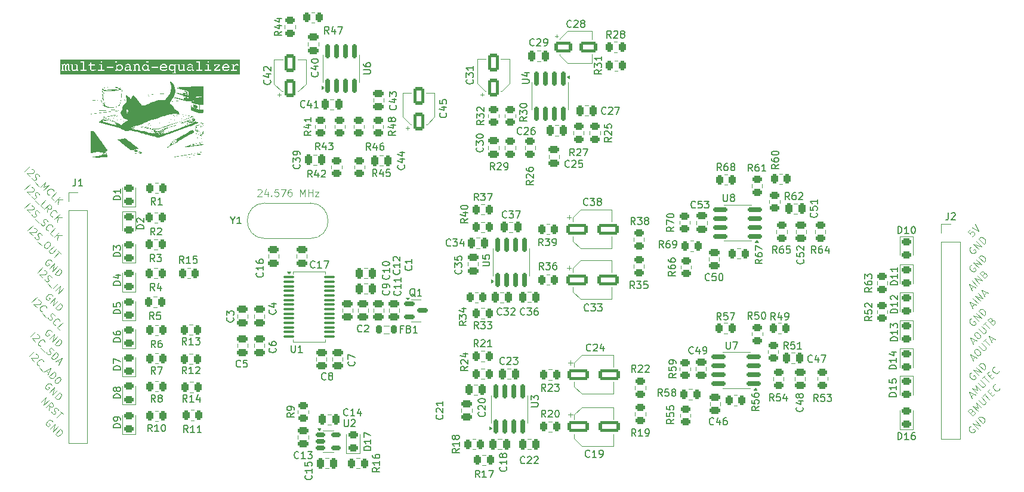
<source format=gbr>
%TF.GenerationSoftware,KiCad,Pcbnew,8.0.4-8.0.4-0~ubuntu22.04.1*%
%TF.CreationDate,2024-08-09T03:22:31-04:00*%
%TF.ProjectId,CS4272-CZZ_Breakout_Board,43533432-3732-42d4-935a-5a5f42726561,rev?*%
%TF.SameCoordinates,Original*%
%TF.FileFunction,Legend,Top*%
%TF.FilePolarity,Positive*%
%FSLAX46Y46*%
G04 Gerber Fmt 4.6, Leading zero omitted, Abs format (unit mm)*
G04 Created by KiCad (PCBNEW 8.0.4-8.0.4-0~ubuntu22.04.1) date 2024-08-09 03:22:31*
%MOMM*%
%LPD*%
G01*
G04 APERTURE LIST*
G04 Aperture macros list*
%AMRoundRect*
0 Rectangle with rounded corners*
0 $1 Rounding radius*
0 $2 $3 $4 $5 $6 $7 $8 $9 X,Y pos of 4 corners*
0 Add a 4 corners polygon primitive as box body*
4,1,4,$2,$3,$4,$5,$6,$7,$8,$9,$2,$3,0*
0 Add four circle primitives for the rounded corners*
1,1,$1+$1,$2,$3*
1,1,$1+$1,$4,$5*
1,1,$1+$1,$6,$7*
1,1,$1+$1,$8,$9*
0 Add four rect primitives between the rounded corners*
20,1,$1+$1,$2,$3,$4,$5,0*
20,1,$1+$1,$4,$5,$6,$7,0*
20,1,$1+$1,$6,$7,$8,$9,0*
20,1,$1+$1,$8,$9,$2,$3,0*%
G04 Aperture macros list end*
%ADD10C,0.100000*%
%ADD11C,0.150000*%
%ADD12C,0.120000*%
%ADD13C,0.000000*%
%ADD14RoundRect,0.250000X0.250000X0.475000X-0.250000X0.475000X-0.250000X-0.475000X0.250000X-0.475000X0*%
%ADD15RoundRect,0.243750X0.456250X-0.243750X0.456250X0.243750X-0.456250X0.243750X-0.456250X-0.243750X0*%
%ADD16C,2.200000*%
%ADD17RoundRect,0.150000X0.150000X-0.825000X0.150000X0.825000X-0.150000X0.825000X-0.150000X-0.825000X0*%
%ADD18RoundRect,0.250000X0.475000X-0.250000X0.475000X0.250000X-0.475000X0.250000X-0.475000X-0.250000X0*%
%ADD19RoundRect,0.250000X0.450000X-0.262500X0.450000X0.262500X-0.450000X0.262500X-0.450000X-0.262500X0*%
%ADD20RoundRect,0.250000X-0.262500X-0.450000X0.262500X-0.450000X0.262500X0.450000X-0.262500X0.450000X0*%
%ADD21RoundRect,0.243750X-0.456250X0.243750X-0.456250X-0.243750X0.456250X-0.243750X0.456250X0.243750X0*%
%ADD22RoundRect,0.250000X-0.475000X0.250000X-0.475000X-0.250000X0.475000X-0.250000X0.475000X0.250000X0*%
%ADD23RoundRect,0.250000X-1.250000X-0.550000X1.250000X-0.550000X1.250000X0.550000X-1.250000X0.550000X0*%
%ADD24RoundRect,0.250000X0.550000X-1.050000X0.550000X1.050000X-0.550000X1.050000X-0.550000X-1.050000X0*%
%ADD25C,3.000000*%
%ADD26RoundRect,0.100000X-0.637500X-0.100000X0.637500X-0.100000X0.637500X0.100000X-0.637500X0.100000X0*%
%ADD27RoundRect,0.150000X-0.150000X0.825000X-0.150000X-0.825000X0.150000X-0.825000X0.150000X0.825000X0*%
%ADD28RoundRect,0.250000X0.262500X0.450000X-0.262500X0.450000X-0.262500X-0.450000X0.262500X-0.450000X0*%
%ADD29R,1.700000X1.700000*%
%ADD30O,1.700000X1.700000*%
%ADD31RoundRect,0.150000X-0.587500X-0.150000X0.587500X-0.150000X0.587500X0.150000X-0.587500X0.150000X0*%
%ADD32RoundRect,0.250000X-0.450000X0.262500X-0.450000X-0.262500X0.450000X-0.262500X0.450000X0.262500X0*%
%ADD33RoundRect,0.150000X0.825000X0.150000X-0.825000X0.150000X-0.825000X-0.150000X0.825000X-0.150000X0*%
%ADD34RoundRect,0.250000X-0.250000X-0.475000X0.250000X-0.475000X0.250000X0.475000X-0.250000X0.475000X0*%
%ADD35RoundRect,0.150000X-0.512500X-0.150000X0.512500X-0.150000X0.512500X0.150000X-0.512500X0.150000X0*%
%ADD36RoundRect,0.218750X0.218750X0.381250X-0.218750X0.381250X-0.218750X-0.381250X0.218750X-0.381250X0*%
%ADD37C,1.500000*%
%ADD38RoundRect,0.250000X-1.050000X-0.550000X1.050000X-0.550000X1.050000X0.550000X-1.050000X0.550000X0*%
G04 APERTURE END LIST*
D10*
G36*
X101126988Y-75493408D02*
G01*
X101201716Y-75520482D01*
X101264449Y-75563186D01*
X101313510Y-75619541D01*
X101347223Y-75687569D01*
X101363910Y-75765291D01*
X101365443Y-75798651D01*
X101356035Y-75879695D01*
X101328931Y-75951838D01*
X101285808Y-76013100D01*
X101228342Y-76061503D01*
X101158211Y-76095066D01*
X101077092Y-76111811D01*
X101041943Y-76113357D01*
X100957631Y-76104278D01*
X100883144Y-76078074D01*
X100820309Y-76036296D01*
X100770955Y-75980497D01*
X100736909Y-75912226D01*
X100719999Y-75833036D01*
X100718443Y-75798651D01*
X100727737Y-75717606D01*
X100754585Y-75645463D01*
X100797436Y-75584201D01*
X100854739Y-75535798D01*
X100924941Y-75502235D01*
X101006492Y-75485490D01*
X101041943Y-75483944D01*
X101126988Y-75493408D01*
G37*
G36*
X93650592Y-75485749D02*
G01*
X93725320Y-75513915D01*
X93788053Y-75558235D01*
X93837115Y-75616562D01*
X93870828Y-75686749D01*
X93887515Y-75766649D01*
X93889047Y-75800849D01*
X93879640Y-75886992D01*
X93852536Y-75962345D01*
X93809412Y-76025348D01*
X93751946Y-76074441D01*
X93681815Y-76108065D01*
X93600696Y-76124660D01*
X93565547Y-76126180D01*
X93480502Y-76116426D01*
X93405774Y-76088506D01*
X93343041Y-76044432D01*
X93293980Y-75986218D01*
X93260267Y-75915874D01*
X93243580Y-75835414D01*
X93242048Y-75800849D01*
X93251591Y-75716197D01*
X93279001Y-75641385D01*
X93322452Y-75578260D01*
X93380114Y-75528666D01*
X93450159Y-75494447D01*
X93530761Y-75477448D01*
X93565547Y-75475884D01*
X93650592Y-75485749D01*
G37*
G36*
X94861283Y-75791490D02*
G01*
X94935347Y-75803722D01*
X95000962Y-75821365D01*
X95000962Y-75928710D01*
X94971802Y-75997655D01*
X94917102Y-76047636D01*
X94840928Y-76090082D01*
X94765374Y-76115767D01*
X94682545Y-76129284D01*
X94648154Y-76130577D01*
X94566128Y-76118801D01*
X94496017Y-76081097D01*
X94452471Y-76016117D01*
X94446653Y-75977070D01*
X94468732Y-75900586D01*
X94523307Y-75847009D01*
X94595267Y-75813326D01*
X94672382Y-75795294D01*
X94764594Y-75787523D01*
X94784807Y-75787293D01*
X94861283Y-75791490D01*
G37*
G36*
X97345742Y-75487341D02*
G01*
X97420470Y-75514897D01*
X97483203Y-75558407D01*
X97532265Y-75615889D01*
X97565978Y-75685366D01*
X97582665Y-75764859D01*
X97584197Y-75799017D01*
X97574509Y-75882080D01*
X97546733Y-75956370D01*
X97502796Y-76019715D01*
X97444628Y-76069944D01*
X97374156Y-76104885D01*
X97293310Y-76122365D01*
X97258499Y-76123982D01*
X97176532Y-76115038D01*
X97103132Y-76089141D01*
X97040479Y-76047691D01*
X96990753Y-75992087D01*
X96956133Y-75923731D01*
X96938801Y-75844023D01*
X96937198Y-75809275D01*
X96946492Y-75720889D01*
X96973340Y-75643899D01*
X97016191Y-75579772D01*
X97073493Y-75529976D01*
X97143695Y-75495978D01*
X97225247Y-75479245D01*
X97260697Y-75477715D01*
X97345742Y-75487341D01*
G37*
G36*
X99912459Y-75428495D02*
G01*
X99992897Y-75457801D01*
X100060364Y-75506751D01*
X100111832Y-75573287D01*
X100144272Y-75655352D01*
X100152410Y-75701564D01*
X99484895Y-75701564D01*
X99510086Y-75624198D01*
X99547877Y-75558142D01*
X99608405Y-75494843D01*
X99683810Y-75450169D01*
X99756726Y-75428087D01*
X99837703Y-75420563D01*
X99912459Y-75428495D01*
G37*
G36*
X103703851Y-75791490D02*
G01*
X103777915Y-75803722D01*
X103843530Y-75821365D01*
X103843530Y-75928710D01*
X103814370Y-75997655D01*
X103759670Y-76047636D01*
X103683497Y-76090082D01*
X103607942Y-76115767D01*
X103525113Y-76129284D01*
X103490722Y-76130577D01*
X103408696Y-76118801D01*
X103338585Y-76081097D01*
X103295039Y-76016117D01*
X103289221Y-75977070D01*
X103311300Y-75900586D01*
X103365875Y-75847009D01*
X103437835Y-75813326D01*
X103514950Y-75795294D01*
X103607162Y-75787523D01*
X103627376Y-75787293D01*
X103703851Y-75791490D01*
G37*
G36*
X108755027Y-75428495D02*
G01*
X108835465Y-75457801D01*
X108902932Y-75506751D01*
X108954400Y-75573287D01*
X108986840Y-75655352D01*
X108994978Y-75701564D01*
X108327463Y-75701564D01*
X108352654Y-75624198D01*
X108390445Y-75558142D01*
X108450973Y-75494843D01*
X108526378Y-75450169D01*
X108599294Y-75428087D01*
X108680272Y-75420563D01*
X108755027Y-75428495D01*
G37*
G36*
X110632964Y-76829571D02*
G01*
X85134801Y-76829571D01*
X85134801Y-75397848D01*
X85301468Y-75397848D01*
X85337425Y-75462098D01*
X85395990Y-75471487D01*
X85442152Y-75471487D01*
X85442152Y-76119586D01*
X85421269Y-76119586D01*
X85346495Y-76126637D01*
X85301574Y-76185632D01*
X85301468Y-76191027D01*
X85338623Y-76257046D01*
X85381336Y-76264300D01*
X85654277Y-76264300D01*
X85726106Y-76242666D01*
X85738541Y-76191027D01*
X85702316Y-76125714D01*
X85639623Y-76117387D01*
X85595659Y-76119586D01*
X85595659Y-75562712D01*
X85634781Y-75493955D01*
X85696763Y-75446031D01*
X85746967Y-75437049D01*
X85818102Y-75458298D01*
X85865601Y-75519248D01*
X85880892Y-75595713D01*
X85881057Y-75605577D01*
X85881057Y-75679435D01*
X85881057Y-75686909D01*
X85881057Y-76125814D01*
X85881057Y-76153291D01*
X85887139Y-76227683D01*
X85952498Y-76264300D01*
X86082923Y-76264300D01*
X86147535Y-76229450D01*
X86154364Y-76191027D01*
X86115116Y-76126637D01*
X86047020Y-76119586D01*
X86028335Y-76119586D01*
X86028335Y-75686909D01*
X86035551Y-75602087D01*
X86060464Y-75525239D01*
X86106969Y-75466630D01*
X86176857Y-75438028D01*
X86194298Y-75437049D01*
X86265500Y-75463196D01*
X86297231Y-75538461D01*
X86304362Y-75617822D01*
X86305306Y-75686909D01*
X86305306Y-76161718D01*
X86324566Y-76234815D01*
X86391402Y-76264300D01*
X86515600Y-76264300D01*
X86581545Y-76229450D01*
X86588872Y-76191027D01*
X86549875Y-76126637D01*
X86481894Y-76119586D01*
X86462843Y-76119586D01*
X86462843Y-75648441D01*
X86459766Y-75562850D01*
X86450043Y-75488323D01*
X86427418Y-75410886D01*
X86419097Y-75397848D01*
X86638332Y-75397848D01*
X86674288Y-75462098D01*
X86732854Y-75471487D01*
X86779015Y-75471487D01*
X86779015Y-75928710D01*
X86784319Y-76012298D01*
X86800219Y-76084964D01*
X86834968Y-76160333D01*
X86886212Y-76218394D01*
X86953919Y-76259013D01*
X87038055Y-76282057D01*
X87117170Y-76287747D01*
X87193900Y-76280980D01*
X87273466Y-76257318D01*
X87339800Y-76223503D01*
X87406633Y-76178223D01*
X87436273Y-76155489D01*
X87436273Y-76225099D01*
X87495258Y-76264300D01*
X87650596Y-76264300D01*
X87720839Y-76235463D01*
X87732295Y-76191027D01*
X88019158Y-76191027D01*
X88054289Y-76255528D01*
X88100858Y-76264300D01*
X88857034Y-76264300D01*
X88928521Y-76242666D01*
X88940931Y-76191027D01*
X88904653Y-76125972D01*
X88863262Y-76119586D01*
X88544158Y-76119586D01*
X88544158Y-75446941D01*
X89181632Y-75446941D01*
X89219382Y-75511996D01*
X89263332Y-75518382D01*
X89435523Y-75518382D01*
X89435523Y-75863497D01*
X89435523Y-75895371D01*
X89436745Y-75972520D01*
X89444443Y-76049794D01*
X89467280Y-76122823D01*
X89473625Y-76134607D01*
X89519328Y-76194620D01*
X89579409Y-76239647D01*
X89653729Y-76269850D01*
X89728661Y-76284061D01*
X89798956Y-76287747D01*
X89873591Y-76282721D01*
X89953104Y-76267872D01*
X90027488Y-76247090D01*
X90107086Y-76219282D01*
X90130882Y-76210078D01*
X90169539Y-76191027D01*
X90524724Y-76191027D01*
X90559854Y-76255528D01*
X90606423Y-76264300D01*
X91402533Y-76264300D01*
X91474020Y-76242666D01*
X91486430Y-76191027D01*
X91449990Y-76125972D01*
X91408761Y-76119586D01*
X91079033Y-76119586D01*
X91079033Y-75731972D01*
X91775125Y-75731972D01*
X91775125Y-75841149D01*
X91819455Y-75889142D01*
X92669787Y-75889142D01*
X92718147Y-75841149D01*
X92718147Y-75731972D01*
X92669787Y-75689840D01*
X91819455Y-75689840D01*
X91775125Y-75731972D01*
X91079033Y-75731972D01*
X91079033Y-75368539D01*
X91020048Y-75326407D01*
X90719996Y-75326407D01*
X90649503Y-75354153D01*
X90637930Y-75397848D01*
X90675280Y-75462615D01*
X90724026Y-75471487D01*
X90923694Y-75471487D01*
X90923694Y-76119586D01*
X90610819Y-76119586D01*
X90539112Y-76144457D01*
X90524724Y-76191027D01*
X90169539Y-76191027D01*
X90199867Y-76176081D01*
X90243094Y-76115941D01*
X90244089Y-76102733D01*
X90206101Y-76038217D01*
X90172648Y-76028727D01*
X90091243Y-76049919D01*
X90012089Y-76083682D01*
X89934553Y-76113145D01*
X89849144Y-76133914D01*
X89788332Y-76138637D01*
X89715390Y-76130795D01*
X89647869Y-76095147D01*
X89608724Y-76023164D01*
X89597598Y-75950245D01*
X89595258Y-75863497D01*
X89595258Y-75518382D01*
X90011081Y-75518382D01*
X90082788Y-75493511D01*
X90097177Y-75446941D01*
X90059717Y-75382788D01*
X90000456Y-75373302D01*
X89597456Y-75373302D01*
X89597456Y-75165573D01*
X89593254Y-75087790D01*
X89550309Y-75027243D01*
X89537874Y-75025622D01*
X90887791Y-75025622D01*
X90901235Y-75098042D01*
X90972595Y-75125886D01*
X90995135Y-75126372D01*
X91071598Y-75113428D01*
X91099131Y-75040546D01*
X91099825Y-75001442D01*
X92950055Y-75001442D01*
X92989949Y-75065549D01*
X93044577Y-75072883D01*
X93090739Y-75075081D01*
X93090739Y-75800849D01*
X93090739Y-76119586D01*
X93069856Y-76119586D01*
X92995082Y-76126637D01*
X92950161Y-76185632D01*
X92950055Y-76191027D01*
X92985452Y-76255528D01*
X93032121Y-76264300D01*
X93218967Y-76264300D01*
X93261098Y-76211909D01*
X93261098Y-76130210D01*
X93311937Y-76192523D01*
X93373495Y-76238865D01*
X93445657Y-76269671D01*
X93528308Y-76285380D01*
X93580202Y-76287747D01*
X93655746Y-76282194D01*
X93749886Y-76258514D01*
X93834944Y-76218022D01*
X93909225Y-76162673D01*
X93971032Y-76094418D01*
X94018671Y-76015212D01*
X94028584Y-75987694D01*
X94282888Y-75987694D01*
X94292472Y-76065577D01*
X94320272Y-76134561D01*
X94364863Y-76192886D01*
X94424819Y-76238790D01*
X94498715Y-76270513D01*
X94585126Y-76286293D01*
X94622874Y-76287747D01*
X94701038Y-76282045D01*
X94776932Y-76265162D01*
X94850063Y-76237430D01*
X94919939Y-76199184D01*
X94986066Y-76150756D01*
X95007191Y-76132408D01*
X95017815Y-76195423D01*
X95057663Y-76257549D01*
X95089256Y-76264300D01*
X95250823Y-76264300D01*
X95321316Y-76235463D01*
X95332888Y-76191027D01*
X95291925Y-76127499D01*
X95218814Y-76119618D01*
X95210889Y-76119586D01*
X95158499Y-76119586D01*
X95158499Y-75667492D01*
X95152760Y-75580407D01*
X95135389Y-75505588D01*
X95096975Y-75429005D01*
X95066213Y-75397848D01*
X95514605Y-75397848D01*
X95550562Y-75462098D01*
X95609127Y-75471487D01*
X95655289Y-75471487D01*
X95655289Y-76119586D01*
X95634040Y-76119586D01*
X95559381Y-76126637D01*
X95514710Y-76185632D01*
X95514605Y-76191027D01*
X95550978Y-76255528D01*
X95600701Y-76264300D01*
X95655289Y-76264300D01*
X95842135Y-76264300D01*
X95918796Y-76256862D01*
X95951311Y-76191027D01*
X95915176Y-76125714D01*
X95852759Y-76117387D01*
X95808429Y-76119586D01*
X95808429Y-75686543D01*
X95822431Y-75605835D01*
X95860168Y-75539338D01*
X95915235Y-75488354D01*
X95981227Y-75454188D01*
X96063482Y-75437324D01*
X96075142Y-75437049D01*
X96154739Y-75448988D01*
X96223641Y-75491869D01*
X96263462Y-75554974D01*
X96281564Y-75628068D01*
X96285069Y-75686543D01*
X96285069Y-76119586D01*
X96251730Y-76119586D01*
X96175849Y-76132076D01*
X96148782Y-76191027D01*
X96182924Y-76257556D01*
X96251730Y-76264300D01*
X96478509Y-76264300D01*
X96553345Y-76253430D01*
X96587686Y-76191027D01*
X96546358Y-76126919D01*
X96490966Y-76119586D01*
X96444804Y-76119586D01*
X96444804Y-75805978D01*
X96760976Y-75805978D01*
X96761195Y-75809275D01*
X96766070Y-75882795D01*
X96780903Y-75954784D01*
X96814659Y-76042232D01*
X96862924Y-76118627D01*
X96924097Y-76182556D01*
X96996577Y-76232607D01*
X97078762Y-76267367D01*
X97169051Y-76285423D01*
X97216733Y-76287747D01*
X97295998Y-76281659D01*
X97370321Y-76263771D01*
X97438703Y-76234648D01*
X97509640Y-76187227D01*
X97569542Y-76126180D01*
X97569542Y-76210078D01*
X97609476Y-76264300D01*
X97804748Y-76264300D01*
X97869882Y-76228476D01*
X97878021Y-76191027D01*
X97838290Y-76126919D01*
X97783499Y-76119586D01*
X97737337Y-76119586D01*
X97737337Y-75731972D01*
X98091245Y-75731972D01*
X98091245Y-75841149D01*
X98135575Y-75889142D01*
X98985907Y-75889142D01*
X99034267Y-75841149D01*
X99034267Y-75788026D01*
X99302079Y-75788026D01*
X99307221Y-75870787D01*
X99322391Y-75947332D01*
X99347203Y-76017241D01*
X99394618Y-76099403D01*
X99457573Y-76168023D01*
X99535154Y-76222107D01*
X99602389Y-76252530D01*
X99676950Y-76273796D01*
X99758453Y-76285484D01*
X99816454Y-76287747D01*
X99895517Y-76284214D01*
X99976005Y-76273547D01*
X100057179Y-76255644D01*
X100138300Y-76230405D01*
X100218628Y-76197728D01*
X100245101Y-76185165D01*
X100307014Y-76144607D01*
X100335226Y-76082583D01*
X100291795Y-76020707D01*
X100263785Y-76015538D01*
X100186494Y-76035459D01*
X100116673Y-76067395D01*
X100049583Y-76097004D01*
X99973522Y-76123112D01*
X99887666Y-76139881D01*
X99831109Y-76143033D01*
X99755576Y-76137895D01*
X99672858Y-76117331D01*
X99603842Y-76081586D01*
X99549282Y-76031231D01*
X99509933Y-75966835D01*
X99486551Y-75888968D01*
X99480498Y-75836020D01*
X100169263Y-75836020D01*
X100249050Y-75834514D01*
X100318950Y-75812496D01*
X100319968Y-75808909D01*
X100540024Y-75808909D01*
X100549034Y-75905263D01*
X100575080Y-75992892D01*
X100616686Y-76070527D01*
X100672373Y-76136896D01*
X100740665Y-76190729D01*
X100820086Y-76230754D01*
X100909159Y-76255701D01*
X101006406Y-76264300D01*
X101085682Y-76258827D01*
X101160090Y-76242622D01*
X101228701Y-76216004D01*
X101300186Y-76172214D01*
X101361046Y-76115189D01*
X101361046Y-76515992D01*
X101115582Y-76515992D01*
X101047075Y-76545079D01*
X101035715Y-76589631D01*
X101071274Y-76656092D01*
X101121810Y-76662904D01*
X101575369Y-76662904D01*
X101645862Y-76634067D01*
X101657435Y-76589631D01*
X101619976Y-76525478D01*
X101560715Y-76515992D01*
X101516751Y-76515992D01*
X101516751Y-75471487D01*
X101535436Y-75471487D01*
X101611872Y-75463740D01*
X101657329Y-75403249D01*
X101657435Y-75397848D01*
X101797020Y-75397848D01*
X101832976Y-75462098D01*
X101891542Y-75471487D01*
X101937703Y-75471487D01*
X101937703Y-75928710D01*
X101943007Y-76012298D01*
X101958907Y-76084964D01*
X101993656Y-76160333D01*
X102044900Y-76218394D01*
X102112607Y-76259013D01*
X102196743Y-76282057D01*
X102275858Y-76287747D01*
X102352588Y-76280980D01*
X102432154Y-76257318D01*
X102498488Y-76223503D01*
X102565321Y-76178223D01*
X102594961Y-76155489D01*
X102594961Y-76225099D01*
X102653946Y-76264300D01*
X102809284Y-76264300D01*
X102879527Y-76235463D01*
X102890983Y-76191027D01*
X102851356Y-76126919D01*
X102796828Y-76119586D01*
X102750299Y-76119586D01*
X102750299Y-75987694D01*
X103125456Y-75987694D01*
X103135040Y-76065577D01*
X103162840Y-76134561D01*
X103207431Y-76192886D01*
X103267387Y-76238790D01*
X103341283Y-76270513D01*
X103427694Y-76286293D01*
X103465443Y-76287747D01*
X103543606Y-76282045D01*
X103619500Y-76265162D01*
X103692631Y-76237430D01*
X103762507Y-76199184D01*
X103828634Y-76150756D01*
X103849759Y-76132408D01*
X103860383Y-76195423D01*
X103900231Y-76257549D01*
X103931824Y-76264300D01*
X104093391Y-76264300D01*
X104163884Y-76235463D01*
X104175456Y-76191027D01*
X104441071Y-76191027D01*
X104476201Y-76255528D01*
X104522770Y-76264300D01*
X105278946Y-76264300D01*
X105350433Y-76242666D01*
X105362843Y-76191027D01*
X105683412Y-76191027D01*
X105718542Y-76255528D01*
X105765111Y-76264300D01*
X106561221Y-76264300D01*
X106632708Y-76242666D01*
X106645118Y-76191027D01*
X106634447Y-76171976D01*
X106979975Y-76171976D01*
X107009650Y-76241081D01*
X107083458Y-76263935D01*
X107097578Y-76264300D01*
X107717100Y-76264300D01*
X107790799Y-76255412D01*
X107837992Y-76196411D01*
X107839099Y-76178204D01*
X107839099Y-76009676D01*
X107811515Y-75940475D01*
X107767658Y-75929076D01*
X107703785Y-75967198D01*
X107694228Y-76042493D01*
X107694019Y-76067928D01*
X107694019Y-76119586D01*
X107183673Y-76119586D01*
X107527770Y-75788026D01*
X108144647Y-75788026D01*
X108149789Y-75870787D01*
X108164960Y-75947332D01*
X108189772Y-76017241D01*
X108237186Y-76099403D01*
X108300141Y-76168023D01*
X108377722Y-76222107D01*
X108444957Y-76252530D01*
X108519518Y-76273796D01*
X108601021Y-76285484D01*
X108659022Y-76287747D01*
X108738085Y-76284214D01*
X108818573Y-76273547D01*
X108899747Y-76255644D01*
X108980868Y-76230405D01*
X109061196Y-76197728D01*
X109075316Y-76191027D01*
X109411901Y-76191027D01*
X109448895Y-76255528D01*
X109496165Y-76264300D01*
X110165879Y-76264300D01*
X110237600Y-76242666D01*
X110250142Y-76191027D01*
X110213583Y-76125972D01*
X110172107Y-76119586D01*
X109832121Y-76119586D01*
X109832121Y-75702297D01*
X109882302Y-75648406D01*
X109942644Y-75590708D01*
X110000721Y-75543930D01*
X110068000Y-75502481D01*
X110144064Y-75474794D01*
X110197386Y-75468923D01*
X110268926Y-75485841D01*
X110336284Y-75521164D01*
X110376172Y-75530838D01*
X110443840Y-75495019D01*
X110466297Y-75435584D01*
X110440466Y-75365662D01*
X110375209Y-75321557D01*
X110297253Y-75304426D01*
X110262599Y-75302960D01*
X110187606Y-75308812D01*
X110115943Y-75326381D01*
X110047293Y-75355682D01*
X109981336Y-75396733D01*
X109917753Y-75449551D01*
X109856227Y-75514151D01*
X109832121Y-75543295D01*
X109832121Y-75370371D01*
X109775334Y-75326407D01*
X109542327Y-75326407D01*
X109471834Y-75354153D01*
X109460261Y-75397848D01*
X109496754Y-75462098D01*
X109556981Y-75471487D01*
X109609371Y-75471487D01*
X109678614Y-75471487D01*
X109678614Y-76119586D01*
X109497997Y-76119586D01*
X109426397Y-76144457D01*
X109411901Y-76191027D01*
X109075316Y-76191027D01*
X109087669Y-76185165D01*
X109149582Y-76144607D01*
X109177794Y-76082583D01*
X109134363Y-76020707D01*
X109106353Y-76015538D01*
X109029062Y-76035459D01*
X108959241Y-76067395D01*
X108892151Y-76097004D01*
X108816090Y-76123112D01*
X108730234Y-76139881D01*
X108673677Y-76143033D01*
X108598144Y-76137895D01*
X108515426Y-76117331D01*
X108446410Y-76081586D01*
X108391850Y-76031231D01*
X108352501Y-75966835D01*
X108329119Y-75888968D01*
X108323066Y-75836020D01*
X109011831Y-75836020D01*
X109091618Y-75834514D01*
X109161518Y-75812496D01*
X109182191Y-75739666D01*
X109173366Y-75652048D01*
X109147455Y-75568076D01*
X109105297Y-75490225D01*
X109047735Y-75420975D01*
X108975610Y-75362801D01*
X108889763Y-75318181D01*
X108816880Y-75295101D01*
X108737106Y-75282084D01*
X108680272Y-75279512D01*
X108593746Y-75284860D01*
X108513026Y-75300540D01*
X108438705Y-75326006D01*
X108371371Y-75360714D01*
X108311615Y-75404119D01*
X108244750Y-75474577D01*
X108204973Y-75536153D01*
X108174742Y-75604608D01*
X108154649Y-75679397D01*
X108152072Y-75701564D01*
X108145283Y-75759975D01*
X108144647Y-75788026D01*
X107527770Y-75788026D01*
X107746775Y-75577000D01*
X107799013Y-75520237D01*
X107835791Y-75452849D01*
X107839099Y-75429355D01*
X107811330Y-75359640D01*
X107743324Y-75330162D01*
X107694019Y-75326407D01*
X107145938Y-75326407D01*
X107070915Y-75333634D01*
X107009975Y-75374931D01*
X107003056Y-75408473D01*
X107003056Y-75581396D01*
X107032143Y-75650694D01*
X107076695Y-75661997D01*
X107140440Y-75623875D01*
X107150116Y-75548580D01*
X107150334Y-75523145D01*
X107150334Y-75471487D01*
X107639431Y-75471487D01*
X107053614Y-76049244D01*
X107003521Y-76103718D01*
X106979975Y-76171976D01*
X106634447Y-76171976D01*
X106608678Y-76125972D01*
X106567449Y-76119586D01*
X106237721Y-76119586D01*
X106237721Y-75368539D01*
X106178736Y-75326407D01*
X105878684Y-75326407D01*
X105808191Y-75354153D01*
X105796618Y-75397848D01*
X105833968Y-75462615D01*
X105882714Y-75471487D01*
X106082382Y-75471487D01*
X106082382Y-76119586D01*
X105769507Y-76119586D01*
X105697800Y-76144457D01*
X105683412Y-76191027D01*
X105362843Y-76191027D01*
X105326565Y-76125972D01*
X105285174Y-76119586D01*
X104966071Y-76119586D01*
X104966071Y-75025622D01*
X106046479Y-75025622D01*
X106059923Y-75098042D01*
X106131283Y-75125886D01*
X106153824Y-75126372D01*
X106230286Y-75113428D01*
X106257819Y-75040546D01*
X106258604Y-74996313D01*
X106254523Y-74922751D01*
X106210072Y-74864061D01*
X106153824Y-74857461D01*
X106078321Y-74874636D01*
X106049041Y-74950266D01*
X106046479Y-75025622D01*
X104966071Y-75025622D01*
X104966071Y-74969935D01*
X104907086Y-74927803D01*
X104569298Y-74927803D01*
X104500812Y-74954078D01*
X104487232Y-75001442D01*
X104527585Y-75065549D01*
X104583953Y-75072883D01*
X104636343Y-75075081D01*
X104810732Y-75075081D01*
X104810732Y-76119586D01*
X104527166Y-76119586D01*
X104455459Y-76144457D01*
X104441071Y-76191027D01*
X104175456Y-76191027D01*
X104134493Y-76127499D01*
X104061382Y-76119618D01*
X104053457Y-76119586D01*
X104001067Y-76119586D01*
X104001067Y-75667492D01*
X103995328Y-75580407D01*
X103977957Y-75505588D01*
X103939543Y-75429005D01*
X103882155Y-75370880D01*
X103805350Y-75330816D01*
X103729627Y-75311505D01*
X103640965Y-75303299D01*
X103616751Y-75302960D01*
X103533959Y-75306263D01*
X103459518Y-75315582D01*
X103379471Y-75334335D01*
X103304626Y-75364967D01*
X103245419Y-75414680D01*
X103234633Y-75448040D01*
X103262664Y-75518796D01*
X103303876Y-75534502D01*
X103381665Y-75514448D01*
X103452584Y-75483207D01*
X103525522Y-75458642D01*
X103598964Y-75448288D01*
X103612355Y-75448040D01*
X103692188Y-75455910D01*
X103763501Y-75485345D01*
X103817009Y-75546450D01*
X103840059Y-75624648D01*
X103843530Y-75679948D01*
X103843530Y-75686177D01*
X103765934Y-75669616D01*
X103689962Y-75659132D01*
X103614874Y-75654794D01*
X103599898Y-75654669D01*
X103517846Y-75658008D01*
X103443061Y-75667853D01*
X103354953Y-75690660D01*
X103280492Y-75723974D01*
X103220094Y-75767191D01*
X103165006Y-75834216D01*
X103133355Y-75914585D01*
X103126604Y-75977070D01*
X103125456Y-75987694D01*
X102750299Y-75987694D01*
X102750299Y-75425325D01*
X102739588Y-75349938D01*
X102678858Y-75326407D01*
X102460505Y-75326407D01*
X102389780Y-75353187D01*
X102378806Y-75397848D01*
X102412584Y-75464591D01*
X102454277Y-75471487D01*
X102594961Y-75471487D01*
X102594961Y-75889875D01*
X102581843Y-75968850D01*
X102545811Y-76034498D01*
X102491850Y-76085241D01*
X102424945Y-76119500D01*
X102350080Y-76135694D01*
X102324218Y-76136805D01*
X102243568Y-76128405D01*
X102172127Y-76097083D01*
X102119052Y-76032285D01*
X102096424Y-75949643D01*
X102093042Y-75891341D01*
X102093042Y-75404443D01*
X102093042Y-75393818D01*
X102057098Y-75327977D01*
X102034424Y-75326407D01*
X101878719Y-75326407D01*
X101808476Y-75354153D01*
X101797020Y-75397848D01*
X101657435Y-75397848D01*
X101618592Y-75333310D01*
X101575369Y-75326407D01*
X101420031Y-75326407D01*
X101361046Y-75368539D01*
X101361046Y-75467457D01*
X101297499Y-75413035D01*
X101228187Y-75371594D01*
X101153339Y-75343387D01*
X101073185Y-75328666D01*
X101025090Y-75326407D01*
X100951069Y-75331602D01*
X100858048Y-75353974D01*
X100773277Y-75392711D01*
X100698684Y-75446410D01*
X100636198Y-75513665D01*
X100587746Y-75593075D01*
X100555255Y-75683233D01*
X100542521Y-75757062D01*
X100540518Y-75798651D01*
X100540024Y-75808909D01*
X100319968Y-75808909D01*
X100339623Y-75739666D01*
X100330798Y-75652048D01*
X100304887Y-75568076D01*
X100262729Y-75490225D01*
X100205167Y-75420975D01*
X100133042Y-75362801D01*
X100047195Y-75318181D01*
X99974312Y-75295101D01*
X99894538Y-75282084D01*
X99837703Y-75279512D01*
X99751178Y-75284860D01*
X99670458Y-75300540D01*
X99596137Y-75326006D01*
X99528803Y-75360714D01*
X99469047Y-75404119D01*
X99402182Y-75474577D01*
X99362405Y-75536153D01*
X99332174Y-75604608D01*
X99312081Y-75679397D01*
X99309504Y-75701564D01*
X99302715Y-75759975D01*
X99302079Y-75788026D01*
X99034267Y-75788026D01*
X99034267Y-75731972D01*
X98985907Y-75689840D01*
X98135575Y-75689840D01*
X98091245Y-75731972D01*
X97737337Y-75731972D01*
X97737337Y-74969935D01*
X97678719Y-74927803D01*
X97468792Y-74927803D01*
X97400306Y-74954078D01*
X97386727Y-75001442D01*
X97425268Y-75065315D01*
X97501592Y-75074872D01*
X97527410Y-75075081D01*
X97581999Y-75075081D01*
X97581999Y-75473685D01*
X97524861Y-75416005D01*
X97458520Y-75372702D01*
X97383342Y-75343640D01*
X97299698Y-75328678D01*
X97248241Y-75326407D01*
X97172134Y-75331897D01*
X97100288Y-75347840D01*
X97012335Y-75383989D01*
X96934878Y-75435437D01*
X96869586Y-75500309D01*
X96818129Y-75576727D01*
X96782178Y-75662816D01*
X96763402Y-75756699D01*
X96760976Y-75805978D01*
X96444804Y-75805978D01*
X96444804Y-75648441D01*
X96438472Y-75563481D01*
X96420114Y-75489250D01*
X96381715Y-75411830D01*
X96327891Y-75351824D01*
X96260514Y-75309591D01*
X96181452Y-75285492D01*
X96111046Y-75279512D01*
X96032679Y-75288225D01*
X95957540Y-75314317D01*
X95893199Y-75351350D01*
X95829063Y-75401591D01*
X95810627Y-75418364D01*
X95810627Y-75349122D01*
X95751643Y-75326407D01*
X95655289Y-75326407D01*
X95580776Y-75328587D01*
X95517994Y-75369320D01*
X95514605Y-75397848D01*
X95066213Y-75397848D01*
X95039587Y-75370880D01*
X94962782Y-75330816D01*
X94887059Y-75311505D01*
X94798397Y-75303299D01*
X94774183Y-75302960D01*
X94691391Y-75306263D01*
X94616950Y-75315582D01*
X94536903Y-75334335D01*
X94462058Y-75364967D01*
X94402851Y-75414680D01*
X94392065Y-75448040D01*
X94420096Y-75518796D01*
X94461308Y-75534502D01*
X94539097Y-75514448D01*
X94610016Y-75483207D01*
X94682954Y-75458642D01*
X94756396Y-75448288D01*
X94769787Y-75448040D01*
X94849620Y-75455910D01*
X94920933Y-75485345D01*
X94974441Y-75546450D01*
X94997491Y-75624648D01*
X95000962Y-75679948D01*
X95000962Y-75686177D01*
X94923366Y-75669616D01*
X94847394Y-75659132D01*
X94772306Y-75654794D01*
X94757330Y-75654669D01*
X94675278Y-75658008D01*
X94600493Y-75667853D01*
X94512385Y-75690660D01*
X94437924Y-75723974D01*
X94377526Y-75767191D01*
X94322438Y-75834216D01*
X94290787Y-75914585D01*
X94284036Y-75977070D01*
X94282888Y-75987694D01*
X94028584Y-75987694D01*
X94050445Y-75927008D01*
X94064657Y-75831761D01*
X94065268Y-75807077D01*
X94059961Y-75733080D01*
X94037186Y-75640427D01*
X93997930Y-75556302D01*
X93943786Y-75482518D01*
X93876347Y-75420886D01*
X93797205Y-75373219D01*
X93707953Y-75341327D01*
X93635338Y-75328851D01*
X93584598Y-75326407D01*
X93506173Y-75329464D01*
X93423015Y-75347197D01*
X93349316Y-75379641D01*
X93285584Y-75426219D01*
X93246444Y-75467824D01*
X93246444Y-74969935D01*
X93187459Y-74927803D01*
X93032121Y-74927803D01*
X92963635Y-74954078D01*
X92950055Y-75001442D01*
X91099825Y-75001442D01*
X91099916Y-74996313D01*
X91095835Y-74922751D01*
X91051384Y-74864061D01*
X90995135Y-74857461D01*
X90919633Y-74874636D01*
X90890352Y-74950266D01*
X90887791Y-75025622D01*
X89537874Y-75025622D01*
X89515390Y-75022691D01*
X89448309Y-75053305D01*
X89435523Y-75108787D01*
X89435523Y-75163375D01*
X89435523Y-75373302D01*
X89322316Y-75373302D01*
X89245855Y-75376877D01*
X89184750Y-75419736D01*
X89181632Y-75446941D01*
X88544158Y-75446941D01*
X88544158Y-74969935D01*
X88485174Y-74927803D01*
X88147386Y-74927803D01*
X88078900Y-74954078D01*
X88065320Y-75001442D01*
X88105673Y-75065549D01*
X88162041Y-75072883D01*
X88214431Y-75075081D01*
X88388820Y-75075081D01*
X88388820Y-76119586D01*
X88105254Y-76119586D01*
X88033547Y-76144457D01*
X88019158Y-76191027D01*
X87732295Y-76191027D01*
X87692668Y-76126919D01*
X87638140Y-76119586D01*
X87591611Y-76119586D01*
X87591611Y-75425325D01*
X87580900Y-75349938D01*
X87520170Y-75326407D01*
X87301817Y-75326407D01*
X87231092Y-75353187D01*
X87220118Y-75397848D01*
X87253896Y-75464591D01*
X87295589Y-75471487D01*
X87436273Y-75471487D01*
X87436273Y-75889875D01*
X87423155Y-75968850D01*
X87387123Y-76034498D01*
X87333162Y-76085241D01*
X87266257Y-76119500D01*
X87191392Y-76135694D01*
X87165530Y-76136805D01*
X87084880Y-76128405D01*
X87013439Y-76097083D01*
X86960364Y-76032285D01*
X86937736Y-75949643D01*
X86934354Y-75891341D01*
X86934354Y-75404443D01*
X86934354Y-75393818D01*
X86898410Y-75327977D01*
X86875736Y-75326407D01*
X86720031Y-75326407D01*
X86649788Y-75354153D01*
X86638332Y-75397848D01*
X86419097Y-75397848D01*
X86383007Y-75341298D01*
X86317412Y-75297509D01*
X86244769Y-75280987D01*
X86210784Y-75279512D01*
X86133372Y-75289502D01*
X86059976Y-75323995D01*
X86004153Y-75376039D01*
X85982173Y-75405542D01*
X85944641Y-75339135D01*
X85881193Y-75294433D01*
X85803730Y-75279636D01*
X85794961Y-75279512D01*
X85718492Y-75289491D01*
X85651748Y-75320379D01*
X85597857Y-75367806D01*
X85538872Y-75326407D01*
X85381336Y-75326407D01*
X85312345Y-75354153D01*
X85301468Y-75397848D01*
X85134801Y-75397848D01*
X85134801Y-74690794D01*
X110632964Y-74690794D01*
X110632964Y-76829571D01*
G37*
X113181265Y-93217657D02*
X113228884Y-93170038D01*
X113228884Y-93170038D02*
X113324122Y-93122419D01*
X113324122Y-93122419D02*
X113562217Y-93122419D01*
X113562217Y-93122419D02*
X113657455Y-93170038D01*
X113657455Y-93170038D02*
X113705074Y-93217657D01*
X113705074Y-93217657D02*
X113752693Y-93312895D01*
X113752693Y-93312895D02*
X113752693Y-93408133D01*
X113752693Y-93408133D02*
X113705074Y-93550990D01*
X113705074Y-93550990D02*
X113133646Y-94122419D01*
X113133646Y-94122419D02*
X113752693Y-94122419D01*
X114609836Y-93455752D02*
X114609836Y-94122419D01*
X114371741Y-93074800D02*
X114133646Y-93789085D01*
X114133646Y-93789085D02*
X114752693Y-93789085D01*
X115133646Y-94027180D02*
X115181265Y-94074800D01*
X115181265Y-94074800D02*
X115133646Y-94122419D01*
X115133646Y-94122419D02*
X115086027Y-94074800D01*
X115086027Y-94074800D02*
X115133646Y-94027180D01*
X115133646Y-94027180D02*
X115133646Y-94122419D01*
X116086026Y-93122419D02*
X115609836Y-93122419D01*
X115609836Y-93122419D02*
X115562217Y-93598609D01*
X115562217Y-93598609D02*
X115609836Y-93550990D01*
X115609836Y-93550990D02*
X115705074Y-93503371D01*
X115705074Y-93503371D02*
X115943169Y-93503371D01*
X115943169Y-93503371D02*
X116038407Y-93550990D01*
X116038407Y-93550990D02*
X116086026Y-93598609D01*
X116086026Y-93598609D02*
X116133645Y-93693847D01*
X116133645Y-93693847D02*
X116133645Y-93931942D01*
X116133645Y-93931942D02*
X116086026Y-94027180D01*
X116086026Y-94027180D02*
X116038407Y-94074800D01*
X116038407Y-94074800D02*
X115943169Y-94122419D01*
X115943169Y-94122419D02*
X115705074Y-94122419D01*
X115705074Y-94122419D02*
X115609836Y-94074800D01*
X115609836Y-94074800D02*
X115562217Y-94027180D01*
X116466979Y-93122419D02*
X117133645Y-93122419D01*
X117133645Y-93122419D02*
X116705074Y-94122419D01*
X117943169Y-93122419D02*
X117752693Y-93122419D01*
X117752693Y-93122419D02*
X117657455Y-93170038D01*
X117657455Y-93170038D02*
X117609836Y-93217657D01*
X117609836Y-93217657D02*
X117514598Y-93360514D01*
X117514598Y-93360514D02*
X117466979Y-93550990D01*
X117466979Y-93550990D02*
X117466979Y-93931942D01*
X117466979Y-93931942D02*
X117514598Y-94027180D01*
X117514598Y-94027180D02*
X117562217Y-94074800D01*
X117562217Y-94074800D02*
X117657455Y-94122419D01*
X117657455Y-94122419D02*
X117847931Y-94122419D01*
X117847931Y-94122419D02*
X117943169Y-94074800D01*
X117943169Y-94074800D02*
X117990788Y-94027180D01*
X117990788Y-94027180D02*
X118038407Y-93931942D01*
X118038407Y-93931942D02*
X118038407Y-93693847D01*
X118038407Y-93693847D02*
X117990788Y-93598609D01*
X117990788Y-93598609D02*
X117943169Y-93550990D01*
X117943169Y-93550990D02*
X117847931Y-93503371D01*
X117847931Y-93503371D02*
X117657455Y-93503371D01*
X117657455Y-93503371D02*
X117562217Y-93550990D01*
X117562217Y-93550990D02*
X117514598Y-93598609D01*
X117514598Y-93598609D02*
X117466979Y-93693847D01*
X119228884Y-94122419D02*
X119228884Y-93122419D01*
X119228884Y-93122419D02*
X119562217Y-93836704D01*
X119562217Y-93836704D02*
X119895550Y-93122419D01*
X119895550Y-93122419D02*
X119895550Y-94122419D01*
X120371741Y-94122419D02*
X120371741Y-93122419D01*
X120371741Y-93598609D02*
X120943169Y-93598609D01*
X120943169Y-94122419D02*
X120943169Y-93122419D01*
X121324122Y-93455752D02*
X121847931Y-93455752D01*
X121847931Y-93455752D02*
X121324122Y-94122419D01*
X121324122Y-94122419D02*
X121847931Y-94122419D01*
X80930091Y-114074665D02*
X81637198Y-113367558D01*
X81872900Y-113737947D02*
X81940244Y-113737947D01*
X81940244Y-113737947D02*
X82041259Y-113771619D01*
X82041259Y-113771619D02*
X82209618Y-113939977D01*
X82209618Y-113939977D02*
X82243289Y-114040993D01*
X82243289Y-114040993D02*
X82243289Y-114108336D01*
X82243289Y-114108336D02*
X82209618Y-114209351D01*
X82209618Y-114209351D02*
X82142274Y-114276695D01*
X82142274Y-114276695D02*
X82007587Y-114344038D01*
X82007587Y-114344038D02*
X81199465Y-114344038D01*
X81199465Y-114344038D02*
X81637198Y-114781771D01*
X82411648Y-115421535D02*
X82344305Y-115421535D01*
X82344305Y-115421535D02*
X82209618Y-115354191D01*
X82209618Y-115354191D02*
X82142274Y-115286847D01*
X82142274Y-115286847D02*
X82074931Y-115152160D01*
X82074931Y-115152160D02*
X82074931Y-115017473D01*
X82074931Y-115017473D02*
X82108602Y-114916458D01*
X82108602Y-114916458D02*
X82209618Y-114748099D01*
X82209618Y-114748099D02*
X82310633Y-114647084D01*
X82310633Y-114647084D02*
X82478992Y-114546069D01*
X82478992Y-114546069D02*
X82580007Y-114512397D01*
X82580007Y-114512397D02*
X82714694Y-114512397D01*
X82714694Y-114512397D02*
X82849381Y-114579741D01*
X82849381Y-114579741D02*
X82916724Y-114647084D01*
X82916724Y-114647084D02*
X82984068Y-114781771D01*
X82984068Y-114781771D02*
X82984068Y-114849115D01*
X82411648Y-115690909D02*
X82950396Y-116229657D01*
X83186099Y-116263328D02*
X83253442Y-116398015D01*
X83253442Y-116398015D02*
X83421801Y-116566374D01*
X83421801Y-116566374D02*
X83522816Y-116600046D01*
X83522816Y-116600046D02*
X83590160Y-116600046D01*
X83590160Y-116600046D02*
X83691175Y-116566374D01*
X83691175Y-116566374D02*
X83758518Y-116499031D01*
X83758518Y-116499031D02*
X83792190Y-116398015D01*
X83792190Y-116398015D02*
X83792190Y-116330672D01*
X83792190Y-116330672D02*
X83758518Y-116229657D01*
X83758518Y-116229657D02*
X83657503Y-116061298D01*
X83657503Y-116061298D02*
X83623831Y-115960283D01*
X83623831Y-115960283D02*
X83623831Y-115892939D01*
X83623831Y-115892939D02*
X83657503Y-115791924D01*
X83657503Y-115791924D02*
X83724847Y-115724580D01*
X83724847Y-115724580D02*
X83825862Y-115690909D01*
X83825862Y-115690909D02*
X83893205Y-115690909D01*
X83893205Y-115690909D02*
X83994221Y-115724580D01*
X83994221Y-115724580D02*
X84162579Y-115892939D01*
X84162579Y-115892939D02*
X84229923Y-116027626D01*
X83859534Y-117004107D02*
X84566641Y-116297000D01*
X84566641Y-116297000D02*
X84734999Y-116465359D01*
X84734999Y-116465359D02*
X84802343Y-116600046D01*
X84802343Y-116600046D02*
X84802343Y-116734733D01*
X84802343Y-116734733D02*
X84768671Y-116835748D01*
X84768671Y-116835748D02*
X84667656Y-117004107D01*
X84667656Y-117004107D02*
X84566641Y-117105122D01*
X84566641Y-117105122D02*
X84398282Y-117206138D01*
X84398282Y-117206138D02*
X84297267Y-117239809D01*
X84297267Y-117239809D02*
X84162580Y-117239809D01*
X84162580Y-117239809D02*
X84027892Y-117172466D01*
X84027892Y-117172466D02*
X83859534Y-117004107D01*
X84734999Y-117475512D02*
X85071717Y-117812229D01*
X84465625Y-117610199D02*
X85408434Y-117138794D01*
X85408434Y-117138794D02*
X84937030Y-118081603D01*
X83973916Y-120971619D02*
X83940244Y-120870604D01*
X83940244Y-120870604D02*
X83839229Y-120769588D01*
X83839229Y-120769588D02*
X83704542Y-120702245D01*
X83704542Y-120702245D02*
X83569855Y-120702245D01*
X83569855Y-120702245D02*
X83468839Y-120735917D01*
X83468839Y-120735917D02*
X83300481Y-120836932D01*
X83300481Y-120836932D02*
X83199465Y-120937947D01*
X83199465Y-120937947D02*
X83098450Y-121106306D01*
X83098450Y-121106306D02*
X83064778Y-121207321D01*
X83064778Y-121207321D02*
X83064778Y-121342008D01*
X83064778Y-121342008D02*
X83132122Y-121476695D01*
X83132122Y-121476695D02*
X83199465Y-121544039D01*
X83199465Y-121544039D02*
X83334152Y-121611382D01*
X83334152Y-121611382D02*
X83401496Y-121611382D01*
X83401496Y-121611382D02*
X83637198Y-121375680D01*
X83637198Y-121375680D02*
X83502511Y-121240993D01*
X83637198Y-121981772D02*
X84344305Y-121274665D01*
X84344305Y-121274665D02*
X84041259Y-122385833D01*
X84041259Y-122385833D02*
X84748366Y-121678726D01*
X84377977Y-122722550D02*
X85085084Y-122015443D01*
X85085084Y-122015443D02*
X85253442Y-122183802D01*
X85253442Y-122183802D02*
X85320786Y-122318489D01*
X85320786Y-122318489D02*
X85320786Y-122453176D01*
X85320786Y-122453176D02*
X85287114Y-122554191D01*
X85287114Y-122554191D02*
X85186099Y-122722550D01*
X85186099Y-122722550D02*
X85085084Y-122823565D01*
X85085084Y-122823565D02*
X84916725Y-122924581D01*
X84916725Y-122924581D02*
X84815710Y-122958252D01*
X84815710Y-122958252D02*
X84681023Y-122958252D01*
X84681023Y-122958252D02*
X84546335Y-122890909D01*
X84546335Y-122890909D02*
X84377977Y-122722550D01*
X214446619Y-101301083D02*
X214345604Y-101334755D01*
X214345604Y-101334755D02*
X214244588Y-101435770D01*
X214244588Y-101435770D02*
X214177245Y-101570457D01*
X214177245Y-101570457D02*
X214177245Y-101705144D01*
X214177245Y-101705144D02*
X214210917Y-101806160D01*
X214210917Y-101806160D02*
X214311932Y-101974518D01*
X214311932Y-101974518D02*
X214412947Y-102075534D01*
X214412947Y-102075534D02*
X214581306Y-102176549D01*
X214581306Y-102176549D02*
X214682321Y-102210221D01*
X214682321Y-102210221D02*
X214817008Y-102210221D01*
X214817008Y-102210221D02*
X214951695Y-102142877D01*
X214951695Y-102142877D02*
X215019039Y-102075534D01*
X215019039Y-102075534D02*
X215086382Y-101940847D01*
X215086382Y-101940847D02*
X215086382Y-101873503D01*
X215086382Y-101873503D02*
X214850680Y-101637801D01*
X214850680Y-101637801D02*
X214715993Y-101772488D01*
X215456772Y-101637801D02*
X214749665Y-100930694D01*
X214749665Y-100930694D02*
X215860833Y-101233740D01*
X215860833Y-101233740D02*
X215153726Y-100526633D01*
X216197550Y-100897022D02*
X215490443Y-100189915D01*
X215490443Y-100189915D02*
X215658802Y-100021557D01*
X215658802Y-100021557D02*
X215793489Y-99954213D01*
X215793489Y-99954213D02*
X215928176Y-99954213D01*
X215928176Y-99954213D02*
X216029191Y-99987885D01*
X216029191Y-99987885D02*
X216197550Y-100088900D01*
X216197550Y-100088900D02*
X216298565Y-100189915D01*
X216298565Y-100189915D02*
X216399581Y-100358274D01*
X216399581Y-100358274D02*
X216433252Y-100459289D01*
X216433252Y-100459289D02*
X216433252Y-100593976D01*
X216433252Y-100593976D02*
X216365909Y-100728664D01*
X216365909Y-100728664D02*
X216197550Y-100897022D01*
X214613962Y-117276549D02*
X214950680Y-116939831D01*
X214748649Y-117545923D02*
X214277245Y-116603114D01*
X214277245Y-116603114D02*
X215220054Y-117074518D01*
X214883337Y-115997022D02*
X215018024Y-115862335D01*
X215018024Y-115862335D02*
X215119039Y-115828663D01*
X215119039Y-115828663D02*
X215253726Y-115828663D01*
X215253726Y-115828663D02*
X215422085Y-115929679D01*
X215422085Y-115929679D02*
X215657787Y-116165381D01*
X215657787Y-116165381D02*
X215758802Y-116333740D01*
X215758802Y-116333740D02*
X215758802Y-116468427D01*
X215758802Y-116468427D02*
X215725130Y-116569442D01*
X215725130Y-116569442D02*
X215590443Y-116704129D01*
X215590443Y-116704129D02*
X215489428Y-116737801D01*
X215489428Y-116737801D02*
X215354741Y-116737801D01*
X215354741Y-116737801D02*
X215186382Y-116636785D01*
X215186382Y-116636785D02*
X214950680Y-116401083D01*
X214950680Y-116401083D02*
X214849665Y-116232724D01*
X214849665Y-116232724D02*
X214849665Y-116098037D01*
X214849665Y-116098037D02*
X214883337Y-115997022D01*
X215489428Y-115390931D02*
X216061848Y-115963350D01*
X216061848Y-115963350D02*
X216162863Y-115997022D01*
X216162863Y-115997022D02*
X216230207Y-115997022D01*
X216230207Y-115997022D02*
X216331222Y-115963350D01*
X216331222Y-115963350D02*
X216465909Y-115828663D01*
X216465909Y-115828663D02*
X216499581Y-115727648D01*
X216499581Y-115727648D02*
X216499581Y-115660305D01*
X216499581Y-115660305D02*
X216465909Y-115559289D01*
X216465909Y-115559289D02*
X215893489Y-114986870D01*
X216129191Y-114751167D02*
X216533252Y-114347106D01*
X217038329Y-115256244D02*
X216331222Y-114549137D01*
X217240359Y-114650152D02*
X217577077Y-114313434D01*
X217375046Y-114919526D02*
X216903642Y-113976717D01*
X216903642Y-113976717D02*
X217846451Y-114448121D01*
X83973916Y-103371619D02*
X83940244Y-103270604D01*
X83940244Y-103270604D02*
X83839229Y-103169588D01*
X83839229Y-103169588D02*
X83704542Y-103102245D01*
X83704542Y-103102245D02*
X83569855Y-103102245D01*
X83569855Y-103102245D02*
X83468839Y-103135917D01*
X83468839Y-103135917D02*
X83300481Y-103236932D01*
X83300481Y-103236932D02*
X83199465Y-103337947D01*
X83199465Y-103337947D02*
X83098450Y-103506306D01*
X83098450Y-103506306D02*
X83064778Y-103607321D01*
X83064778Y-103607321D02*
X83064778Y-103742008D01*
X83064778Y-103742008D02*
X83132122Y-103876695D01*
X83132122Y-103876695D02*
X83199465Y-103944039D01*
X83199465Y-103944039D02*
X83334152Y-104011382D01*
X83334152Y-104011382D02*
X83401496Y-104011382D01*
X83401496Y-104011382D02*
X83637198Y-103775680D01*
X83637198Y-103775680D02*
X83502511Y-103640993D01*
X83637198Y-104381772D02*
X84344305Y-103674665D01*
X84344305Y-103674665D02*
X84041259Y-104785833D01*
X84041259Y-104785833D02*
X84748366Y-104078726D01*
X84377977Y-105122550D02*
X85085084Y-104415443D01*
X85085084Y-104415443D02*
X85253442Y-104583802D01*
X85253442Y-104583802D02*
X85320786Y-104718489D01*
X85320786Y-104718489D02*
X85320786Y-104853176D01*
X85320786Y-104853176D02*
X85287114Y-104954191D01*
X85287114Y-104954191D02*
X85186099Y-105122550D01*
X85186099Y-105122550D02*
X85085084Y-105223565D01*
X85085084Y-105223565D02*
X84916725Y-105324581D01*
X84916725Y-105324581D02*
X84815710Y-105358252D01*
X84815710Y-105358252D02*
X84681023Y-105358252D01*
X84681023Y-105358252D02*
X84546335Y-105290909D01*
X84546335Y-105290909D02*
X84377977Y-105122550D01*
X214446619Y-119201083D02*
X214345604Y-119234755D01*
X214345604Y-119234755D02*
X214244588Y-119335770D01*
X214244588Y-119335770D02*
X214177245Y-119470457D01*
X214177245Y-119470457D02*
X214177245Y-119605144D01*
X214177245Y-119605144D02*
X214210917Y-119706160D01*
X214210917Y-119706160D02*
X214311932Y-119874518D01*
X214311932Y-119874518D02*
X214412947Y-119975534D01*
X214412947Y-119975534D02*
X214581306Y-120076549D01*
X214581306Y-120076549D02*
X214682321Y-120110221D01*
X214682321Y-120110221D02*
X214817008Y-120110221D01*
X214817008Y-120110221D02*
X214951695Y-120042877D01*
X214951695Y-120042877D02*
X215019039Y-119975534D01*
X215019039Y-119975534D02*
X215086382Y-119840847D01*
X215086382Y-119840847D02*
X215086382Y-119773503D01*
X215086382Y-119773503D02*
X214850680Y-119537801D01*
X214850680Y-119537801D02*
X214715993Y-119672488D01*
X215456772Y-119537801D02*
X214749665Y-118830694D01*
X214749665Y-118830694D02*
X215860833Y-119133740D01*
X215860833Y-119133740D02*
X215153726Y-118426633D01*
X216197550Y-118797022D02*
X215490443Y-118089915D01*
X215490443Y-118089915D02*
X215658802Y-117921557D01*
X215658802Y-117921557D02*
X215793489Y-117854213D01*
X215793489Y-117854213D02*
X215928176Y-117854213D01*
X215928176Y-117854213D02*
X216029191Y-117887885D01*
X216029191Y-117887885D02*
X216197550Y-117988900D01*
X216197550Y-117988900D02*
X216298565Y-118089915D01*
X216298565Y-118089915D02*
X216399581Y-118258274D01*
X216399581Y-118258274D02*
X216433252Y-118359289D01*
X216433252Y-118359289D02*
X216433252Y-118493976D01*
X216433252Y-118493976D02*
X216365909Y-118628664D01*
X216365909Y-118628664D02*
X216197550Y-118797022D01*
X214446619Y-111501083D02*
X214345604Y-111534755D01*
X214345604Y-111534755D02*
X214244588Y-111635770D01*
X214244588Y-111635770D02*
X214177245Y-111770457D01*
X214177245Y-111770457D02*
X214177245Y-111905144D01*
X214177245Y-111905144D02*
X214210917Y-112006160D01*
X214210917Y-112006160D02*
X214311932Y-112174518D01*
X214311932Y-112174518D02*
X214412947Y-112275534D01*
X214412947Y-112275534D02*
X214581306Y-112376549D01*
X214581306Y-112376549D02*
X214682321Y-112410221D01*
X214682321Y-112410221D02*
X214817008Y-112410221D01*
X214817008Y-112410221D02*
X214951695Y-112342877D01*
X214951695Y-112342877D02*
X215019039Y-112275534D01*
X215019039Y-112275534D02*
X215086382Y-112140847D01*
X215086382Y-112140847D02*
X215086382Y-112073503D01*
X215086382Y-112073503D02*
X214850680Y-111837801D01*
X214850680Y-111837801D02*
X214715993Y-111972488D01*
X215456772Y-111837801D02*
X214749665Y-111130694D01*
X214749665Y-111130694D02*
X215860833Y-111433740D01*
X215860833Y-111433740D02*
X215153726Y-110726633D01*
X216197550Y-111097022D02*
X215490443Y-110389915D01*
X215490443Y-110389915D02*
X215658802Y-110221557D01*
X215658802Y-110221557D02*
X215793489Y-110154213D01*
X215793489Y-110154213D02*
X215928176Y-110154213D01*
X215928176Y-110154213D02*
X216029191Y-110187885D01*
X216029191Y-110187885D02*
X216197550Y-110288900D01*
X216197550Y-110288900D02*
X216298565Y-110389915D01*
X216298565Y-110389915D02*
X216399581Y-110558274D01*
X216399581Y-110558274D02*
X216433252Y-110659289D01*
X216433252Y-110659289D02*
X216433252Y-110793976D01*
X216433252Y-110793976D02*
X216365909Y-110928664D01*
X216365909Y-110928664D02*
X216197550Y-111097022D01*
X84073916Y-126171619D02*
X84040244Y-126070604D01*
X84040244Y-126070604D02*
X83939229Y-125969588D01*
X83939229Y-125969588D02*
X83804542Y-125902245D01*
X83804542Y-125902245D02*
X83669855Y-125902245D01*
X83669855Y-125902245D02*
X83568839Y-125935917D01*
X83568839Y-125935917D02*
X83400481Y-126036932D01*
X83400481Y-126036932D02*
X83299465Y-126137947D01*
X83299465Y-126137947D02*
X83198450Y-126306306D01*
X83198450Y-126306306D02*
X83164778Y-126407321D01*
X83164778Y-126407321D02*
X83164778Y-126542008D01*
X83164778Y-126542008D02*
X83232122Y-126676695D01*
X83232122Y-126676695D02*
X83299465Y-126744039D01*
X83299465Y-126744039D02*
X83434152Y-126811382D01*
X83434152Y-126811382D02*
X83501496Y-126811382D01*
X83501496Y-126811382D02*
X83737198Y-126575680D01*
X83737198Y-126575680D02*
X83602511Y-126440993D01*
X83737198Y-127181772D02*
X84444305Y-126474665D01*
X84444305Y-126474665D02*
X84141259Y-127585833D01*
X84141259Y-127585833D02*
X84848366Y-126878726D01*
X84477977Y-127922550D02*
X85185084Y-127215443D01*
X85185084Y-127215443D02*
X85353442Y-127383802D01*
X85353442Y-127383802D02*
X85420786Y-127518489D01*
X85420786Y-127518489D02*
X85420786Y-127653176D01*
X85420786Y-127653176D02*
X85387114Y-127754191D01*
X85387114Y-127754191D02*
X85286099Y-127922550D01*
X85286099Y-127922550D02*
X85185084Y-128023565D01*
X85185084Y-128023565D02*
X85016725Y-128124581D01*
X85016725Y-128124581D02*
X84915710Y-128158252D01*
X84915710Y-128158252D02*
X84781023Y-128158252D01*
X84781023Y-128158252D02*
X84646335Y-128090909D01*
X84646335Y-128090909D02*
X84477977Y-127922550D01*
X80530091Y-98974665D02*
X81237198Y-98267558D01*
X81472900Y-98637947D02*
X81540244Y-98637947D01*
X81540244Y-98637947D02*
X81641259Y-98671619D01*
X81641259Y-98671619D02*
X81809618Y-98839977D01*
X81809618Y-98839977D02*
X81843289Y-98940993D01*
X81843289Y-98940993D02*
X81843289Y-99008336D01*
X81843289Y-99008336D02*
X81809618Y-99109351D01*
X81809618Y-99109351D02*
X81742274Y-99176695D01*
X81742274Y-99176695D02*
X81607587Y-99244038D01*
X81607587Y-99244038D02*
X80799465Y-99244038D01*
X80799465Y-99244038D02*
X81237198Y-99681771D01*
X81540244Y-99917473D02*
X81607587Y-100052160D01*
X81607587Y-100052160D02*
X81775946Y-100220519D01*
X81775946Y-100220519D02*
X81876961Y-100254191D01*
X81876961Y-100254191D02*
X81944305Y-100254191D01*
X81944305Y-100254191D02*
X82045320Y-100220519D01*
X82045320Y-100220519D02*
X82112663Y-100153176D01*
X82112663Y-100153176D02*
X82146335Y-100052160D01*
X82146335Y-100052160D02*
X82146335Y-99984817D01*
X82146335Y-99984817D02*
X82112663Y-99883802D01*
X82112663Y-99883802D02*
X82011648Y-99715443D01*
X82011648Y-99715443D02*
X81977976Y-99614428D01*
X81977976Y-99614428D02*
X81977976Y-99547084D01*
X81977976Y-99547084D02*
X82011648Y-99446069D01*
X82011648Y-99446069D02*
X82078992Y-99378725D01*
X82078992Y-99378725D02*
X82180007Y-99345054D01*
X82180007Y-99345054D02*
X82247350Y-99345054D01*
X82247350Y-99345054D02*
X82348366Y-99378725D01*
X82348366Y-99378725D02*
X82516724Y-99547084D01*
X82516724Y-99547084D02*
X82584068Y-99681771D01*
X81977977Y-100557237D02*
X82516725Y-101095985D01*
X83594221Y-100624580D02*
X83728908Y-100759267D01*
X83728908Y-100759267D02*
X83762580Y-100860283D01*
X83762580Y-100860283D02*
X83762580Y-100994970D01*
X83762580Y-100994970D02*
X83661564Y-101163328D01*
X83661564Y-101163328D02*
X83425862Y-101399031D01*
X83425862Y-101399031D02*
X83257503Y-101500046D01*
X83257503Y-101500046D02*
X83122816Y-101500046D01*
X83122816Y-101500046D02*
X83021801Y-101466374D01*
X83021801Y-101466374D02*
X82887114Y-101331687D01*
X82887114Y-101331687D02*
X82853442Y-101230672D01*
X82853442Y-101230672D02*
X82853442Y-101095985D01*
X82853442Y-101095985D02*
X82954457Y-100927626D01*
X82954457Y-100927626D02*
X83190160Y-100691924D01*
X83190160Y-100691924D02*
X83358518Y-100590909D01*
X83358518Y-100590909D02*
X83493205Y-100590909D01*
X83493205Y-100590909D02*
X83594221Y-100624580D01*
X84200312Y-101230672D02*
X83627892Y-101803092D01*
X83627892Y-101803092D02*
X83594221Y-101904107D01*
X83594221Y-101904107D02*
X83594221Y-101971450D01*
X83594221Y-101971450D02*
X83627892Y-102072466D01*
X83627892Y-102072466D02*
X83762579Y-102207153D01*
X83762579Y-102207153D02*
X83863595Y-102240825D01*
X83863595Y-102240825D02*
X83930938Y-102240825D01*
X83930938Y-102240825D02*
X84031953Y-102207153D01*
X84031953Y-102207153D02*
X84604373Y-101634733D01*
X84840075Y-101870435D02*
X85244137Y-102274496D01*
X84334999Y-102779572D02*
X85042106Y-102072466D01*
X214513962Y-109776549D02*
X214850680Y-109439831D01*
X214648649Y-110045923D02*
X214177245Y-109103114D01*
X214177245Y-109103114D02*
X215120054Y-109574518D01*
X215355756Y-109338816D02*
X214648650Y-108631709D01*
X215692474Y-109002099D02*
X214985367Y-108294992D01*
X214985367Y-108294992D02*
X216096535Y-108598038D01*
X216096535Y-108598038D02*
X215389428Y-107890931D01*
X216197550Y-108092961D02*
X216534267Y-107756244D01*
X216332237Y-108362335D02*
X215860832Y-107419526D01*
X215860832Y-107419526D02*
X216803641Y-107890931D01*
X84073916Y-108271619D02*
X84040244Y-108170604D01*
X84040244Y-108170604D02*
X83939229Y-108069588D01*
X83939229Y-108069588D02*
X83804542Y-108002245D01*
X83804542Y-108002245D02*
X83669855Y-108002245D01*
X83669855Y-108002245D02*
X83568839Y-108035917D01*
X83568839Y-108035917D02*
X83400481Y-108136932D01*
X83400481Y-108136932D02*
X83299465Y-108237947D01*
X83299465Y-108237947D02*
X83198450Y-108406306D01*
X83198450Y-108406306D02*
X83164778Y-108507321D01*
X83164778Y-108507321D02*
X83164778Y-108642008D01*
X83164778Y-108642008D02*
X83232122Y-108776695D01*
X83232122Y-108776695D02*
X83299465Y-108844039D01*
X83299465Y-108844039D02*
X83434152Y-108911382D01*
X83434152Y-108911382D02*
X83501496Y-108911382D01*
X83501496Y-108911382D02*
X83737198Y-108675680D01*
X83737198Y-108675680D02*
X83602511Y-108540993D01*
X83737198Y-109281772D02*
X84444305Y-108574665D01*
X84444305Y-108574665D02*
X84141259Y-109685833D01*
X84141259Y-109685833D02*
X84848366Y-108978726D01*
X84477977Y-110022550D02*
X85185084Y-109315443D01*
X85185084Y-109315443D02*
X85353442Y-109483802D01*
X85353442Y-109483802D02*
X85420786Y-109618489D01*
X85420786Y-109618489D02*
X85420786Y-109753176D01*
X85420786Y-109753176D02*
X85387114Y-109854191D01*
X85387114Y-109854191D02*
X85286099Y-110022550D01*
X85286099Y-110022550D02*
X85185084Y-110123565D01*
X85185084Y-110123565D02*
X85016725Y-110224581D01*
X85016725Y-110224581D02*
X84915710Y-110258252D01*
X84915710Y-110258252D02*
X84781023Y-110258252D01*
X84781023Y-110258252D02*
X84646335Y-110190909D01*
X84646335Y-110190909D02*
X84477977Y-110022550D01*
X214446619Y-103901083D02*
X214345604Y-103934755D01*
X214345604Y-103934755D02*
X214244588Y-104035770D01*
X214244588Y-104035770D02*
X214177245Y-104170457D01*
X214177245Y-104170457D02*
X214177245Y-104305144D01*
X214177245Y-104305144D02*
X214210917Y-104406160D01*
X214210917Y-104406160D02*
X214311932Y-104574518D01*
X214311932Y-104574518D02*
X214412947Y-104675534D01*
X214412947Y-104675534D02*
X214581306Y-104776549D01*
X214581306Y-104776549D02*
X214682321Y-104810221D01*
X214682321Y-104810221D02*
X214817008Y-104810221D01*
X214817008Y-104810221D02*
X214951695Y-104742877D01*
X214951695Y-104742877D02*
X215019039Y-104675534D01*
X215019039Y-104675534D02*
X215086382Y-104540847D01*
X215086382Y-104540847D02*
X215086382Y-104473503D01*
X215086382Y-104473503D02*
X214850680Y-104237801D01*
X214850680Y-104237801D02*
X214715993Y-104372488D01*
X215456772Y-104237801D02*
X214749665Y-103530694D01*
X214749665Y-103530694D02*
X215860833Y-103833740D01*
X215860833Y-103833740D02*
X215153726Y-103126633D01*
X216197550Y-103497022D02*
X215490443Y-102789915D01*
X215490443Y-102789915D02*
X215658802Y-102621557D01*
X215658802Y-102621557D02*
X215793489Y-102554213D01*
X215793489Y-102554213D02*
X215928176Y-102554213D01*
X215928176Y-102554213D02*
X216029191Y-102587885D01*
X216029191Y-102587885D02*
X216197550Y-102688900D01*
X216197550Y-102688900D02*
X216298565Y-102789915D01*
X216298565Y-102789915D02*
X216399581Y-102958274D01*
X216399581Y-102958274D02*
X216433252Y-103059289D01*
X216433252Y-103059289D02*
X216433252Y-103193976D01*
X216433252Y-103193976D02*
X216365909Y-103328664D01*
X216365909Y-103328664D02*
X216197550Y-103497022D01*
X80730091Y-116874665D02*
X81437198Y-116167558D01*
X81672900Y-116537947D02*
X81740244Y-116537947D01*
X81740244Y-116537947D02*
X81841259Y-116571619D01*
X81841259Y-116571619D02*
X82009618Y-116739977D01*
X82009618Y-116739977D02*
X82043289Y-116840993D01*
X82043289Y-116840993D02*
X82043289Y-116908336D01*
X82043289Y-116908336D02*
X82009618Y-117009351D01*
X82009618Y-117009351D02*
X81942274Y-117076695D01*
X81942274Y-117076695D02*
X81807587Y-117144038D01*
X81807587Y-117144038D02*
X80999465Y-117144038D01*
X80999465Y-117144038D02*
X81437198Y-117581771D01*
X82211648Y-118221535D02*
X82144305Y-118221535D01*
X82144305Y-118221535D02*
X82009618Y-118154191D01*
X82009618Y-118154191D02*
X81942274Y-118086847D01*
X81942274Y-118086847D02*
X81874931Y-117952160D01*
X81874931Y-117952160D02*
X81874931Y-117817473D01*
X81874931Y-117817473D02*
X81908602Y-117716458D01*
X81908602Y-117716458D02*
X82009618Y-117548099D01*
X82009618Y-117548099D02*
X82110633Y-117447084D01*
X82110633Y-117447084D02*
X82278992Y-117346069D01*
X82278992Y-117346069D02*
X82380007Y-117312397D01*
X82380007Y-117312397D02*
X82514694Y-117312397D01*
X82514694Y-117312397D02*
X82649381Y-117379741D01*
X82649381Y-117379741D02*
X82716724Y-117447084D01*
X82716724Y-117447084D02*
X82784068Y-117581771D01*
X82784068Y-117581771D02*
X82784068Y-117649115D01*
X82211648Y-118490909D02*
X82750396Y-119029657D01*
X83154457Y-118894970D02*
X83491175Y-119231687D01*
X82885083Y-119029657D02*
X83827892Y-118558252D01*
X83827892Y-118558252D02*
X83356488Y-119501061D01*
X83592190Y-119736764D02*
X84299297Y-119029657D01*
X84299297Y-119029657D02*
X84467656Y-119198016D01*
X84467656Y-119198016D02*
X84534999Y-119332703D01*
X84534999Y-119332703D02*
X84534999Y-119467390D01*
X84534999Y-119467390D02*
X84501328Y-119568405D01*
X84501328Y-119568405D02*
X84400312Y-119736764D01*
X84400312Y-119736764D02*
X84299297Y-119837779D01*
X84299297Y-119837779D02*
X84130938Y-119938794D01*
X84130938Y-119938794D02*
X84029923Y-119972466D01*
X84029923Y-119972466D02*
X83895236Y-119972466D01*
X83895236Y-119972466D02*
X83760549Y-119905122D01*
X83760549Y-119905122D02*
X83592190Y-119736764D01*
X85141091Y-119871451D02*
X85208434Y-119938794D01*
X85208434Y-119938794D02*
X85242106Y-120039809D01*
X85242106Y-120039809D02*
X85242106Y-120107153D01*
X85242106Y-120107153D02*
X85208434Y-120208168D01*
X85208434Y-120208168D02*
X85107419Y-120376527D01*
X85107419Y-120376527D02*
X84939060Y-120544886D01*
X84939060Y-120544886D02*
X84770702Y-120645901D01*
X84770702Y-120645901D02*
X84669686Y-120679573D01*
X84669686Y-120679573D02*
X84602343Y-120679573D01*
X84602343Y-120679573D02*
X84501328Y-120645901D01*
X84501328Y-120645901D02*
X84433984Y-120578557D01*
X84433984Y-120578557D02*
X84400312Y-120477542D01*
X84400312Y-120477542D02*
X84400312Y-120410199D01*
X84400312Y-120410199D02*
X84433984Y-120309183D01*
X84433984Y-120309183D02*
X84534999Y-120140825D01*
X84534999Y-120140825D02*
X84703358Y-119972466D01*
X84703358Y-119972466D02*
X84871717Y-119871451D01*
X84871717Y-119871451D02*
X84972732Y-119837779D01*
X84972732Y-119837779D02*
X85040076Y-119837779D01*
X85040076Y-119837779D02*
X85141091Y-119871451D01*
X214413962Y-107276549D02*
X214750680Y-106939831D01*
X214548649Y-107545923D02*
X214077245Y-106603114D01*
X214077245Y-106603114D02*
X215020054Y-107074518D01*
X215255756Y-106838816D02*
X214548650Y-106131709D01*
X215592474Y-106502099D02*
X214885367Y-105794992D01*
X214885367Y-105794992D02*
X215996535Y-106098038D01*
X215996535Y-106098038D02*
X215289428Y-105390931D01*
X216198565Y-105155229D02*
X216333252Y-105087885D01*
X216333252Y-105087885D02*
X216400596Y-105087885D01*
X216400596Y-105087885D02*
X216501611Y-105121557D01*
X216501611Y-105121557D02*
X216602626Y-105222572D01*
X216602626Y-105222572D02*
X216636298Y-105323587D01*
X216636298Y-105323587D02*
X216636298Y-105390931D01*
X216636298Y-105390931D02*
X216602626Y-105491946D01*
X216602626Y-105491946D02*
X216333252Y-105761320D01*
X216333252Y-105761320D02*
X215626145Y-105054213D01*
X215626145Y-105054213D02*
X215861848Y-104818511D01*
X215861848Y-104818511D02*
X215962863Y-104784839D01*
X215962863Y-104784839D02*
X216030206Y-104784839D01*
X216030206Y-104784839D02*
X216131222Y-104818511D01*
X216131222Y-104818511D02*
X216198565Y-104885855D01*
X216198565Y-104885855D02*
X216232237Y-104986870D01*
X216232237Y-104986870D02*
X216232237Y-105054213D01*
X216232237Y-105054213D02*
X216198565Y-105155229D01*
X216198565Y-105155229D02*
X215962863Y-105390931D01*
X214346619Y-126801083D02*
X214245604Y-126834755D01*
X214245604Y-126834755D02*
X214144588Y-126935770D01*
X214144588Y-126935770D02*
X214077245Y-127070457D01*
X214077245Y-127070457D02*
X214077245Y-127205144D01*
X214077245Y-127205144D02*
X214110917Y-127306160D01*
X214110917Y-127306160D02*
X214211932Y-127474518D01*
X214211932Y-127474518D02*
X214312947Y-127575534D01*
X214312947Y-127575534D02*
X214481306Y-127676549D01*
X214481306Y-127676549D02*
X214582321Y-127710221D01*
X214582321Y-127710221D02*
X214717008Y-127710221D01*
X214717008Y-127710221D02*
X214851695Y-127642877D01*
X214851695Y-127642877D02*
X214919039Y-127575534D01*
X214919039Y-127575534D02*
X214986382Y-127440847D01*
X214986382Y-127440847D02*
X214986382Y-127373503D01*
X214986382Y-127373503D02*
X214750680Y-127137801D01*
X214750680Y-127137801D02*
X214615993Y-127272488D01*
X215356772Y-127137801D02*
X214649665Y-126430694D01*
X214649665Y-126430694D02*
X215760833Y-126733740D01*
X215760833Y-126733740D02*
X215053726Y-126026633D01*
X216097550Y-126397022D02*
X215390443Y-125689915D01*
X215390443Y-125689915D02*
X215558802Y-125521557D01*
X215558802Y-125521557D02*
X215693489Y-125454213D01*
X215693489Y-125454213D02*
X215828176Y-125454213D01*
X215828176Y-125454213D02*
X215929191Y-125487885D01*
X215929191Y-125487885D02*
X216097550Y-125588900D01*
X216097550Y-125588900D02*
X216198565Y-125689915D01*
X216198565Y-125689915D02*
X216299581Y-125858274D01*
X216299581Y-125858274D02*
X216333252Y-125959289D01*
X216333252Y-125959289D02*
X216333252Y-126093976D01*
X216333252Y-126093976D02*
X216265909Y-126228664D01*
X216265909Y-126228664D02*
X216097550Y-126397022D01*
X81130091Y-109174665D02*
X81837198Y-108467558D01*
X82072900Y-108837947D02*
X82140244Y-108837947D01*
X82140244Y-108837947D02*
X82241259Y-108871619D01*
X82241259Y-108871619D02*
X82409618Y-109039977D01*
X82409618Y-109039977D02*
X82443289Y-109140993D01*
X82443289Y-109140993D02*
X82443289Y-109208336D01*
X82443289Y-109208336D02*
X82409618Y-109309351D01*
X82409618Y-109309351D02*
X82342274Y-109376695D01*
X82342274Y-109376695D02*
X82207587Y-109444038D01*
X82207587Y-109444038D02*
X81399465Y-109444038D01*
X81399465Y-109444038D02*
X81837198Y-109881771D01*
X82611648Y-110521535D02*
X82544305Y-110521535D01*
X82544305Y-110521535D02*
X82409618Y-110454191D01*
X82409618Y-110454191D02*
X82342274Y-110386847D01*
X82342274Y-110386847D02*
X82274931Y-110252160D01*
X82274931Y-110252160D02*
X82274931Y-110117473D01*
X82274931Y-110117473D02*
X82308602Y-110016458D01*
X82308602Y-110016458D02*
X82409618Y-109848099D01*
X82409618Y-109848099D02*
X82510633Y-109747084D01*
X82510633Y-109747084D02*
X82678992Y-109646069D01*
X82678992Y-109646069D02*
X82780007Y-109612397D01*
X82780007Y-109612397D02*
X82914694Y-109612397D01*
X82914694Y-109612397D02*
X83049381Y-109679741D01*
X83049381Y-109679741D02*
X83116724Y-109747084D01*
X83116724Y-109747084D02*
X83184068Y-109881771D01*
X83184068Y-109881771D02*
X83184068Y-109949115D01*
X82611648Y-110790909D02*
X83150396Y-111329657D01*
X83386099Y-111363328D02*
X83453442Y-111498015D01*
X83453442Y-111498015D02*
X83621801Y-111666374D01*
X83621801Y-111666374D02*
X83722816Y-111700046D01*
X83722816Y-111700046D02*
X83790160Y-111700046D01*
X83790160Y-111700046D02*
X83891175Y-111666374D01*
X83891175Y-111666374D02*
X83958518Y-111599031D01*
X83958518Y-111599031D02*
X83992190Y-111498015D01*
X83992190Y-111498015D02*
X83992190Y-111430672D01*
X83992190Y-111430672D02*
X83958518Y-111329657D01*
X83958518Y-111329657D02*
X83857503Y-111161298D01*
X83857503Y-111161298D02*
X83823831Y-111060283D01*
X83823831Y-111060283D02*
X83823831Y-110992939D01*
X83823831Y-110992939D02*
X83857503Y-110891924D01*
X83857503Y-110891924D02*
X83924847Y-110824580D01*
X83924847Y-110824580D02*
X84025862Y-110790909D01*
X84025862Y-110790909D02*
X84093205Y-110790909D01*
X84093205Y-110790909D02*
X84194221Y-110824580D01*
X84194221Y-110824580D02*
X84362579Y-110992939D01*
X84362579Y-110992939D02*
X84429923Y-111127626D01*
X84530938Y-112440825D02*
X84463595Y-112440825D01*
X84463595Y-112440825D02*
X84328908Y-112373481D01*
X84328908Y-112373481D02*
X84261564Y-112306138D01*
X84261564Y-112306138D02*
X84194221Y-112171451D01*
X84194221Y-112171451D02*
X84194221Y-112036764D01*
X84194221Y-112036764D02*
X84227892Y-111935748D01*
X84227892Y-111935748D02*
X84328908Y-111767390D01*
X84328908Y-111767390D02*
X84429923Y-111666374D01*
X84429923Y-111666374D02*
X84598282Y-111565359D01*
X84598282Y-111565359D02*
X84699297Y-111531687D01*
X84699297Y-111531687D02*
X84833984Y-111531687D01*
X84833984Y-111531687D02*
X84968671Y-111599031D01*
X84968671Y-111599031D02*
X85036015Y-111666374D01*
X85036015Y-111666374D02*
X85103358Y-111801061D01*
X85103358Y-111801061D02*
X85103358Y-111868405D01*
X85103358Y-113147931D02*
X84766641Y-112811214D01*
X84766641Y-112811214D02*
X85473747Y-112104107D01*
X214279275Y-98801083D02*
X213942558Y-99137801D01*
X213942558Y-99137801D02*
X214245604Y-99508190D01*
X214245604Y-99508190D02*
X214245604Y-99440847D01*
X214245604Y-99440847D02*
X214279275Y-99339831D01*
X214279275Y-99339831D02*
X214447634Y-99171473D01*
X214447634Y-99171473D02*
X214548649Y-99137801D01*
X214548649Y-99137801D02*
X214615993Y-99137801D01*
X214615993Y-99137801D02*
X214717008Y-99171473D01*
X214717008Y-99171473D02*
X214885367Y-99339831D01*
X214885367Y-99339831D02*
X214919039Y-99440847D01*
X214919039Y-99440847D02*
X214919039Y-99508190D01*
X214919039Y-99508190D02*
X214885367Y-99609205D01*
X214885367Y-99609205D02*
X214717008Y-99777564D01*
X214717008Y-99777564D02*
X214615993Y-99811236D01*
X214615993Y-99811236D02*
X214548649Y-99811236D01*
X214514978Y-98565381D02*
X215457787Y-99036785D01*
X215457787Y-99036785D02*
X214986382Y-98093976D01*
X214413962Y-122576549D02*
X214750680Y-122239831D01*
X214548649Y-122845923D02*
X214077245Y-121903114D01*
X214077245Y-121903114D02*
X215020054Y-122374518D01*
X215255756Y-122138816D02*
X214548650Y-121431709D01*
X214548650Y-121431709D02*
X215289428Y-121701083D01*
X215289428Y-121701083D02*
X215020054Y-120960305D01*
X215020054Y-120960305D02*
X215727161Y-121667411D01*
X215356772Y-120623587D02*
X215929191Y-121196007D01*
X215929191Y-121196007D02*
X216030207Y-121229679D01*
X216030207Y-121229679D02*
X216097550Y-121229679D01*
X216097550Y-121229679D02*
X216198565Y-121196007D01*
X216198565Y-121196007D02*
X216333252Y-121061320D01*
X216333252Y-121061320D02*
X216366924Y-120960305D01*
X216366924Y-120960305D02*
X216366924Y-120892961D01*
X216366924Y-120892961D02*
X216333252Y-120791946D01*
X216333252Y-120791946D02*
X215760833Y-120219526D01*
X215996535Y-119983824D02*
X216400596Y-119579763D01*
X216905672Y-120488900D02*
X216198565Y-119781793D01*
X216973016Y-119680778D02*
X217208718Y-119445076D01*
X217680123Y-119714450D02*
X217343405Y-120051167D01*
X217343405Y-120051167D02*
X216636298Y-119344061D01*
X216636298Y-119344061D02*
X216973016Y-119007343D01*
X218319886Y-118939999D02*
X218319886Y-119007343D01*
X218319886Y-119007343D02*
X218252542Y-119142030D01*
X218252542Y-119142030D02*
X218185199Y-119209373D01*
X218185199Y-119209373D02*
X218050512Y-119276717D01*
X218050512Y-119276717D02*
X217915825Y-119276717D01*
X217915825Y-119276717D02*
X217814810Y-119243045D01*
X217814810Y-119243045D02*
X217646451Y-119142030D01*
X217646451Y-119142030D02*
X217545436Y-119041015D01*
X217545436Y-119041015D02*
X217444420Y-118872656D01*
X217444420Y-118872656D02*
X217410749Y-118771641D01*
X217410749Y-118771641D02*
X217410749Y-118636954D01*
X217410749Y-118636954D02*
X217478092Y-118502267D01*
X217478092Y-118502267D02*
X217545436Y-118434923D01*
X217545436Y-118434923D02*
X217680123Y-118367580D01*
X217680123Y-118367580D02*
X217747466Y-118367580D01*
X80130091Y-95774665D02*
X80837198Y-95067558D01*
X81072900Y-95437947D02*
X81140244Y-95437947D01*
X81140244Y-95437947D02*
X81241259Y-95471619D01*
X81241259Y-95471619D02*
X81409618Y-95639977D01*
X81409618Y-95639977D02*
X81443289Y-95740993D01*
X81443289Y-95740993D02*
X81443289Y-95808336D01*
X81443289Y-95808336D02*
X81409618Y-95909351D01*
X81409618Y-95909351D02*
X81342274Y-95976695D01*
X81342274Y-95976695D02*
X81207587Y-96044038D01*
X81207587Y-96044038D02*
X80399465Y-96044038D01*
X80399465Y-96044038D02*
X80837198Y-96481771D01*
X81140244Y-96717473D02*
X81207587Y-96852160D01*
X81207587Y-96852160D02*
X81375946Y-97020519D01*
X81375946Y-97020519D02*
X81476961Y-97054191D01*
X81476961Y-97054191D02*
X81544305Y-97054191D01*
X81544305Y-97054191D02*
X81645320Y-97020519D01*
X81645320Y-97020519D02*
X81712663Y-96953176D01*
X81712663Y-96953176D02*
X81746335Y-96852160D01*
X81746335Y-96852160D02*
X81746335Y-96784817D01*
X81746335Y-96784817D02*
X81712663Y-96683802D01*
X81712663Y-96683802D02*
X81611648Y-96515443D01*
X81611648Y-96515443D02*
X81577976Y-96414428D01*
X81577976Y-96414428D02*
X81577976Y-96347084D01*
X81577976Y-96347084D02*
X81611648Y-96246069D01*
X81611648Y-96246069D02*
X81678992Y-96178725D01*
X81678992Y-96178725D02*
X81780007Y-96145054D01*
X81780007Y-96145054D02*
X81847350Y-96145054D01*
X81847350Y-96145054D02*
X81948366Y-96178725D01*
X81948366Y-96178725D02*
X82116724Y-96347084D01*
X82116724Y-96347084D02*
X82184068Y-96481771D01*
X81577977Y-97357237D02*
X82116725Y-97895985D01*
X82352427Y-97929657D02*
X82419770Y-98064344D01*
X82419770Y-98064344D02*
X82588129Y-98232703D01*
X82588129Y-98232703D02*
X82689144Y-98266374D01*
X82689144Y-98266374D02*
X82756488Y-98266374D01*
X82756488Y-98266374D02*
X82857503Y-98232703D01*
X82857503Y-98232703D02*
X82924847Y-98165359D01*
X82924847Y-98165359D02*
X82958518Y-98064344D01*
X82958518Y-98064344D02*
X82958518Y-97997000D01*
X82958518Y-97997000D02*
X82924847Y-97895985D01*
X82924847Y-97895985D02*
X82823831Y-97727626D01*
X82823831Y-97727626D02*
X82790160Y-97626611D01*
X82790160Y-97626611D02*
X82790160Y-97559267D01*
X82790160Y-97559267D02*
X82823831Y-97458252D01*
X82823831Y-97458252D02*
X82891175Y-97390909D01*
X82891175Y-97390909D02*
X82992190Y-97357237D01*
X82992190Y-97357237D02*
X83059534Y-97357237D01*
X83059534Y-97357237D02*
X83160549Y-97390909D01*
X83160549Y-97390909D02*
X83328908Y-97559267D01*
X83328908Y-97559267D02*
X83396251Y-97693954D01*
X83497267Y-99007153D02*
X83429923Y-99007153D01*
X83429923Y-99007153D02*
X83295236Y-98939809D01*
X83295236Y-98939809D02*
X83227893Y-98872466D01*
X83227893Y-98872466D02*
X83160549Y-98737779D01*
X83160549Y-98737779D02*
X83160549Y-98603092D01*
X83160549Y-98603092D02*
X83194221Y-98502077D01*
X83194221Y-98502077D02*
X83295236Y-98333718D01*
X83295236Y-98333718D02*
X83396251Y-98232703D01*
X83396251Y-98232703D02*
X83564610Y-98131687D01*
X83564610Y-98131687D02*
X83665625Y-98098016D01*
X83665625Y-98098016D02*
X83800312Y-98098016D01*
X83800312Y-98098016D02*
X83934999Y-98165359D01*
X83934999Y-98165359D02*
X84002343Y-98232703D01*
X84002343Y-98232703D02*
X84069686Y-98367390D01*
X84069686Y-98367390D02*
X84069686Y-98434733D01*
X84069686Y-99714260D02*
X83732969Y-99377542D01*
X83732969Y-99377542D02*
X84440076Y-98670435D01*
X84305389Y-99949962D02*
X85012495Y-99242855D01*
X84709450Y-100354023D02*
X84810465Y-99646916D01*
X85416557Y-99646916D02*
X84608434Y-99646916D01*
X83973916Y-113371619D02*
X83940244Y-113270604D01*
X83940244Y-113270604D02*
X83839229Y-113169588D01*
X83839229Y-113169588D02*
X83704542Y-113102245D01*
X83704542Y-113102245D02*
X83569855Y-113102245D01*
X83569855Y-113102245D02*
X83468839Y-113135917D01*
X83468839Y-113135917D02*
X83300481Y-113236932D01*
X83300481Y-113236932D02*
X83199465Y-113337947D01*
X83199465Y-113337947D02*
X83098450Y-113506306D01*
X83098450Y-113506306D02*
X83064778Y-113607321D01*
X83064778Y-113607321D02*
X83064778Y-113742008D01*
X83064778Y-113742008D02*
X83132122Y-113876695D01*
X83132122Y-113876695D02*
X83199465Y-113944039D01*
X83199465Y-113944039D02*
X83334152Y-114011382D01*
X83334152Y-114011382D02*
X83401496Y-114011382D01*
X83401496Y-114011382D02*
X83637198Y-113775680D01*
X83637198Y-113775680D02*
X83502511Y-113640993D01*
X83637198Y-114381772D02*
X84344305Y-113674665D01*
X84344305Y-113674665D02*
X84041259Y-114785833D01*
X84041259Y-114785833D02*
X84748366Y-114078726D01*
X84377977Y-115122550D02*
X85085084Y-114415443D01*
X85085084Y-114415443D02*
X85253442Y-114583802D01*
X85253442Y-114583802D02*
X85320786Y-114718489D01*
X85320786Y-114718489D02*
X85320786Y-114853176D01*
X85320786Y-114853176D02*
X85287114Y-114954191D01*
X85287114Y-114954191D02*
X85186099Y-115122550D01*
X85186099Y-115122550D02*
X85085084Y-115223565D01*
X85085084Y-115223565D02*
X84916725Y-115324581D01*
X84916725Y-115324581D02*
X84815710Y-115358252D01*
X84815710Y-115358252D02*
X84681023Y-115358252D01*
X84681023Y-115358252D02*
X84546335Y-115290909D01*
X84546335Y-115290909D02*
X84377977Y-115122550D01*
X82430091Y-123374665D02*
X83137198Y-122667558D01*
X83137198Y-122667558D02*
X82834152Y-123778726D01*
X82834152Y-123778726D02*
X83541259Y-123071619D01*
X83574931Y-124519504D02*
X83675946Y-123947084D01*
X83170870Y-124115443D02*
X83877977Y-123408336D01*
X83877977Y-123408336D02*
X84147351Y-123677710D01*
X84147351Y-123677710D02*
X84181023Y-123778726D01*
X84181023Y-123778726D02*
X84181023Y-123846069D01*
X84181023Y-123846069D02*
X84147351Y-123947084D01*
X84147351Y-123947084D02*
X84046335Y-124048100D01*
X84046335Y-124048100D02*
X83945320Y-124081771D01*
X83945320Y-124081771D02*
X83877977Y-124081771D01*
X83877977Y-124081771D02*
X83776961Y-124048100D01*
X83776961Y-124048100D02*
X83507587Y-123778726D01*
X83877977Y-124755207D02*
X83945320Y-124889894D01*
X83945320Y-124889894D02*
X84113679Y-125058252D01*
X84113679Y-125058252D02*
X84214694Y-125091924D01*
X84214694Y-125091924D02*
X84282038Y-125091924D01*
X84282038Y-125091924D02*
X84383053Y-125058252D01*
X84383053Y-125058252D02*
X84450397Y-124990909D01*
X84450397Y-124990909D02*
X84484068Y-124889894D01*
X84484068Y-124889894D02*
X84484068Y-124822550D01*
X84484068Y-124822550D02*
X84450397Y-124721535D01*
X84450397Y-124721535D02*
X84349381Y-124553176D01*
X84349381Y-124553176D02*
X84315710Y-124452161D01*
X84315710Y-124452161D02*
X84315710Y-124384817D01*
X84315710Y-124384817D02*
X84349381Y-124283802D01*
X84349381Y-124283802D02*
X84416725Y-124216459D01*
X84416725Y-124216459D02*
X84517740Y-124182787D01*
X84517740Y-124182787D02*
X84585084Y-124182787D01*
X84585084Y-124182787D02*
X84686099Y-124216459D01*
X84686099Y-124216459D02*
X84854458Y-124384817D01*
X84854458Y-124384817D02*
X84921801Y-124519504D01*
X85157503Y-124687863D02*
X85561564Y-125091924D01*
X84652427Y-125597000D02*
X85359534Y-124889894D01*
X80130091Y-90574665D02*
X80837198Y-89867558D01*
X81072900Y-90237947D02*
X81140244Y-90237947D01*
X81140244Y-90237947D02*
X81241259Y-90271619D01*
X81241259Y-90271619D02*
X81409618Y-90439977D01*
X81409618Y-90439977D02*
X81443289Y-90540993D01*
X81443289Y-90540993D02*
X81443289Y-90608336D01*
X81443289Y-90608336D02*
X81409618Y-90709351D01*
X81409618Y-90709351D02*
X81342274Y-90776695D01*
X81342274Y-90776695D02*
X81207587Y-90844038D01*
X81207587Y-90844038D02*
X80399465Y-90844038D01*
X80399465Y-90844038D02*
X80837198Y-91281771D01*
X81140244Y-91517473D02*
X81207587Y-91652160D01*
X81207587Y-91652160D02*
X81375946Y-91820519D01*
X81375946Y-91820519D02*
X81476961Y-91854191D01*
X81476961Y-91854191D02*
X81544305Y-91854191D01*
X81544305Y-91854191D02*
X81645320Y-91820519D01*
X81645320Y-91820519D02*
X81712663Y-91753176D01*
X81712663Y-91753176D02*
X81746335Y-91652160D01*
X81746335Y-91652160D02*
X81746335Y-91584817D01*
X81746335Y-91584817D02*
X81712663Y-91483802D01*
X81712663Y-91483802D02*
X81611648Y-91315443D01*
X81611648Y-91315443D02*
X81577976Y-91214428D01*
X81577976Y-91214428D02*
X81577976Y-91147084D01*
X81577976Y-91147084D02*
X81611648Y-91046069D01*
X81611648Y-91046069D02*
X81678992Y-90978725D01*
X81678992Y-90978725D02*
X81780007Y-90945054D01*
X81780007Y-90945054D02*
X81847350Y-90945054D01*
X81847350Y-90945054D02*
X81948366Y-90978725D01*
X81948366Y-90978725D02*
X82116724Y-91147084D01*
X82116724Y-91147084D02*
X82184068Y-91281771D01*
X81577977Y-92157237D02*
X82116725Y-92695985D01*
X82352427Y-92797000D02*
X83059534Y-92089893D01*
X83059534Y-92089893D02*
X82790160Y-92830672D01*
X82790160Y-92830672D02*
X83530938Y-92561298D01*
X83530938Y-92561298D02*
X82823831Y-93268405D01*
X83631953Y-93941840D02*
X83564610Y-93941840D01*
X83564610Y-93941840D02*
X83429923Y-93874496D01*
X83429923Y-93874496D02*
X83362579Y-93807153D01*
X83362579Y-93807153D02*
X83295236Y-93672466D01*
X83295236Y-93672466D02*
X83295236Y-93537779D01*
X83295236Y-93537779D02*
X83328908Y-93436763D01*
X83328908Y-93436763D02*
X83429923Y-93268405D01*
X83429923Y-93268405D02*
X83530938Y-93167389D01*
X83530938Y-93167389D02*
X83699297Y-93066374D01*
X83699297Y-93066374D02*
X83800312Y-93032702D01*
X83800312Y-93032702D02*
X83934999Y-93032702D01*
X83934999Y-93032702D02*
X84069686Y-93100046D01*
X84069686Y-93100046D02*
X84137030Y-93167389D01*
X84137030Y-93167389D02*
X84204373Y-93302076D01*
X84204373Y-93302076D02*
X84204373Y-93369420D01*
X84204373Y-94648946D02*
X83867656Y-94312229D01*
X83867656Y-94312229D02*
X84574762Y-93605122D01*
X84440076Y-94884649D02*
X85147182Y-94177542D01*
X84844137Y-95288710D02*
X84945152Y-94581603D01*
X85551243Y-94581603D02*
X84743121Y-94581603D01*
X214514978Y-124738816D02*
X214649665Y-124671473D01*
X214649665Y-124671473D02*
X214717008Y-124671473D01*
X214717008Y-124671473D02*
X214818024Y-124705144D01*
X214818024Y-124705144D02*
X214919039Y-124806160D01*
X214919039Y-124806160D02*
X214952711Y-124907175D01*
X214952711Y-124907175D02*
X214952711Y-124974518D01*
X214952711Y-124974518D02*
X214919039Y-125075534D01*
X214919039Y-125075534D02*
X214649665Y-125344908D01*
X214649665Y-125344908D02*
X213942558Y-124637801D01*
X213942558Y-124637801D02*
X214178260Y-124402098D01*
X214178260Y-124402098D02*
X214279275Y-124368427D01*
X214279275Y-124368427D02*
X214346619Y-124368427D01*
X214346619Y-124368427D02*
X214447634Y-124402098D01*
X214447634Y-124402098D02*
X214514978Y-124469442D01*
X214514978Y-124469442D02*
X214548649Y-124570457D01*
X214548649Y-124570457D02*
X214548649Y-124637801D01*
X214548649Y-124637801D02*
X214514978Y-124738816D01*
X214514978Y-124738816D02*
X214279275Y-124974518D01*
X215356772Y-124637801D02*
X214649665Y-123930694D01*
X214649665Y-123930694D02*
X215390443Y-124200068D01*
X215390443Y-124200068D02*
X215121069Y-123459289D01*
X215121069Y-123459289D02*
X215828176Y-124166396D01*
X215457787Y-123122572D02*
X216030206Y-123694992D01*
X216030206Y-123694992D02*
X216131222Y-123728664D01*
X216131222Y-123728664D02*
X216198565Y-123728664D01*
X216198565Y-123728664D02*
X216299580Y-123694992D01*
X216299580Y-123694992D02*
X216434267Y-123560305D01*
X216434267Y-123560305D02*
X216467939Y-123459290D01*
X216467939Y-123459290D02*
X216467939Y-123391946D01*
X216467939Y-123391946D02*
X216434267Y-123290931D01*
X216434267Y-123290931D02*
X215861848Y-122718511D01*
X216097550Y-122482809D02*
X216501611Y-122078748D01*
X217006687Y-122987885D02*
X216299580Y-122280778D01*
X217074031Y-122179763D02*
X217309733Y-121944061D01*
X217781138Y-122213435D02*
X217444420Y-122550152D01*
X217444420Y-122550152D02*
X216737313Y-121843045D01*
X216737313Y-121843045D02*
X217074031Y-121506328D01*
X218420901Y-121438984D02*
X218420901Y-121506328D01*
X218420901Y-121506328D02*
X218353558Y-121641015D01*
X218353558Y-121641015D02*
X218286214Y-121708358D01*
X218286214Y-121708358D02*
X218151527Y-121775702D01*
X218151527Y-121775702D02*
X218016840Y-121775702D01*
X218016840Y-121775702D02*
X217915825Y-121742030D01*
X217915825Y-121742030D02*
X217747466Y-121641015D01*
X217747466Y-121641015D02*
X217646451Y-121540000D01*
X217646451Y-121540000D02*
X217545435Y-121371641D01*
X217545435Y-121371641D02*
X217511764Y-121270626D01*
X217511764Y-121270626D02*
X217511764Y-121135939D01*
X217511764Y-121135939D02*
X217579107Y-121001251D01*
X217579107Y-121001251D02*
X217646451Y-120933908D01*
X217646451Y-120933908D02*
X217781138Y-120866564D01*
X217781138Y-120866564D02*
X217848481Y-120866564D01*
X81930091Y-104974665D02*
X82637198Y-104267558D01*
X82872900Y-104637947D02*
X82940244Y-104637947D01*
X82940244Y-104637947D02*
X83041259Y-104671619D01*
X83041259Y-104671619D02*
X83209618Y-104839977D01*
X83209618Y-104839977D02*
X83243289Y-104940993D01*
X83243289Y-104940993D02*
X83243289Y-105008336D01*
X83243289Y-105008336D02*
X83209618Y-105109351D01*
X83209618Y-105109351D02*
X83142274Y-105176695D01*
X83142274Y-105176695D02*
X83007587Y-105244038D01*
X83007587Y-105244038D02*
X82199465Y-105244038D01*
X82199465Y-105244038D02*
X82637198Y-105681771D01*
X82940244Y-105917473D02*
X83007587Y-106052160D01*
X83007587Y-106052160D02*
X83175946Y-106220519D01*
X83175946Y-106220519D02*
X83276961Y-106254191D01*
X83276961Y-106254191D02*
X83344305Y-106254191D01*
X83344305Y-106254191D02*
X83445320Y-106220519D01*
X83445320Y-106220519D02*
X83512663Y-106153176D01*
X83512663Y-106153176D02*
X83546335Y-106052160D01*
X83546335Y-106052160D02*
X83546335Y-105984817D01*
X83546335Y-105984817D02*
X83512663Y-105883802D01*
X83512663Y-105883802D02*
X83411648Y-105715443D01*
X83411648Y-105715443D02*
X83377976Y-105614428D01*
X83377976Y-105614428D02*
X83377976Y-105547084D01*
X83377976Y-105547084D02*
X83411648Y-105446069D01*
X83411648Y-105446069D02*
X83478992Y-105378725D01*
X83478992Y-105378725D02*
X83580007Y-105345054D01*
X83580007Y-105345054D02*
X83647350Y-105345054D01*
X83647350Y-105345054D02*
X83748366Y-105378725D01*
X83748366Y-105378725D02*
X83916724Y-105547084D01*
X83916724Y-105547084D02*
X83984068Y-105681771D01*
X83377977Y-106557237D02*
X83916725Y-107095985D01*
X84152427Y-107197000D02*
X84859534Y-106489893D01*
X84489144Y-107533717D02*
X85196251Y-106826611D01*
X85196251Y-106826611D02*
X84893205Y-107937778D01*
X84893205Y-107937778D02*
X85600312Y-107230672D01*
X80130091Y-93174665D02*
X80837198Y-92467558D01*
X81072900Y-92837947D02*
X81140244Y-92837947D01*
X81140244Y-92837947D02*
X81241259Y-92871619D01*
X81241259Y-92871619D02*
X81409618Y-93039977D01*
X81409618Y-93039977D02*
X81443289Y-93140993D01*
X81443289Y-93140993D02*
X81443289Y-93208336D01*
X81443289Y-93208336D02*
X81409618Y-93309351D01*
X81409618Y-93309351D02*
X81342274Y-93376695D01*
X81342274Y-93376695D02*
X81207587Y-93444038D01*
X81207587Y-93444038D02*
X80399465Y-93444038D01*
X80399465Y-93444038D02*
X80837198Y-93881771D01*
X81140244Y-94117473D02*
X81207587Y-94252160D01*
X81207587Y-94252160D02*
X81375946Y-94420519D01*
X81375946Y-94420519D02*
X81476961Y-94454191D01*
X81476961Y-94454191D02*
X81544305Y-94454191D01*
X81544305Y-94454191D02*
X81645320Y-94420519D01*
X81645320Y-94420519D02*
X81712663Y-94353176D01*
X81712663Y-94353176D02*
X81746335Y-94252160D01*
X81746335Y-94252160D02*
X81746335Y-94184817D01*
X81746335Y-94184817D02*
X81712663Y-94083802D01*
X81712663Y-94083802D02*
X81611648Y-93915443D01*
X81611648Y-93915443D02*
X81577976Y-93814428D01*
X81577976Y-93814428D02*
X81577976Y-93747084D01*
X81577976Y-93747084D02*
X81611648Y-93646069D01*
X81611648Y-93646069D02*
X81678992Y-93578725D01*
X81678992Y-93578725D02*
X81780007Y-93545054D01*
X81780007Y-93545054D02*
X81847350Y-93545054D01*
X81847350Y-93545054D02*
X81948366Y-93578725D01*
X81948366Y-93578725D02*
X82116724Y-93747084D01*
X82116724Y-93747084D02*
X82184068Y-93881771D01*
X81577977Y-94757237D02*
X82116725Y-95295985D01*
X82689144Y-95733718D02*
X82352427Y-95397000D01*
X82352427Y-95397000D02*
X83059534Y-94689893D01*
X83328908Y-96373481D02*
X83429923Y-95801061D01*
X82924847Y-95969420D02*
X83631954Y-95262313D01*
X83631954Y-95262313D02*
X83901328Y-95531687D01*
X83901328Y-95531687D02*
X83934999Y-95632703D01*
X83934999Y-95632703D02*
X83934999Y-95700046D01*
X83934999Y-95700046D02*
X83901328Y-95801061D01*
X83901328Y-95801061D02*
X83800312Y-95902077D01*
X83800312Y-95902077D02*
X83699297Y-95935748D01*
X83699297Y-95935748D02*
X83631954Y-95935748D01*
X83631954Y-95935748D02*
X83530938Y-95902077D01*
X83530938Y-95902077D02*
X83261564Y-95632703D01*
X84103358Y-97013244D02*
X84036015Y-97013244D01*
X84036015Y-97013244D02*
X83901328Y-96945901D01*
X83901328Y-96945901D02*
X83833984Y-96878557D01*
X83833984Y-96878557D02*
X83766641Y-96743870D01*
X83766641Y-96743870D02*
X83766641Y-96609183D01*
X83766641Y-96609183D02*
X83800312Y-96508168D01*
X83800312Y-96508168D02*
X83901328Y-96339809D01*
X83901328Y-96339809D02*
X84002343Y-96238794D01*
X84002343Y-96238794D02*
X84170702Y-96137779D01*
X84170702Y-96137779D02*
X84271717Y-96104107D01*
X84271717Y-96104107D02*
X84406404Y-96104107D01*
X84406404Y-96104107D02*
X84541091Y-96171451D01*
X84541091Y-96171451D02*
X84608434Y-96238794D01*
X84608434Y-96238794D02*
X84675778Y-96373481D01*
X84675778Y-96373481D02*
X84675778Y-96440825D01*
X84339060Y-97383634D02*
X85046167Y-96676527D01*
X84743121Y-97787695D02*
X84844137Y-97080588D01*
X85450228Y-97080588D02*
X84642106Y-97080588D01*
X214613962Y-114876549D02*
X214950680Y-114539831D01*
X214748649Y-115145923D02*
X214277245Y-114203114D01*
X214277245Y-114203114D02*
X215220054Y-114674518D01*
X214883337Y-113597022D02*
X215018024Y-113462335D01*
X215018024Y-113462335D02*
X215119039Y-113428663D01*
X215119039Y-113428663D02*
X215253726Y-113428663D01*
X215253726Y-113428663D02*
X215422085Y-113529679D01*
X215422085Y-113529679D02*
X215657787Y-113765381D01*
X215657787Y-113765381D02*
X215758802Y-113933740D01*
X215758802Y-113933740D02*
X215758802Y-114068427D01*
X215758802Y-114068427D02*
X215725130Y-114169442D01*
X215725130Y-114169442D02*
X215590443Y-114304129D01*
X215590443Y-114304129D02*
X215489428Y-114337801D01*
X215489428Y-114337801D02*
X215354741Y-114337801D01*
X215354741Y-114337801D02*
X215186382Y-114236785D01*
X215186382Y-114236785D02*
X214950680Y-114001083D01*
X214950680Y-114001083D02*
X214849665Y-113832724D01*
X214849665Y-113832724D02*
X214849665Y-113698037D01*
X214849665Y-113698037D02*
X214883337Y-113597022D01*
X215489428Y-112990931D02*
X216061848Y-113563350D01*
X216061848Y-113563350D02*
X216162863Y-113597022D01*
X216162863Y-113597022D02*
X216230207Y-113597022D01*
X216230207Y-113597022D02*
X216331222Y-113563350D01*
X216331222Y-113563350D02*
X216465909Y-113428663D01*
X216465909Y-113428663D02*
X216499581Y-113327648D01*
X216499581Y-113327648D02*
X216499581Y-113260305D01*
X216499581Y-113260305D02*
X216465909Y-113159289D01*
X216465909Y-113159289D02*
X215893489Y-112586870D01*
X216129191Y-112351167D02*
X216533252Y-111947106D01*
X217038329Y-112856244D02*
X216331222Y-112149137D01*
X217341375Y-111812419D02*
X217476062Y-111745076D01*
X217476062Y-111745076D02*
X217543405Y-111745076D01*
X217543405Y-111745076D02*
X217644420Y-111778747D01*
X217644420Y-111778747D02*
X217745436Y-111879763D01*
X217745436Y-111879763D02*
X217779107Y-111980778D01*
X217779107Y-111980778D02*
X217779107Y-112048121D01*
X217779107Y-112048121D02*
X217745436Y-112149137D01*
X217745436Y-112149137D02*
X217476062Y-112418511D01*
X217476062Y-112418511D02*
X216768955Y-111711404D01*
X216768955Y-111711404D02*
X217004657Y-111475702D01*
X217004657Y-111475702D02*
X217105672Y-111442030D01*
X217105672Y-111442030D02*
X217173016Y-111442030D01*
X217173016Y-111442030D02*
X217274031Y-111475702D01*
X217274031Y-111475702D02*
X217341375Y-111543045D01*
X217341375Y-111543045D02*
X217375046Y-111644060D01*
X217375046Y-111644060D02*
X217375046Y-111711404D01*
X217375046Y-111711404D02*
X217341375Y-111812419D01*
X217341375Y-111812419D02*
X217105672Y-112048121D01*
D11*
X148507142Y-97109580D02*
X148459523Y-97157200D01*
X148459523Y-97157200D02*
X148316666Y-97204819D01*
X148316666Y-97204819D02*
X148221428Y-97204819D01*
X148221428Y-97204819D02*
X148078571Y-97157200D01*
X148078571Y-97157200D02*
X147983333Y-97061961D01*
X147983333Y-97061961D02*
X147935714Y-96966723D01*
X147935714Y-96966723D02*
X147888095Y-96776247D01*
X147888095Y-96776247D02*
X147888095Y-96633390D01*
X147888095Y-96633390D02*
X147935714Y-96442914D01*
X147935714Y-96442914D02*
X147983333Y-96347676D01*
X147983333Y-96347676D02*
X148078571Y-96252438D01*
X148078571Y-96252438D02*
X148221428Y-96204819D01*
X148221428Y-96204819D02*
X148316666Y-96204819D01*
X148316666Y-96204819D02*
X148459523Y-96252438D01*
X148459523Y-96252438D02*
X148507142Y-96300057D01*
X148840476Y-96204819D02*
X149459523Y-96204819D01*
X149459523Y-96204819D02*
X149126190Y-96585771D01*
X149126190Y-96585771D02*
X149269047Y-96585771D01*
X149269047Y-96585771D02*
X149364285Y-96633390D01*
X149364285Y-96633390D02*
X149411904Y-96681009D01*
X149411904Y-96681009D02*
X149459523Y-96776247D01*
X149459523Y-96776247D02*
X149459523Y-97014342D01*
X149459523Y-97014342D02*
X149411904Y-97109580D01*
X149411904Y-97109580D02*
X149364285Y-97157200D01*
X149364285Y-97157200D02*
X149269047Y-97204819D01*
X149269047Y-97204819D02*
X148983333Y-97204819D01*
X148983333Y-97204819D02*
X148888095Y-97157200D01*
X148888095Y-97157200D02*
X148840476Y-97109580D01*
X149792857Y-96204819D02*
X150459523Y-96204819D01*
X150459523Y-96204819D02*
X150030952Y-97204819D01*
X93717319Y-94613094D02*
X92717319Y-94613094D01*
X92717319Y-94613094D02*
X92717319Y-94374999D01*
X92717319Y-94374999D02*
X92764938Y-94232142D01*
X92764938Y-94232142D02*
X92860176Y-94136904D01*
X92860176Y-94136904D02*
X92955414Y-94089285D01*
X92955414Y-94089285D02*
X93145890Y-94041666D01*
X93145890Y-94041666D02*
X93288747Y-94041666D01*
X93288747Y-94041666D02*
X93479223Y-94089285D01*
X93479223Y-94089285D02*
X93574461Y-94136904D01*
X93574461Y-94136904D02*
X93669700Y-94232142D01*
X93669700Y-94232142D02*
X93717319Y-94374999D01*
X93717319Y-94374999D02*
X93717319Y-94613094D01*
X93717319Y-93089285D02*
X93717319Y-93660713D01*
X93717319Y-93374999D02*
X92717319Y-93374999D01*
X92717319Y-93374999D02*
X92860176Y-93470237D01*
X92860176Y-93470237D02*
X92955414Y-93565475D01*
X92955414Y-93565475D02*
X93003033Y-93660713D01*
X128179819Y-76711904D02*
X128989342Y-76711904D01*
X128989342Y-76711904D02*
X129084580Y-76664285D01*
X129084580Y-76664285D02*
X129132200Y-76616666D01*
X129132200Y-76616666D02*
X129179819Y-76521428D01*
X129179819Y-76521428D02*
X129179819Y-76330952D01*
X129179819Y-76330952D02*
X129132200Y-76235714D01*
X129132200Y-76235714D02*
X129084580Y-76188095D01*
X129084580Y-76188095D02*
X128989342Y-76140476D01*
X128989342Y-76140476D02*
X128179819Y-76140476D01*
X128179819Y-75235714D02*
X128179819Y-75426190D01*
X128179819Y-75426190D02*
X128227438Y-75521428D01*
X128227438Y-75521428D02*
X128275057Y-75569047D01*
X128275057Y-75569047D02*
X128417914Y-75664285D01*
X128417914Y-75664285D02*
X128608390Y-75711904D01*
X128608390Y-75711904D02*
X128989342Y-75711904D01*
X128989342Y-75711904D02*
X129084580Y-75664285D01*
X129084580Y-75664285D02*
X129132200Y-75616666D01*
X129132200Y-75616666D02*
X129179819Y-75521428D01*
X129179819Y-75521428D02*
X129179819Y-75330952D01*
X129179819Y-75330952D02*
X129132200Y-75235714D01*
X129132200Y-75235714D02*
X129084580Y-75188095D01*
X129084580Y-75188095D02*
X128989342Y-75140476D01*
X128989342Y-75140476D02*
X128751247Y-75140476D01*
X128751247Y-75140476D02*
X128656009Y-75188095D01*
X128656009Y-75188095D02*
X128608390Y-75235714D01*
X128608390Y-75235714D02*
X128560771Y-75330952D01*
X128560771Y-75330952D02*
X128560771Y-75521428D01*
X128560771Y-75521428D02*
X128608390Y-75616666D01*
X128608390Y-75616666D02*
X128656009Y-75664285D01*
X128656009Y-75664285D02*
X128751247Y-75711904D01*
X131784580Y-107516666D02*
X131832200Y-107564285D01*
X131832200Y-107564285D02*
X131879819Y-107707142D01*
X131879819Y-107707142D02*
X131879819Y-107802380D01*
X131879819Y-107802380D02*
X131832200Y-107945237D01*
X131832200Y-107945237D02*
X131736961Y-108040475D01*
X131736961Y-108040475D02*
X131641723Y-108088094D01*
X131641723Y-108088094D02*
X131451247Y-108135713D01*
X131451247Y-108135713D02*
X131308390Y-108135713D01*
X131308390Y-108135713D02*
X131117914Y-108088094D01*
X131117914Y-108088094D02*
X131022676Y-108040475D01*
X131022676Y-108040475D02*
X130927438Y-107945237D01*
X130927438Y-107945237D02*
X130879819Y-107802380D01*
X130879819Y-107802380D02*
X130879819Y-107707142D01*
X130879819Y-107707142D02*
X130927438Y-107564285D01*
X130927438Y-107564285D02*
X130975057Y-107516666D01*
X131879819Y-107040475D02*
X131879819Y-106849999D01*
X131879819Y-106849999D02*
X131832200Y-106754761D01*
X131832200Y-106754761D02*
X131784580Y-106707142D01*
X131784580Y-106707142D02*
X131641723Y-106611904D01*
X131641723Y-106611904D02*
X131451247Y-106564285D01*
X131451247Y-106564285D02*
X131070295Y-106564285D01*
X131070295Y-106564285D02*
X130975057Y-106611904D01*
X130975057Y-106611904D02*
X130927438Y-106659523D01*
X130927438Y-106659523D02*
X130879819Y-106754761D01*
X130879819Y-106754761D02*
X130879819Y-106945237D01*
X130879819Y-106945237D02*
X130927438Y-107040475D01*
X130927438Y-107040475D02*
X130975057Y-107088094D01*
X130975057Y-107088094D02*
X131070295Y-107135713D01*
X131070295Y-107135713D02*
X131308390Y-107135713D01*
X131308390Y-107135713D02*
X131403628Y-107088094D01*
X131403628Y-107088094D02*
X131451247Y-107040475D01*
X131451247Y-107040475D02*
X131498866Y-106945237D01*
X131498866Y-106945237D02*
X131498866Y-106754761D01*
X131498866Y-106754761D02*
X131451247Y-106659523D01*
X131451247Y-106659523D02*
X131403628Y-106611904D01*
X131403628Y-106611904D02*
X131308390Y-106564285D01*
X191862142Y-117609580D02*
X191814523Y-117657200D01*
X191814523Y-117657200D02*
X191671666Y-117704819D01*
X191671666Y-117704819D02*
X191576428Y-117704819D01*
X191576428Y-117704819D02*
X191433571Y-117657200D01*
X191433571Y-117657200D02*
X191338333Y-117561961D01*
X191338333Y-117561961D02*
X191290714Y-117466723D01*
X191290714Y-117466723D02*
X191243095Y-117276247D01*
X191243095Y-117276247D02*
X191243095Y-117133390D01*
X191243095Y-117133390D02*
X191290714Y-116942914D01*
X191290714Y-116942914D02*
X191338333Y-116847676D01*
X191338333Y-116847676D02*
X191433571Y-116752438D01*
X191433571Y-116752438D02*
X191576428Y-116704819D01*
X191576428Y-116704819D02*
X191671666Y-116704819D01*
X191671666Y-116704819D02*
X191814523Y-116752438D01*
X191814523Y-116752438D02*
X191862142Y-116800057D01*
X192719285Y-117038152D02*
X192719285Y-117704819D01*
X192481190Y-116657200D02*
X192243095Y-117371485D01*
X192243095Y-117371485D02*
X192862142Y-117371485D01*
X193147857Y-116704819D02*
X193814523Y-116704819D01*
X193814523Y-116704819D02*
X193385952Y-117704819D01*
X134984580Y-104016666D02*
X135032200Y-104064285D01*
X135032200Y-104064285D02*
X135079819Y-104207142D01*
X135079819Y-104207142D02*
X135079819Y-104302380D01*
X135079819Y-104302380D02*
X135032200Y-104445237D01*
X135032200Y-104445237D02*
X134936961Y-104540475D01*
X134936961Y-104540475D02*
X134841723Y-104588094D01*
X134841723Y-104588094D02*
X134651247Y-104635713D01*
X134651247Y-104635713D02*
X134508390Y-104635713D01*
X134508390Y-104635713D02*
X134317914Y-104588094D01*
X134317914Y-104588094D02*
X134222676Y-104540475D01*
X134222676Y-104540475D02*
X134127438Y-104445237D01*
X134127438Y-104445237D02*
X134079819Y-104302380D01*
X134079819Y-104302380D02*
X134079819Y-104207142D01*
X134079819Y-104207142D02*
X134127438Y-104064285D01*
X134127438Y-104064285D02*
X134175057Y-104016666D01*
X135079819Y-103064285D02*
X135079819Y-103635713D01*
X135079819Y-103349999D02*
X134079819Y-103349999D01*
X134079819Y-103349999D02*
X134222676Y-103445237D01*
X134222676Y-103445237D02*
X134317914Y-103540475D01*
X134317914Y-103540475D02*
X134365533Y-103635713D01*
X186852142Y-102204819D02*
X186518809Y-101728628D01*
X186280714Y-102204819D02*
X186280714Y-101204819D01*
X186280714Y-101204819D02*
X186661666Y-101204819D01*
X186661666Y-101204819D02*
X186756904Y-101252438D01*
X186756904Y-101252438D02*
X186804523Y-101300057D01*
X186804523Y-101300057D02*
X186852142Y-101395295D01*
X186852142Y-101395295D02*
X186852142Y-101538152D01*
X186852142Y-101538152D02*
X186804523Y-101633390D01*
X186804523Y-101633390D02*
X186756904Y-101681009D01*
X186756904Y-101681009D02*
X186661666Y-101728628D01*
X186661666Y-101728628D02*
X186280714Y-101728628D01*
X187709285Y-101204819D02*
X187518809Y-101204819D01*
X187518809Y-101204819D02*
X187423571Y-101252438D01*
X187423571Y-101252438D02*
X187375952Y-101300057D01*
X187375952Y-101300057D02*
X187280714Y-101442914D01*
X187280714Y-101442914D02*
X187233095Y-101633390D01*
X187233095Y-101633390D02*
X187233095Y-102014342D01*
X187233095Y-102014342D02*
X187280714Y-102109580D01*
X187280714Y-102109580D02*
X187328333Y-102157200D01*
X187328333Y-102157200D02*
X187423571Y-102204819D01*
X187423571Y-102204819D02*
X187614047Y-102204819D01*
X187614047Y-102204819D02*
X187709285Y-102157200D01*
X187709285Y-102157200D02*
X187756904Y-102109580D01*
X187756904Y-102109580D02*
X187804523Y-102014342D01*
X187804523Y-102014342D02*
X187804523Y-101776247D01*
X187804523Y-101776247D02*
X187756904Y-101681009D01*
X187756904Y-101681009D02*
X187709285Y-101633390D01*
X187709285Y-101633390D02*
X187614047Y-101585771D01*
X187614047Y-101585771D02*
X187423571Y-101585771D01*
X187423571Y-101585771D02*
X187328333Y-101633390D01*
X187328333Y-101633390D02*
X187280714Y-101681009D01*
X187280714Y-101681009D02*
X187233095Y-101776247D01*
X188709285Y-101204819D02*
X188233095Y-101204819D01*
X188233095Y-101204819D02*
X188185476Y-101681009D01*
X188185476Y-101681009D02*
X188233095Y-101633390D01*
X188233095Y-101633390D02*
X188328333Y-101585771D01*
X188328333Y-101585771D02*
X188566428Y-101585771D01*
X188566428Y-101585771D02*
X188661666Y-101633390D01*
X188661666Y-101633390D02*
X188709285Y-101681009D01*
X188709285Y-101681009D02*
X188756904Y-101776247D01*
X188756904Y-101776247D02*
X188756904Y-102014342D01*
X188756904Y-102014342D02*
X188709285Y-102109580D01*
X188709285Y-102109580D02*
X188661666Y-102157200D01*
X188661666Y-102157200D02*
X188566428Y-102204819D01*
X188566428Y-102204819D02*
X188328333Y-102204819D01*
X188328333Y-102204819D02*
X188233095Y-102157200D01*
X188233095Y-102157200D02*
X188185476Y-102109580D01*
X139384580Y-125192857D02*
X139432200Y-125240476D01*
X139432200Y-125240476D02*
X139479819Y-125383333D01*
X139479819Y-125383333D02*
X139479819Y-125478571D01*
X139479819Y-125478571D02*
X139432200Y-125621428D01*
X139432200Y-125621428D02*
X139336961Y-125716666D01*
X139336961Y-125716666D02*
X139241723Y-125764285D01*
X139241723Y-125764285D02*
X139051247Y-125811904D01*
X139051247Y-125811904D02*
X138908390Y-125811904D01*
X138908390Y-125811904D02*
X138717914Y-125764285D01*
X138717914Y-125764285D02*
X138622676Y-125716666D01*
X138622676Y-125716666D02*
X138527438Y-125621428D01*
X138527438Y-125621428D02*
X138479819Y-125478571D01*
X138479819Y-125478571D02*
X138479819Y-125383333D01*
X138479819Y-125383333D02*
X138527438Y-125240476D01*
X138527438Y-125240476D02*
X138575057Y-125192857D01*
X138575057Y-124811904D02*
X138527438Y-124764285D01*
X138527438Y-124764285D02*
X138479819Y-124669047D01*
X138479819Y-124669047D02*
X138479819Y-124430952D01*
X138479819Y-124430952D02*
X138527438Y-124335714D01*
X138527438Y-124335714D02*
X138575057Y-124288095D01*
X138575057Y-124288095D02*
X138670295Y-124240476D01*
X138670295Y-124240476D02*
X138765533Y-124240476D01*
X138765533Y-124240476D02*
X138908390Y-124288095D01*
X138908390Y-124288095D02*
X139479819Y-124859523D01*
X139479819Y-124859523D02*
X139479819Y-124240476D01*
X139479819Y-123288095D02*
X139479819Y-123859523D01*
X139479819Y-123573809D02*
X138479819Y-123573809D01*
X138479819Y-123573809D02*
X138622676Y-123669047D01*
X138622676Y-123669047D02*
X138717914Y-123764285D01*
X138717914Y-123764285D02*
X138765533Y-123859523D01*
X144482142Y-94704819D02*
X144148809Y-94228628D01*
X143910714Y-94704819D02*
X143910714Y-93704819D01*
X143910714Y-93704819D02*
X144291666Y-93704819D01*
X144291666Y-93704819D02*
X144386904Y-93752438D01*
X144386904Y-93752438D02*
X144434523Y-93800057D01*
X144434523Y-93800057D02*
X144482142Y-93895295D01*
X144482142Y-93895295D02*
X144482142Y-94038152D01*
X144482142Y-94038152D02*
X144434523Y-94133390D01*
X144434523Y-94133390D02*
X144386904Y-94181009D01*
X144386904Y-94181009D02*
X144291666Y-94228628D01*
X144291666Y-94228628D02*
X143910714Y-94228628D01*
X144815476Y-93704819D02*
X145434523Y-93704819D01*
X145434523Y-93704819D02*
X145101190Y-94085771D01*
X145101190Y-94085771D02*
X145244047Y-94085771D01*
X145244047Y-94085771D02*
X145339285Y-94133390D01*
X145339285Y-94133390D02*
X145386904Y-94181009D01*
X145386904Y-94181009D02*
X145434523Y-94276247D01*
X145434523Y-94276247D02*
X145434523Y-94514342D01*
X145434523Y-94514342D02*
X145386904Y-94609580D01*
X145386904Y-94609580D02*
X145339285Y-94657200D01*
X145339285Y-94657200D02*
X145244047Y-94704819D01*
X145244047Y-94704819D02*
X144958333Y-94704819D01*
X144958333Y-94704819D02*
X144863095Y-94657200D01*
X144863095Y-94657200D02*
X144815476Y-94609580D01*
X145767857Y-93704819D02*
X146434523Y-93704819D01*
X146434523Y-93704819D02*
X146005952Y-94704819D01*
X184279819Y-123992857D02*
X183803628Y-124326190D01*
X184279819Y-124564285D02*
X183279819Y-124564285D01*
X183279819Y-124564285D02*
X183279819Y-124183333D01*
X183279819Y-124183333D02*
X183327438Y-124088095D01*
X183327438Y-124088095D02*
X183375057Y-124040476D01*
X183375057Y-124040476D02*
X183470295Y-123992857D01*
X183470295Y-123992857D02*
X183613152Y-123992857D01*
X183613152Y-123992857D02*
X183708390Y-124040476D01*
X183708390Y-124040476D02*
X183756009Y-124088095D01*
X183756009Y-124088095D02*
X183803628Y-124183333D01*
X183803628Y-124183333D02*
X183803628Y-124564285D01*
X183279819Y-123088095D02*
X183279819Y-123564285D01*
X183279819Y-123564285D02*
X183756009Y-123611904D01*
X183756009Y-123611904D02*
X183708390Y-123564285D01*
X183708390Y-123564285D02*
X183660771Y-123469047D01*
X183660771Y-123469047D02*
X183660771Y-123230952D01*
X183660771Y-123230952D02*
X183708390Y-123135714D01*
X183708390Y-123135714D02*
X183756009Y-123088095D01*
X183756009Y-123088095D02*
X183851247Y-123040476D01*
X183851247Y-123040476D02*
X184089342Y-123040476D01*
X184089342Y-123040476D02*
X184184580Y-123088095D01*
X184184580Y-123088095D02*
X184232200Y-123135714D01*
X184232200Y-123135714D02*
X184279819Y-123230952D01*
X184279819Y-123230952D02*
X184279819Y-123469047D01*
X184279819Y-123469047D02*
X184232200Y-123564285D01*
X184232200Y-123564285D02*
X184184580Y-123611904D01*
X183279819Y-122183333D02*
X183279819Y-122373809D01*
X183279819Y-122373809D02*
X183327438Y-122469047D01*
X183327438Y-122469047D02*
X183375057Y-122516666D01*
X183375057Y-122516666D02*
X183517914Y-122611904D01*
X183517914Y-122611904D02*
X183708390Y-122659523D01*
X183708390Y-122659523D02*
X184089342Y-122659523D01*
X184089342Y-122659523D02*
X184184580Y-122611904D01*
X184184580Y-122611904D02*
X184232200Y-122564285D01*
X184232200Y-122564285D02*
X184279819Y-122469047D01*
X184279819Y-122469047D02*
X184279819Y-122278571D01*
X184279819Y-122278571D02*
X184232200Y-122183333D01*
X184232200Y-122183333D02*
X184184580Y-122135714D01*
X184184580Y-122135714D02*
X184089342Y-122088095D01*
X184089342Y-122088095D02*
X183851247Y-122088095D01*
X183851247Y-122088095D02*
X183756009Y-122135714D01*
X183756009Y-122135714D02*
X183708390Y-122183333D01*
X183708390Y-122183333D02*
X183660771Y-122278571D01*
X183660771Y-122278571D02*
X183660771Y-122469047D01*
X183660771Y-122469047D02*
X183708390Y-122564285D01*
X183708390Y-122564285D02*
X183756009Y-122611904D01*
X183756009Y-122611904D02*
X183851247Y-122659523D01*
X204010714Y-99404819D02*
X204010714Y-98404819D01*
X204010714Y-98404819D02*
X204248809Y-98404819D01*
X204248809Y-98404819D02*
X204391666Y-98452438D01*
X204391666Y-98452438D02*
X204486904Y-98547676D01*
X204486904Y-98547676D02*
X204534523Y-98642914D01*
X204534523Y-98642914D02*
X204582142Y-98833390D01*
X204582142Y-98833390D02*
X204582142Y-98976247D01*
X204582142Y-98976247D02*
X204534523Y-99166723D01*
X204534523Y-99166723D02*
X204486904Y-99261961D01*
X204486904Y-99261961D02*
X204391666Y-99357200D01*
X204391666Y-99357200D02*
X204248809Y-99404819D01*
X204248809Y-99404819D02*
X204010714Y-99404819D01*
X205534523Y-99404819D02*
X204963095Y-99404819D01*
X205248809Y-99404819D02*
X205248809Y-98404819D01*
X205248809Y-98404819D02*
X205153571Y-98547676D01*
X205153571Y-98547676D02*
X205058333Y-98642914D01*
X205058333Y-98642914D02*
X204963095Y-98690533D01*
X206153571Y-98404819D02*
X206248809Y-98404819D01*
X206248809Y-98404819D02*
X206344047Y-98452438D01*
X206344047Y-98452438D02*
X206391666Y-98500057D01*
X206391666Y-98500057D02*
X206439285Y-98595295D01*
X206439285Y-98595295D02*
X206486904Y-98785771D01*
X206486904Y-98785771D02*
X206486904Y-99023866D01*
X206486904Y-99023866D02*
X206439285Y-99214342D01*
X206439285Y-99214342D02*
X206391666Y-99309580D01*
X206391666Y-99309580D02*
X206344047Y-99357200D01*
X206344047Y-99357200D02*
X206248809Y-99404819D01*
X206248809Y-99404819D02*
X206153571Y-99404819D01*
X206153571Y-99404819D02*
X206058333Y-99357200D01*
X206058333Y-99357200D02*
X206010714Y-99309580D01*
X206010714Y-99309580D02*
X205963095Y-99214342D01*
X205963095Y-99214342D02*
X205915476Y-99023866D01*
X205915476Y-99023866D02*
X205915476Y-98785771D01*
X205915476Y-98785771D02*
X205963095Y-98595295D01*
X205963095Y-98595295D02*
X206010714Y-98500057D01*
X206010714Y-98500057D02*
X206058333Y-98452438D01*
X206058333Y-98452438D02*
X206153571Y-98404819D01*
X145384580Y-124792857D02*
X145432200Y-124840476D01*
X145432200Y-124840476D02*
X145479819Y-124983333D01*
X145479819Y-124983333D02*
X145479819Y-125078571D01*
X145479819Y-125078571D02*
X145432200Y-125221428D01*
X145432200Y-125221428D02*
X145336961Y-125316666D01*
X145336961Y-125316666D02*
X145241723Y-125364285D01*
X145241723Y-125364285D02*
X145051247Y-125411904D01*
X145051247Y-125411904D02*
X144908390Y-125411904D01*
X144908390Y-125411904D02*
X144717914Y-125364285D01*
X144717914Y-125364285D02*
X144622676Y-125316666D01*
X144622676Y-125316666D02*
X144527438Y-125221428D01*
X144527438Y-125221428D02*
X144479819Y-125078571D01*
X144479819Y-125078571D02*
X144479819Y-124983333D01*
X144479819Y-124983333D02*
X144527438Y-124840476D01*
X144527438Y-124840476D02*
X144575057Y-124792857D01*
X144575057Y-124411904D02*
X144527438Y-124364285D01*
X144527438Y-124364285D02*
X144479819Y-124269047D01*
X144479819Y-124269047D02*
X144479819Y-124030952D01*
X144479819Y-124030952D02*
X144527438Y-123935714D01*
X144527438Y-123935714D02*
X144575057Y-123888095D01*
X144575057Y-123888095D02*
X144670295Y-123840476D01*
X144670295Y-123840476D02*
X144765533Y-123840476D01*
X144765533Y-123840476D02*
X144908390Y-123888095D01*
X144908390Y-123888095D02*
X145479819Y-124459523D01*
X145479819Y-124459523D02*
X145479819Y-123840476D01*
X144479819Y-123221428D02*
X144479819Y-123126190D01*
X144479819Y-123126190D02*
X144527438Y-123030952D01*
X144527438Y-123030952D02*
X144575057Y-122983333D01*
X144575057Y-122983333D02*
X144670295Y-122935714D01*
X144670295Y-122935714D02*
X144860771Y-122888095D01*
X144860771Y-122888095D02*
X145098866Y-122888095D01*
X145098866Y-122888095D02*
X145289342Y-122935714D01*
X145289342Y-122935714D02*
X145384580Y-122983333D01*
X145384580Y-122983333D02*
X145432200Y-123030952D01*
X145432200Y-123030952D02*
X145479819Y-123126190D01*
X145479819Y-123126190D02*
X145479819Y-123221428D01*
X145479819Y-123221428D02*
X145432200Y-123316666D01*
X145432200Y-123316666D02*
X145384580Y-123364285D01*
X145384580Y-123364285D02*
X145289342Y-123411904D01*
X145289342Y-123411904D02*
X145098866Y-123459523D01*
X145098866Y-123459523D02*
X144860771Y-123459523D01*
X144860771Y-123459523D02*
X144670295Y-123411904D01*
X144670295Y-123411904D02*
X144575057Y-123364285D01*
X144575057Y-123364285D02*
X144527438Y-123316666D01*
X144527438Y-123316666D02*
X144479819Y-123221428D01*
X142039580Y-104542857D02*
X142087200Y-104590476D01*
X142087200Y-104590476D02*
X142134819Y-104733333D01*
X142134819Y-104733333D02*
X142134819Y-104828571D01*
X142134819Y-104828571D02*
X142087200Y-104971428D01*
X142087200Y-104971428D02*
X141991961Y-105066666D01*
X141991961Y-105066666D02*
X141896723Y-105114285D01*
X141896723Y-105114285D02*
X141706247Y-105161904D01*
X141706247Y-105161904D02*
X141563390Y-105161904D01*
X141563390Y-105161904D02*
X141372914Y-105114285D01*
X141372914Y-105114285D02*
X141277676Y-105066666D01*
X141277676Y-105066666D02*
X141182438Y-104971428D01*
X141182438Y-104971428D02*
X141134819Y-104828571D01*
X141134819Y-104828571D02*
X141134819Y-104733333D01*
X141134819Y-104733333D02*
X141182438Y-104590476D01*
X141182438Y-104590476D02*
X141230057Y-104542857D01*
X141134819Y-104209523D02*
X141134819Y-103590476D01*
X141134819Y-103590476D02*
X141515771Y-103923809D01*
X141515771Y-103923809D02*
X141515771Y-103780952D01*
X141515771Y-103780952D02*
X141563390Y-103685714D01*
X141563390Y-103685714D02*
X141611009Y-103638095D01*
X141611009Y-103638095D02*
X141706247Y-103590476D01*
X141706247Y-103590476D02*
X141944342Y-103590476D01*
X141944342Y-103590476D02*
X142039580Y-103638095D01*
X142039580Y-103638095D02*
X142087200Y-103685714D01*
X142087200Y-103685714D02*
X142134819Y-103780952D01*
X142134819Y-103780952D02*
X142134819Y-104066666D01*
X142134819Y-104066666D02*
X142087200Y-104161904D01*
X142087200Y-104161904D02*
X142039580Y-104209523D01*
X141134819Y-102685714D02*
X141134819Y-103161904D01*
X141134819Y-103161904D02*
X141611009Y-103209523D01*
X141611009Y-103209523D02*
X141563390Y-103161904D01*
X141563390Y-103161904D02*
X141515771Y-103066666D01*
X141515771Y-103066666D02*
X141515771Y-102828571D01*
X141515771Y-102828571D02*
X141563390Y-102733333D01*
X141563390Y-102733333D02*
X141611009Y-102685714D01*
X141611009Y-102685714D02*
X141706247Y-102638095D01*
X141706247Y-102638095D02*
X141944342Y-102638095D01*
X141944342Y-102638095D02*
X142039580Y-102685714D01*
X142039580Y-102685714D02*
X142087200Y-102733333D01*
X142087200Y-102733333D02*
X142134819Y-102828571D01*
X142134819Y-102828571D02*
X142134819Y-103066666D01*
X142134819Y-103066666D02*
X142087200Y-103161904D01*
X142087200Y-103161904D02*
X142039580Y-103209523D01*
X153727142Y-104529819D02*
X153393809Y-104053628D01*
X153155714Y-104529819D02*
X153155714Y-103529819D01*
X153155714Y-103529819D02*
X153536666Y-103529819D01*
X153536666Y-103529819D02*
X153631904Y-103577438D01*
X153631904Y-103577438D02*
X153679523Y-103625057D01*
X153679523Y-103625057D02*
X153727142Y-103720295D01*
X153727142Y-103720295D02*
X153727142Y-103863152D01*
X153727142Y-103863152D02*
X153679523Y-103958390D01*
X153679523Y-103958390D02*
X153631904Y-104006009D01*
X153631904Y-104006009D02*
X153536666Y-104053628D01*
X153536666Y-104053628D02*
X153155714Y-104053628D01*
X154060476Y-103529819D02*
X154679523Y-103529819D01*
X154679523Y-103529819D02*
X154346190Y-103910771D01*
X154346190Y-103910771D02*
X154489047Y-103910771D01*
X154489047Y-103910771D02*
X154584285Y-103958390D01*
X154584285Y-103958390D02*
X154631904Y-104006009D01*
X154631904Y-104006009D02*
X154679523Y-104101247D01*
X154679523Y-104101247D02*
X154679523Y-104339342D01*
X154679523Y-104339342D02*
X154631904Y-104434580D01*
X154631904Y-104434580D02*
X154584285Y-104482200D01*
X154584285Y-104482200D02*
X154489047Y-104529819D01*
X154489047Y-104529819D02*
X154203333Y-104529819D01*
X154203333Y-104529819D02*
X154108095Y-104482200D01*
X154108095Y-104482200D02*
X154060476Y-104434580D01*
X155536666Y-103529819D02*
X155346190Y-103529819D01*
X155346190Y-103529819D02*
X155250952Y-103577438D01*
X155250952Y-103577438D02*
X155203333Y-103625057D01*
X155203333Y-103625057D02*
X155108095Y-103767914D01*
X155108095Y-103767914D02*
X155060476Y-103958390D01*
X155060476Y-103958390D02*
X155060476Y-104339342D01*
X155060476Y-104339342D02*
X155108095Y-104434580D01*
X155108095Y-104434580D02*
X155155714Y-104482200D01*
X155155714Y-104482200D02*
X155250952Y-104529819D01*
X155250952Y-104529819D02*
X155441428Y-104529819D01*
X155441428Y-104529819D02*
X155536666Y-104482200D01*
X155536666Y-104482200D02*
X155584285Y-104434580D01*
X155584285Y-104434580D02*
X155631904Y-104339342D01*
X155631904Y-104339342D02*
X155631904Y-104101247D01*
X155631904Y-104101247D02*
X155584285Y-104006009D01*
X155584285Y-104006009D02*
X155536666Y-103958390D01*
X155536666Y-103958390D02*
X155441428Y-103910771D01*
X155441428Y-103910771D02*
X155250952Y-103910771D01*
X155250952Y-103910771D02*
X155155714Y-103958390D01*
X155155714Y-103958390D02*
X155108095Y-104006009D01*
X155108095Y-104006009D02*
X155060476Y-104101247D01*
X160427142Y-116019580D02*
X160379523Y-116067200D01*
X160379523Y-116067200D02*
X160236666Y-116114819D01*
X160236666Y-116114819D02*
X160141428Y-116114819D01*
X160141428Y-116114819D02*
X159998571Y-116067200D01*
X159998571Y-116067200D02*
X159903333Y-115971961D01*
X159903333Y-115971961D02*
X159855714Y-115876723D01*
X159855714Y-115876723D02*
X159808095Y-115686247D01*
X159808095Y-115686247D02*
X159808095Y-115543390D01*
X159808095Y-115543390D02*
X159855714Y-115352914D01*
X159855714Y-115352914D02*
X159903333Y-115257676D01*
X159903333Y-115257676D02*
X159998571Y-115162438D01*
X159998571Y-115162438D02*
X160141428Y-115114819D01*
X160141428Y-115114819D02*
X160236666Y-115114819D01*
X160236666Y-115114819D02*
X160379523Y-115162438D01*
X160379523Y-115162438D02*
X160427142Y-115210057D01*
X160808095Y-115210057D02*
X160855714Y-115162438D01*
X160855714Y-115162438D02*
X160950952Y-115114819D01*
X160950952Y-115114819D02*
X161189047Y-115114819D01*
X161189047Y-115114819D02*
X161284285Y-115162438D01*
X161284285Y-115162438D02*
X161331904Y-115210057D01*
X161331904Y-115210057D02*
X161379523Y-115305295D01*
X161379523Y-115305295D02*
X161379523Y-115400533D01*
X161379523Y-115400533D02*
X161331904Y-115543390D01*
X161331904Y-115543390D02*
X160760476Y-116114819D01*
X160760476Y-116114819D02*
X161379523Y-116114819D01*
X162236666Y-115448152D02*
X162236666Y-116114819D01*
X161998571Y-115067200D02*
X161760476Y-115781485D01*
X161760476Y-115781485D02*
X162379523Y-115781485D01*
X110758333Y-118309580D02*
X110710714Y-118357200D01*
X110710714Y-118357200D02*
X110567857Y-118404819D01*
X110567857Y-118404819D02*
X110472619Y-118404819D01*
X110472619Y-118404819D02*
X110329762Y-118357200D01*
X110329762Y-118357200D02*
X110234524Y-118261961D01*
X110234524Y-118261961D02*
X110186905Y-118166723D01*
X110186905Y-118166723D02*
X110139286Y-117976247D01*
X110139286Y-117976247D02*
X110139286Y-117833390D01*
X110139286Y-117833390D02*
X110186905Y-117642914D01*
X110186905Y-117642914D02*
X110234524Y-117547676D01*
X110234524Y-117547676D02*
X110329762Y-117452438D01*
X110329762Y-117452438D02*
X110472619Y-117404819D01*
X110472619Y-117404819D02*
X110567857Y-117404819D01*
X110567857Y-117404819D02*
X110710714Y-117452438D01*
X110710714Y-117452438D02*
X110758333Y-117500057D01*
X111663095Y-117404819D02*
X111186905Y-117404819D01*
X111186905Y-117404819D02*
X111139286Y-117881009D01*
X111139286Y-117881009D02*
X111186905Y-117833390D01*
X111186905Y-117833390D02*
X111282143Y-117785771D01*
X111282143Y-117785771D02*
X111520238Y-117785771D01*
X111520238Y-117785771D02*
X111615476Y-117833390D01*
X111615476Y-117833390D02*
X111663095Y-117881009D01*
X111663095Y-117881009D02*
X111710714Y-117976247D01*
X111710714Y-117976247D02*
X111710714Y-118214342D01*
X111710714Y-118214342D02*
X111663095Y-118309580D01*
X111663095Y-118309580D02*
X111615476Y-118357200D01*
X111615476Y-118357200D02*
X111520238Y-118404819D01*
X111520238Y-118404819D02*
X111282143Y-118404819D01*
X111282143Y-118404819D02*
X111186905Y-118357200D01*
X111186905Y-118357200D02*
X111139286Y-118309580D01*
X192682142Y-123254819D02*
X192348809Y-122778628D01*
X192110714Y-123254819D02*
X192110714Y-122254819D01*
X192110714Y-122254819D02*
X192491666Y-122254819D01*
X192491666Y-122254819D02*
X192586904Y-122302438D01*
X192586904Y-122302438D02*
X192634523Y-122350057D01*
X192634523Y-122350057D02*
X192682142Y-122445295D01*
X192682142Y-122445295D02*
X192682142Y-122588152D01*
X192682142Y-122588152D02*
X192634523Y-122683390D01*
X192634523Y-122683390D02*
X192586904Y-122731009D01*
X192586904Y-122731009D02*
X192491666Y-122778628D01*
X192491666Y-122778628D02*
X192110714Y-122778628D01*
X193586904Y-122254819D02*
X193110714Y-122254819D01*
X193110714Y-122254819D02*
X193063095Y-122731009D01*
X193063095Y-122731009D02*
X193110714Y-122683390D01*
X193110714Y-122683390D02*
X193205952Y-122635771D01*
X193205952Y-122635771D02*
X193444047Y-122635771D01*
X193444047Y-122635771D02*
X193539285Y-122683390D01*
X193539285Y-122683390D02*
X193586904Y-122731009D01*
X193586904Y-122731009D02*
X193634523Y-122826247D01*
X193634523Y-122826247D02*
X193634523Y-123064342D01*
X193634523Y-123064342D02*
X193586904Y-123159580D01*
X193586904Y-123159580D02*
X193539285Y-123207200D01*
X193539285Y-123207200D02*
X193444047Y-123254819D01*
X193444047Y-123254819D02*
X193205952Y-123254819D01*
X193205952Y-123254819D02*
X193110714Y-123207200D01*
X193110714Y-123207200D02*
X193063095Y-123159580D01*
X193967857Y-122254819D02*
X194586904Y-122254819D01*
X194586904Y-122254819D02*
X194253571Y-122635771D01*
X194253571Y-122635771D02*
X194396428Y-122635771D01*
X194396428Y-122635771D02*
X194491666Y-122683390D01*
X194491666Y-122683390D02*
X194539285Y-122731009D01*
X194539285Y-122731009D02*
X194586904Y-122826247D01*
X194586904Y-122826247D02*
X194586904Y-123064342D01*
X194586904Y-123064342D02*
X194539285Y-123159580D01*
X194539285Y-123159580D02*
X194491666Y-123207200D01*
X194491666Y-123207200D02*
X194396428Y-123254819D01*
X194396428Y-123254819D02*
X194110714Y-123254819D01*
X194110714Y-123254819D02*
X194015476Y-123207200D01*
X194015476Y-123207200D02*
X193967857Y-123159580D01*
X151979819Y-124011904D02*
X152789342Y-124011904D01*
X152789342Y-124011904D02*
X152884580Y-123964285D01*
X152884580Y-123964285D02*
X152932200Y-123916666D01*
X152932200Y-123916666D02*
X152979819Y-123821428D01*
X152979819Y-123821428D02*
X152979819Y-123630952D01*
X152979819Y-123630952D02*
X152932200Y-123535714D01*
X152932200Y-123535714D02*
X152884580Y-123488095D01*
X152884580Y-123488095D02*
X152789342Y-123440476D01*
X152789342Y-123440476D02*
X151979819Y-123440476D01*
X151979819Y-123059523D02*
X151979819Y-122440476D01*
X151979819Y-122440476D02*
X152360771Y-122773809D01*
X152360771Y-122773809D02*
X152360771Y-122630952D01*
X152360771Y-122630952D02*
X152408390Y-122535714D01*
X152408390Y-122535714D02*
X152456009Y-122488095D01*
X152456009Y-122488095D02*
X152551247Y-122440476D01*
X152551247Y-122440476D02*
X152789342Y-122440476D01*
X152789342Y-122440476D02*
X152884580Y-122488095D01*
X152884580Y-122488095D02*
X152932200Y-122535714D01*
X152932200Y-122535714D02*
X152979819Y-122630952D01*
X152979819Y-122630952D02*
X152979819Y-122916666D01*
X152979819Y-122916666D02*
X152932200Y-123011904D01*
X152932200Y-123011904D02*
X152884580Y-123059523D01*
X93717319Y-106738094D02*
X92717319Y-106738094D01*
X92717319Y-106738094D02*
X92717319Y-106499999D01*
X92717319Y-106499999D02*
X92764938Y-106357142D01*
X92764938Y-106357142D02*
X92860176Y-106261904D01*
X92860176Y-106261904D02*
X92955414Y-106214285D01*
X92955414Y-106214285D02*
X93145890Y-106166666D01*
X93145890Y-106166666D02*
X93288747Y-106166666D01*
X93288747Y-106166666D02*
X93479223Y-106214285D01*
X93479223Y-106214285D02*
X93574461Y-106261904D01*
X93574461Y-106261904D02*
X93669700Y-106357142D01*
X93669700Y-106357142D02*
X93717319Y-106499999D01*
X93717319Y-106499999D02*
X93717319Y-106738094D01*
X93050652Y-105309523D02*
X93717319Y-105309523D01*
X92669700Y-105547618D02*
X93383985Y-105785713D01*
X93383985Y-105785713D02*
X93383985Y-105166666D01*
X98570833Y-99617319D02*
X98237500Y-99141128D01*
X97999405Y-99617319D02*
X97999405Y-98617319D01*
X97999405Y-98617319D02*
X98380357Y-98617319D01*
X98380357Y-98617319D02*
X98475595Y-98664938D01*
X98475595Y-98664938D02*
X98523214Y-98712557D01*
X98523214Y-98712557D02*
X98570833Y-98807795D01*
X98570833Y-98807795D02*
X98570833Y-98950652D01*
X98570833Y-98950652D02*
X98523214Y-99045890D01*
X98523214Y-99045890D02*
X98475595Y-99093509D01*
X98475595Y-99093509D02*
X98380357Y-99141128D01*
X98380357Y-99141128D02*
X97999405Y-99141128D01*
X98951786Y-98712557D02*
X98999405Y-98664938D01*
X98999405Y-98664938D02*
X99094643Y-98617319D01*
X99094643Y-98617319D02*
X99332738Y-98617319D01*
X99332738Y-98617319D02*
X99427976Y-98664938D01*
X99427976Y-98664938D02*
X99475595Y-98712557D01*
X99475595Y-98712557D02*
X99523214Y-98807795D01*
X99523214Y-98807795D02*
X99523214Y-98903033D01*
X99523214Y-98903033D02*
X99475595Y-99045890D01*
X99475595Y-99045890D02*
X98904167Y-99617319D01*
X98904167Y-99617319D02*
X99523214Y-99617319D01*
X114934580Y-77592857D02*
X114982200Y-77640476D01*
X114982200Y-77640476D02*
X115029819Y-77783333D01*
X115029819Y-77783333D02*
X115029819Y-77878571D01*
X115029819Y-77878571D02*
X114982200Y-78021428D01*
X114982200Y-78021428D02*
X114886961Y-78116666D01*
X114886961Y-78116666D02*
X114791723Y-78164285D01*
X114791723Y-78164285D02*
X114601247Y-78211904D01*
X114601247Y-78211904D02*
X114458390Y-78211904D01*
X114458390Y-78211904D02*
X114267914Y-78164285D01*
X114267914Y-78164285D02*
X114172676Y-78116666D01*
X114172676Y-78116666D02*
X114077438Y-78021428D01*
X114077438Y-78021428D02*
X114029819Y-77878571D01*
X114029819Y-77878571D02*
X114029819Y-77783333D01*
X114029819Y-77783333D02*
X114077438Y-77640476D01*
X114077438Y-77640476D02*
X114125057Y-77592857D01*
X114363152Y-76735714D02*
X115029819Y-76735714D01*
X113982200Y-76973809D02*
X114696485Y-77211904D01*
X114696485Y-77211904D02*
X114696485Y-76592857D01*
X114125057Y-76259523D02*
X114077438Y-76211904D01*
X114077438Y-76211904D02*
X114029819Y-76116666D01*
X114029819Y-76116666D02*
X114029819Y-75878571D01*
X114029819Y-75878571D02*
X114077438Y-75783333D01*
X114077438Y-75783333D02*
X114125057Y-75735714D01*
X114125057Y-75735714D02*
X114220295Y-75688095D01*
X114220295Y-75688095D02*
X114315533Y-75688095D01*
X114315533Y-75688095D02*
X114458390Y-75735714D01*
X114458390Y-75735714D02*
X115029819Y-76307142D01*
X115029819Y-76307142D02*
X115029819Y-75688095D01*
X93717319Y-102650594D02*
X92717319Y-102650594D01*
X92717319Y-102650594D02*
X92717319Y-102412499D01*
X92717319Y-102412499D02*
X92764938Y-102269642D01*
X92764938Y-102269642D02*
X92860176Y-102174404D01*
X92860176Y-102174404D02*
X92955414Y-102126785D01*
X92955414Y-102126785D02*
X93145890Y-102079166D01*
X93145890Y-102079166D02*
X93288747Y-102079166D01*
X93288747Y-102079166D02*
X93479223Y-102126785D01*
X93479223Y-102126785D02*
X93574461Y-102174404D01*
X93574461Y-102174404D02*
X93669700Y-102269642D01*
X93669700Y-102269642D02*
X93717319Y-102412499D01*
X93717319Y-102412499D02*
X93717319Y-102650594D01*
X92717319Y-101745832D02*
X92717319Y-101126785D01*
X92717319Y-101126785D02*
X93098271Y-101460118D01*
X93098271Y-101460118D02*
X93098271Y-101317261D01*
X93098271Y-101317261D02*
X93145890Y-101222023D01*
X93145890Y-101222023D02*
X93193509Y-101174404D01*
X93193509Y-101174404D02*
X93288747Y-101126785D01*
X93288747Y-101126785D02*
X93526842Y-101126785D01*
X93526842Y-101126785D02*
X93622080Y-101174404D01*
X93622080Y-101174404D02*
X93669700Y-101222023D01*
X93669700Y-101222023D02*
X93717319Y-101317261D01*
X93717319Y-101317261D02*
X93717319Y-101602975D01*
X93717319Y-101602975D02*
X93669700Y-101698213D01*
X93669700Y-101698213D02*
X93622080Y-101745832D01*
X115684580Y-115716666D02*
X115732200Y-115764285D01*
X115732200Y-115764285D02*
X115779819Y-115907142D01*
X115779819Y-115907142D02*
X115779819Y-116002380D01*
X115779819Y-116002380D02*
X115732200Y-116145237D01*
X115732200Y-116145237D02*
X115636961Y-116240475D01*
X115636961Y-116240475D02*
X115541723Y-116288094D01*
X115541723Y-116288094D02*
X115351247Y-116335713D01*
X115351247Y-116335713D02*
X115208390Y-116335713D01*
X115208390Y-116335713D02*
X115017914Y-116288094D01*
X115017914Y-116288094D02*
X114922676Y-116240475D01*
X114922676Y-116240475D02*
X114827438Y-116145237D01*
X114827438Y-116145237D02*
X114779819Y-116002380D01*
X114779819Y-116002380D02*
X114779819Y-115907142D01*
X114779819Y-115907142D02*
X114827438Y-115764285D01*
X114827438Y-115764285D02*
X114875057Y-115716666D01*
X114779819Y-114859523D02*
X114779819Y-115049999D01*
X114779819Y-115049999D02*
X114827438Y-115145237D01*
X114827438Y-115145237D02*
X114875057Y-115192856D01*
X114875057Y-115192856D02*
X115017914Y-115288094D01*
X115017914Y-115288094D02*
X115208390Y-115335713D01*
X115208390Y-115335713D02*
X115589342Y-115335713D01*
X115589342Y-115335713D02*
X115684580Y-115288094D01*
X115684580Y-115288094D02*
X115732200Y-115240475D01*
X115732200Y-115240475D02*
X115779819Y-115145237D01*
X115779819Y-115145237D02*
X115779819Y-114954761D01*
X115779819Y-114954761D02*
X115732200Y-114859523D01*
X115732200Y-114859523D02*
X115684580Y-114811904D01*
X115684580Y-114811904D02*
X115589342Y-114764285D01*
X115589342Y-114764285D02*
X115351247Y-114764285D01*
X115351247Y-114764285D02*
X115256009Y-114811904D01*
X115256009Y-114811904D02*
X115208390Y-114859523D01*
X115208390Y-114859523D02*
X115160771Y-114954761D01*
X115160771Y-114954761D02*
X115160771Y-115145237D01*
X115160771Y-115145237D02*
X115208390Y-115240475D01*
X115208390Y-115240475D02*
X115256009Y-115288094D01*
X115256009Y-115288094D02*
X115351247Y-115335713D01*
X117963095Y-115304819D02*
X117963095Y-116114342D01*
X117963095Y-116114342D02*
X118010714Y-116209580D01*
X118010714Y-116209580D02*
X118058333Y-116257200D01*
X118058333Y-116257200D02*
X118153571Y-116304819D01*
X118153571Y-116304819D02*
X118344047Y-116304819D01*
X118344047Y-116304819D02*
X118439285Y-116257200D01*
X118439285Y-116257200D02*
X118486904Y-116209580D01*
X118486904Y-116209580D02*
X118534523Y-116114342D01*
X118534523Y-116114342D02*
X118534523Y-115304819D01*
X119534523Y-116304819D02*
X118963095Y-116304819D01*
X119248809Y-116304819D02*
X119248809Y-115304819D01*
X119248809Y-115304819D02*
X119153571Y-115447676D01*
X119153571Y-115447676D02*
X119058333Y-115542914D01*
X119058333Y-115542914D02*
X118963095Y-115590533D01*
X192377142Y-102204819D02*
X192043809Y-101728628D01*
X191805714Y-102204819D02*
X191805714Y-101204819D01*
X191805714Y-101204819D02*
X192186666Y-101204819D01*
X192186666Y-101204819D02*
X192281904Y-101252438D01*
X192281904Y-101252438D02*
X192329523Y-101300057D01*
X192329523Y-101300057D02*
X192377142Y-101395295D01*
X192377142Y-101395295D02*
X192377142Y-101538152D01*
X192377142Y-101538152D02*
X192329523Y-101633390D01*
X192329523Y-101633390D02*
X192281904Y-101681009D01*
X192281904Y-101681009D02*
X192186666Y-101728628D01*
X192186666Y-101728628D02*
X191805714Y-101728628D01*
X193234285Y-101204819D02*
X193043809Y-101204819D01*
X193043809Y-101204819D02*
X192948571Y-101252438D01*
X192948571Y-101252438D02*
X192900952Y-101300057D01*
X192900952Y-101300057D02*
X192805714Y-101442914D01*
X192805714Y-101442914D02*
X192758095Y-101633390D01*
X192758095Y-101633390D02*
X192758095Y-102014342D01*
X192758095Y-102014342D02*
X192805714Y-102109580D01*
X192805714Y-102109580D02*
X192853333Y-102157200D01*
X192853333Y-102157200D02*
X192948571Y-102204819D01*
X192948571Y-102204819D02*
X193139047Y-102204819D01*
X193139047Y-102204819D02*
X193234285Y-102157200D01*
X193234285Y-102157200D02*
X193281904Y-102109580D01*
X193281904Y-102109580D02*
X193329523Y-102014342D01*
X193329523Y-102014342D02*
X193329523Y-101776247D01*
X193329523Y-101776247D02*
X193281904Y-101681009D01*
X193281904Y-101681009D02*
X193234285Y-101633390D01*
X193234285Y-101633390D02*
X193139047Y-101585771D01*
X193139047Y-101585771D02*
X192948571Y-101585771D01*
X192948571Y-101585771D02*
X192853333Y-101633390D01*
X192853333Y-101633390D02*
X192805714Y-101681009D01*
X192805714Y-101681009D02*
X192758095Y-101776247D01*
X194186666Y-101538152D02*
X194186666Y-102204819D01*
X193948571Y-101157200D02*
X193710476Y-101871485D01*
X193710476Y-101871485D02*
X194329523Y-101871485D01*
X142779819Y-111892857D02*
X142303628Y-112226190D01*
X142779819Y-112464285D02*
X141779819Y-112464285D01*
X141779819Y-112464285D02*
X141779819Y-112083333D01*
X141779819Y-112083333D02*
X141827438Y-111988095D01*
X141827438Y-111988095D02*
X141875057Y-111940476D01*
X141875057Y-111940476D02*
X141970295Y-111892857D01*
X141970295Y-111892857D02*
X142113152Y-111892857D01*
X142113152Y-111892857D02*
X142208390Y-111940476D01*
X142208390Y-111940476D02*
X142256009Y-111988095D01*
X142256009Y-111988095D02*
X142303628Y-112083333D01*
X142303628Y-112083333D02*
X142303628Y-112464285D01*
X141779819Y-111559523D02*
X141779819Y-110940476D01*
X141779819Y-110940476D02*
X142160771Y-111273809D01*
X142160771Y-111273809D02*
X142160771Y-111130952D01*
X142160771Y-111130952D02*
X142208390Y-111035714D01*
X142208390Y-111035714D02*
X142256009Y-110988095D01*
X142256009Y-110988095D02*
X142351247Y-110940476D01*
X142351247Y-110940476D02*
X142589342Y-110940476D01*
X142589342Y-110940476D02*
X142684580Y-110988095D01*
X142684580Y-110988095D02*
X142732200Y-111035714D01*
X142732200Y-111035714D02*
X142779819Y-111130952D01*
X142779819Y-111130952D02*
X142779819Y-111416666D01*
X142779819Y-111416666D02*
X142732200Y-111511904D01*
X142732200Y-111511904D02*
X142684580Y-111559523D01*
X142113152Y-110083333D02*
X142779819Y-110083333D01*
X141732200Y-110321428D02*
X142446485Y-110559523D01*
X142446485Y-110559523D02*
X142446485Y-109940476D01*
X150679819Y-78061904D02*
X151489342Y-78061904D01*
X151489342Y-78061904D02*
X151584580Y-78014285D01*
X151584580Y-78014285D02*
X151632200Y-77966666D01*
X151632200Y-77966666D02*
X151679819Y-77871428D01*
X151679819Y-77871428D02*
X151679819Y-77680952D01*
X151679819Y-77680952D02*
X151632200Y-77585714D01*
X151632200Y-77585714D02*
X151584580Y-77538095D01*
X151584580Y-77538095D02*
X151489342Y-77490476D01*
X151489342Y-77490476D02*
X150679819Y-77490476D01*
X151013152Y-76585714D02*
X151679819Y-76585714D01*
X150632200Y-76823809D02*
X151346485Y-77061904D01*
X151346485Y-77061904D02*
X151346485Y-76442857D01*
X145279819Y-83330357D02*
X144803628Y-83663690D01*
X145279819Y-83901785D02*
X144279819Y-83901785D01*
X144279819Y-83901785D02*
X144279819Y-83520833D01*
X144279819Y-83520833D02*
X144327438Y-83425595D01*
X144327438Y-83425595D02*
X144375057Y-83377976D01*
X144375057Y-83377976D02*
X144470295Y-83330357D01*
X144470295Y-83330357D02*
X144613152Y-83330357D01*
X144613152Y-83330357D02*
X144708390Y-83377976D01*
X144708390Y-83377976D02*
X144756009Y-83425595D01*
X144756009Y-83425595D02*
X144803628Y-83520833D01*
X144803628Y-83520833D02*
X144803628Y-83901785D01*
X144279819Y-82997023D02*
X144279819Y-82377976D01*
X144279819Y-82377976D02*
X144660771Y-82711309D01*
X144660771Y-82711309D02*
X144660771Y-82568452D01*
X144660771Y-82568452D02*
X144708390Y-82473214D01*
X144708390Y-82473214D02*
X144756009Y-82425595D01*
X144756009Y-82425595D02*
X144851247Y-82377976D01*
X144851247Y-82377976D02*
X145089342Y-82377976D01*
X145089342Y-82377976D02*
X145184580Y-82425595D01*
X145184580Y-82425595D02*
X145232200Y-82473214D01*
X145232200Y-82473214D02*
X145279819Y-82568452D01*
X145279819Y-82568452D02*
X145279819Y-82854166D01*
X145279819Y-82854166D02*
X145232200Y-82949404D01*
X145232200Y-82949404D02*
X145184580Y-82997023D01*
X144375057Y-81997023D02*
X144327438Y-81949404D01*
X144327438Y-81949404D02*
X144279819Y-81854166D01*
X144279819Y-81854166D02*
X144279819Y-81616071D01*
X144279819Y-81616071D02*
X144327438Y-81520833D01*
X144327438Y-81520833D02*
X144375057Y-81473214D01*
X144375057Y-81473214D02*
X144470295Y-81425595D01*
X144470295Y-81425595D02*
X144565533Y-81425595D01*
X144565533Y-81425595D02*
X144708390Y-81473214D01*
X144708390Y-81473214D02*
X145279819Y-82044642D01*
X145279819Y-82044642D02*
X145279819Y-81425595D01*
X97017319Y-98728094D02*
X96017319Y-98728094D01*
X96017319Y-98728094D02*
X96017319Y-98489999D01*
X96017319Y-98489999D02*
X96064938Y-98347142D01*
X96064938Y-98347142D02*
X96160176Y-98251904D01*
X96160176Y-98251904D02*
X96255414Y-98204285D01*
X96255414Y-98204285D02*
X96445890Y-98156666D01*
X96445890Y-98156666D02*
X96588747Y-98156666D01*
X96588747Y-98156666D02*
X96779223Y-98204285D01*
X96779223Y-98204285D02*
X96874461Y-98251904D01*
X96874461Y-98251904D02*
X96969700Y-98347142D01*
X96969700Y-98347142D02*
X97017319Y-98489999D01*
X97017319Y-98489999D02*
X97017319Y-98728094D01*
X96112557Y-97775713D02*
X96064938Y-97728094D01*
X96064938Y-97728094D02*
X96017319Y-97632856D01*
X96017319Y-97632856D02*
X96017319Y-97394761D01*
X96017319Y-97394761D02*
X96064938Y-97299523D01*
X96064938Y-97299523D02*
X96112557Y-97251904D01*
X96112557Y-97251904D02*
X96207795Y-97204285D01*
X96207795Y-97204285D02*
X96303033Y-97204285D01*
X96303033Y-97204285D02*
X96445890Y-97251904D01*
X96445890Y-97251904D02*
X97017319Y-97823332D01*
X97017319Y-97823332D02*
X97017319Y-97204285D01*
X170727142Y-101429819D02*
X170393809Y-100953628D01*
X170155714Y-101429819D02*
X170155714Y-100429819D01*
X170155714Y-100429819D02*
X170536666Y-100429819D01*
X170536666Y-100429819D02*
X170631904Y-100477438D01*
X170631904Y-100477438D02*
X170679523Y-100525057D01*
X170679523Y-100525057D02*
X170727142Y-100620295D01*
X170727142Y-100620295D02*
X170727142Y-100763152D01*
X170727142Y-100763152D02*
X170679523Y-100858390D01*
X170679523Y-100858390D02*
X170631904Y-100906009D01*
X170631904Y-100906009D02*
X170536666Y-100953628D01*
X170536666Y-100953628D02*
X170155714Y-100953628D01*
X171584285Y-100429819D02*
X171393809Y-100429819D01*
X171393809Y-100429819D02*
X171298571Y-100477438D01*
X171298571Y-100477438D02*
X171250952Y-100525057D01*
X171250952Y-100525057D02*
X171155714Y-100667914D01*
X171155714Y-100667914D02*
X171108095Y-100858390D01*
X171108095Y-100858390D02*
X171108095Y-101239342D01*
X171108095Y-101239342D02*
X171155714Y-101334580D01*
X171155714Y-101334580D02*
X171203333Y-101382200D01*
X171203333Y-101382200D02*
X171298571Y-101429819D01*
X171298571Y-101429819D02*
X171489047Y-101429819D01*
X171489047Y-101429819D02*
X171584285Y-101382200D01*
X171584285Y-101382200D02*
X171631904Y-101334580D01*
X171631904Y-101334580D02*
X171679523Y-101239342D01*
X171679523Y-101239342D02*
X171679523Y-101001247D01*
X171679523Y-101001247D02*
X171631904Y-100906009D01*
X171631904Y-100906009D02*
X171584285Y-100858390D01*
X171584285Y-100858390D02*
X171489047Y-100810771D01*
X171489047Y-100810771D02*
X171298571Y-100810771D01*
X171298571Y-100810771D02*
X171203333Y-100858390D01*
X171203333Y-100858390D02*
X171155714Y-100906009D01*
X171155714Y-100906009D02*
X171108095Y-101001247D01*
X172155714Y-101429819D02*
X172346190Y-101429819D01*
X172346190Y-101429819D02*
X172441428Y-101382200D01*
X172441428Y-101382200D02*
X172489047Y-101334580D01*
X172489047Y-101334580D02*
X172584285Y-101191723D01*
X172584285Y-101191723D02*
X172631904Y-101001247D01*
X172631904Y-101001247D02*
X172631904Y-100620295D01*
X172631904Y-100620295D02*
X172584285Y-100525057D01*
X172584285Y-100525057D02*
X172536666Y-100477438D01*
X172536666Y-100477438D02*
X172441428Y-100429819D01*
X172441428Y-100429819D02*
X172250952Y-100429819D01*
X172250952Y-100429819D02*
X172155714Y-100477438D01*
X172155714Y-100477438D02*
X172108095Y-100525057D01*
X172108095Y-100525057D02*
X172060476Y-100620295D01*
X172060476Y-100620295D02*
X172060476Y-100858390D01*
X172060476Y-100858390D02*
X172108095Y-100953628D01*
X172108095Y-100953628D02*
X172155714Y-101001247D01*
X172155714Y-101001247D02*
X172250952Y-101048866D01*
X172250952Y-101048866D02*
X172441428Y-101048866D01*
X172441428Y-101048866D02*
X172536666Y-101001247D01*
X172536666Y-101001247D02*
X172584285Y-100953628D01*
X172584285Y-100953628D02*
X172631904Y-100858390D01*
X98182142Y-127554819D02*
X97848809Y-127078628D01*
X97610714Y-127554819D02*
X97610714Y-126554819D01*
X97610714Y-126554819D02*
X97991666Y-126554819D01*
X97991666Y-126554819D02*
X98086904Y-126602438D01*
X98086904Y-126602438D02*
X98134523Y-126650057D01*
X98134523Y-126650057D02*
X98182142Y-126745295D01*
X98182142Y-126745295D02*
X98182142Y-126888152D01*
X98182142Y-126888152D02*
X98134523Y-126983390D01*
X98134523Y-126983390D02*
X98086904Y-127031009D01*
X98086904Y-127031009D02*
X97991666Y-127078628D01*
X97991666Y-127078628D02*
X97610714Y-127078628D01*
X99134523Y-127554819D02*
X98563095Y-127554819D01*
X98848809Y-127554819D02*
X98848809Y-126554819D01*
X98848809Y-126554819D02*
X98753571Y-126697676D01*
X98753571Y-126697676D02*
X98658333Y-126792914D01*
X98658333Y-126792914D02*
X98563095Y-126840533D01*
X99753571Y-126554819D02*
X99848809Y-126554819D01*
X99848809Y-126554819D02*
X99944047Y-126602438D01*
X99944047Y-126602438D02*
X99991666Y-126650057D01*
X99991666Y-126650057D02*
X100039285Y-126745295D01*
X100039285Y-126745295D02*
X100086904Y-126935771D01*
X100086904Y-126935771D02*
X100086904Y-127173866D01*
X100086904Y-127173866D02*
X100039285Y-127364342D01*
X100039285Y-127364342D02*
X99991666Y-127459580D01*
X99991666Y-127459580D02*
X99944047Y-127507200D01*
X99944047Y-127507200D02*
X99848809Y-127554819D01*
X99848809Y-127554819D02*
X99753571Y-127554819D01*
X99753571Y-127554819D02*
X99658333Y-127507200D01*
X99658333Y-127507200D02*
X99610714Y-127459580D01*
X99610714Y-127459580D02*
X99563095Y-127364342D01*
X99563095Y-127364342D02*
X99515476Y-127173866D01*
X99515476Y-127173866D02*
X99515476Y-126935771D01*
X99515476Y-126935771D02*
X99563095Y-126745295D01*
X99563095Y-126745295D02*
X99610714Y-126650057D01*
X99610714Y-126650057D02*
X99658333Y-126602438D01*
X99658333Y-126602438D02*
X99753571Y-126554819D01*
X146782142Y-90354819D02*
X146448809Y-89878628D01*
X146210714Y-90354819D02*
X146210714Y-89354819D01*
X146210714Y-89354819D02*
X146591666Y-89354819D01*
X146591666Y-89354819D02*
X146686904Y-89402438D01*
X146686904Y-89402438D02*
X146734523Y-89450057D01*
X146734523Y-89450057D02*
X146782142Y-89545295D01*
X146782142Y-89545295D02*
X146782142Y-89688152D01*
X146782142Y-89688152D02*
X146734523Y-89783390D01*
X146734523Y-89783390D02*
X146686904Y-89831009D01*
X146686904Y-89831009D02*
X146591666Y-89878628D01*
X146591666Y-89878628D02*
X146210714Y-89878628D01*
X147163095Y-89450057D02*
X147210714Y-89402438D01*
X147210714Y-89402438D02*
X147305952Y-89354819D01*
X147305952Y-89354819D02*
X147544047Y-89354819D01*
X147544047Y-89354819D02*
X147639285Y-89402438D01*
X147639285Y-89402438D02*
X147686904Y-89450057D01*
X147686904Y-89450057D02*
X147734523Y-89545295D01*
X147734523Y-89545295D02*
X147734523Y-89640533D01*
X147734523Y-89640533D02*
X147686904Y-89783390D01*
X147686904Y-89783390D02*
X147115476Y-90354819D01*
X147115476Y-90354819D02*
X147734523Y-90354819D01*
X148210714Y-90354819D02*
X148401190Y-90354819D01*
X148401190Y-90354819D02*
X148496428Y-90307200D01*
X148496428Y-90307200D02*
X148544047Y-90259580D01*
X148544047Y-90259580D02*
X148639285Y-90116723D01*
X148639285Y-90116723D02*
X148686904Y-89926247D01*
X148686904Y-89926247D02*
X148686904Y-89545295D01*
X148686904Y-89545295D02*
X148639285Y-89450057D01*
X148639285Y-89450057D02*
X148591666Y-89402438D01*
X148591666Y-89402438D02*
X148496428Y-89354819D01*
X148496428Y-89354819D02*
X148305952Y-89354819D01*
X148305952Y-89354819D02*
X148210714Y-89402438D01*
X148210714Y-89402438D02*
X148163095Y-89450057D01*
X148163095Y-89450057D02*
X148115476Y-89545295D01*
X148115476Y-89545295D02*
X148115476Y-89783390D01*
X148115476Y-89783390D02*
X148163095Y-89878628D01*
X148163095Y-89878628D02*
X148210714Y-89926247D01*
X148210714Y-89926247D02*
X148305952Y-89973866D01*
X148305952Y-89973866D02*
X148496428Y-89973866D01*
X148496428Y-89973866D02*
X148591666Y-89926247D01*
X148591666Y-89926247D02*
X148639285Y-89878628D01*
X148639285Y-89878628D02*
X148686904Y-89783390D01*
X98658333Y-95304819D02*
X98325000Y-94828628D01*
X98086905Y-95304819D02*
X98086905Y-94304819D01*
X98086905Y-94304819D02*
X98467857Y-94304819D01*
X98467857Y-94304819D02*
X98563095Y-94352438D01*
X98563095Y-94352438D02*
X98610714Y-94400057D01*
X98610714Y-94400057D02*
X98658333Y-94495295D01*
X98658333Y-94495295D02*
X98658333Y-94638152D01*
X98658333Y-94638152D02*
X98610714Y-94733390D01*
X98610714Y-94733390D02*
X98563095Y-94781009D01*
X98563095Y-94781009D02*
X98467857Y-94828628D01*
X98467857Y-94828628D02*
X98086905Y-94828628D01*
X99610714Y-95304819D02*
X99039286Y-95304819D01*
X99325000Y-95304819D02*
X99325000Y-94304819D01*
X99325000Y-94304819D02*
X99229762Y-94447676D01*
X99229762Y-94447676D02*
X99134524Y-94542914D01*
X99134524Y-94542914D02*
X99039286Y-94590533D01*
X172529819Y-119292857D02*
X172053628Y-119626190D01*
X172529819Y-119864285D02*
X171529819Y-119864285D01*
X171529819Y-119864285D02*
X171529819Y-119483333D01*
X171529819Y-119483333D02*
X171577438Y-119388095D01*
X171577438Y-119388095D02*
X171625057Y-119340476D01*
X171625057Y-119340476D02*
X171720295Y-119292857D01*
X171720295Y-119292857D02*
X171863152Y-119292857D01*
X171863152Y-119292857D02*
X171958390Y-119340476D01*
X171958390Y-119340476D02*
X172006009Y-119388095D01*
X172006009Y-119388095D02*
X172053628Y-119483333D01*
X172053628Y-119483333D02*
X172053628Y-119864285D01*
X171529819Y-118388095D02*
X171529819Y-118864285D01*
X171529819Y-118864285D02*
X172006009Y-118911904D01*
X172006009Y-118911904D02*
X171958390Y-118864285D01*
X171958390Y-118864285D02*
X171910771Y-118769047D01*
X171910771Y-118769047D02*
X171910771Y-118530952D01*
X171910771Y-118530952D02*
X171958390Y-118435714D01*
X171958390Y-118435714D02*
X172006009Y-118388095D01*
X172006009Y-118388095D02*
X172101247Y-118340476D01*
X172101247Y-118340476D02*
X172339342Y-118340476D01*
X172339342Y-118340476D02*
X172434580Y-118388095D01*
X172434580Y-118388095D02*
X172482200Y-118435714D01*
X172482200Y-118435714D02*
X172529819Y-118530952D01*
X172529819Y-118530952D02*
X172529819Y-118769047D01*
X172529819Y-118769047D02*
X172482200Y-118864285D01*
X172482200Y-118864285D02*
X172434580Y-118911904D01*
X172529819Y-117864285D02*
X172529819Y-117673809D01*
X172529819Y-117673809D02*
X172482200Y-117578571D01*
X172482200Y-117578571D02*
X172434580Y-117530952D01*
X172434580Y-117530952D02*
X172291723Y-117435714D01*
X172291723Y-117435714D02*
X172101247Y-117388095D01*
X172101247Y-117388095D02*
X171720295Y-117388095D01*
X171720295Y-117388095D02*
X171625057Y-117435714D01*
X171625057Y-117435714D02*
X171577438Y-117483333D01*
X171577438Y-117483333D02*
X171529819Y-117578571D01*
X171529819Y-117578571D02*
X171529819Y-117769047D01*
X171529819Y-117769047D02*
X171577438Y-117864285D01*
X171577438Y-117864285D02*
X171625057Y-117911904D01*
X171625057Y-117911904D02*
X171720295Y-117959523D01*
X171720295Y-117959523D02*
X171958390Y-117959523D01*
X171958390Y-117959523D02*
X172053628Y-117911904D01*
X172053628Y-117911904D02*
X172101247Y-117864285D01*
X172101247Y-117864285D02*
X172148866Y-117769047D01*
X172148866Y-117769047D02*
X172148866Y-117578571D01*
X172148866Y-117578571D02*
X172101247Y-117483333D01*
X172101247Y-117483333D02*
X172053628Y-117435714D01*
X172053628Y-117435714D02*
X171958390Y-117388095D01*
X200334819Y-107095357D02*
X199858628Y-107428690D01*
X200334819Y-107666785D02*
X199334819Y-107666785D01*
X199334819Y-107666785D02*
X199334819Y-107285833D01*
X199334819Y-107285833D02*
X199382438Y-107190595D01*
X199382438Y-107190595D02*
X199430057Y-107142976D01*
X199430057Y-107142976D02*
X199525295Y-107095357D01*
X199525295Y-107095357D02*
X199668152Y-107095357D01*
X199668152Y-107095357D02*
X199763390Y-107142976D01*
X199763390Y-107142976D02*
X199811009Y-107190595D01*
X199811009Y-107190595D02*
X199858628Y-107285833D01*
X199858628Y-107285833D02*
X199858628Y-107666785D01*
X199334819Y-106238214D02*
X199334819Y-106428690D01*
X199334819Y-106428690D02*
X199382438Y-106523928D01*
X199382438Y-106523928D02*
X199430057Y-106571547D01*
X199430057Y-106571547D02*
X199572914Y-106666785D01*
X199572914Y-106666785D02*
X199763390Y-106714404D01*
X199763390Y-106714404D02*
X200144342Y-106714404D01*
X200144342Y-106714404D02*
X200239580Y-106666785D01*
X200239580Y-106666785D02*
X200287200Y-106619166D01*
X200287200Y-106619166D02*
X200334819Y-106523928D01*
X200334819Y-106523928D02*
X200334819Y-106333452D01*
X200334819Y-106333452D02*
X200287200Y-106238214D01*
X200287200Y-106238214D02*
X200239580Y-106190595D01*
X200239580Y-106190595D02*
X200144342Y-106142976D01*
X200144342Y-106142976D02*
X199906247Y-106142976D01*
X199906247Y-106142976D02*
X199811009Y-106190595D01*
X199811009Y-106190595D02*
X199763390Y-106238214D01*
X199763390Y-106238214D02*
X199715771Y-106333452D01*
X199715771Y-106333452D02*
X199715771Y-106523928D01*
X199715771Y-106523928D02*
X199763390Y-106619166D01*
X199763390Y-106619166D02*
X199811009Y-106666785D01*
X199811009Y-106666785D02*
X199906247Y-106714404D01*
X199334819Y-105809642D02*
X199334819Y-105190595D01*
X199334819Y-105190595D02*
X199715771Y-105523928D01*
X199715771Y-105523928D02*
X199715771Y-105381071D01*
X199715771Y-105381071D02*
X199763390Y-105285833D01*
X199763390Y-105285833D02*
X199811009Y-105238214D01*
X199811009Y-105238214D02*
X199906247Y-105190595D01*
X199906247Y-105190595D02*
X200144342Y-105190595D01*
X200144342Y-105190595D02*
X200239580Y-105238214D01*
X200239580Y-105238214D02*
X200287200Y-105285833D01*
X200287200Y-105285833D02*
X200334819Y-105381071D01*
X200334819Y-105381071D02*
X200334819Y-105666785D01*
X200334819Y-105666785D02*
X200287200Y-105762023D01*
X200287200Y-105762023D02*
X200239580Y-105809642D01*
X116579819Y-70680357D02*
X116103628Y-71013690D01*
X116579819Y-71251785D02*
X115579819Y-71251785D01*
X115579819Y-71251785D02*
X115579819Y-70870833D01*
X115579819Y-70870833D02*
X115627438Y-70775595D01*
X115627438Y-70775595D02*
X115675057Y-70727976D01*
X115675057Y-70727976D02*
X115770295Y-70680357D01*
X115770295Y-70680357D02*
X115913152Y-70680357D01*
X115913152Y-70680357D02*
X116008390Y-70727976D01*
X116008390Y-70727976D02*
X116056009Y-70775595D01*
X116056009Y-70775595D02*
X116103628Y-70870833D01*
X116103628Y-70870833D02*
X116103628Y-71251785D01*
X115913152Y-69823214D02*
X116579819Y-69823214D01*
X115532200Y-70061309D02*
X116246485Y-70299404D01*
X116246485Y-70299404D02*
X116246485Y-69680357D01*
X115913152Y-68870833D02*
X116579819Y-68870833D01*
X115532200Y-69108928D02*
X116246485Y-69347023D01*
X116246485Y-69347023D02*
X116246485Y-68727976D01*
X166827142Y-119102319D02*
X166493809Y-118626128D01*
X166255714Y-119102319D02*
X166255714Y-118102319D01*
X166255714Y-118102319D02*
X166636666Y-118102319D01*
X166636666Y-118102319D02*
X166731904Y-118149938D01*
X166731904Y-118149938D02*
X166779523Y-118197557D01*
X166779523Y-118197557D02*
X166827142Y-118292795D01*
X166827142Y-118292795D02*
X166827142Y-118435652D01*
X166827142Y-118435652D02*
X166779523Y-118530890D01*
X166779523Y-118530890D02*
X166731904Y-118578509D01*
X166731904Y-118578509D02*
X166636666Y-118626128D01*
X166636666Y-118626128D02*
X166255714Y-118626128D01*
X167208095Y-118197557D02*
X167255714Y-118149938D01*
X167255714Y-118149938D02*
X167350952Y-118102319D01*
X167350952Y-118102319D02*
X167589047Y-118102319D01*
X167589047Y-118102319D02*
X167684285Y-118149938D01*
X167684285Y-118149938D02*
X167731904Y-118197557D01*
X167731904Y-118197557D02*
X167779523Y-118292795D01*
X167779523Y-118292795D02*
X167779523Y-118388033D01*
X167779523Y-118388033D02*
X167731904Y-118530890D01*
X167731904Y-118530890D02*
X167160476Y-119102319D01*
X167160476Y-119102319D02*
X167779523Y-119102319D01*
X168160476Y-118197557D02*
X168208095Y-118149938D01*
X168208095Y-118149938D02*
X168303333Y-118102319D01*
X168303333Y-118102319D02*
X168541428Y-118102319D01*
X168541428Y-118102319D02*
X168636666Y-118149938D01*
X168636666Y-118149938D02*
X168684285Y-118197557D01*
X168684285Y-118197557D02*
X168731904Y-118292795D01*
X168731904Y-118292795D02*
X168731904Y-118388033D01*
X168731904Y-118388033D02*
X168684285Y-118530890D01*
X168684285Y-118530890D02*
X168112857Y-119102319D01*
X168112857Y-119102319D02*
X168731904Y-119102319D01*
X131784580Y-105292857D02*
X131832200Y-105340476D01*
X131832200Y-105340476D02*
X131879819Y-105483333D01*
X131879819Y-105483333D02*
X131879819Y-105578571D01*
X131879819Y-105578571D02*
X131832200Y-105721428D01*
X131832200Y-105721428D02*
X131736961Y-105816666D01*
X131736961Y-105816666D02*
X131641723Y-105864285D01*
X131641723Y-105864285D02*
X131451247Y-105911904D01*
X131451247Y-105911904D02*
X131308390Y-105911904D01*
X131308390Y-105911904D02*
X131117914Y-105864285D01*
X131117914Y-105864285D02*
X131022676Y-105816666D01*
X131022676Y-105816666D02*
X130927438Y-105721428D01*
X130927438Y-105721428D02*
X130879819Y-105578571D01*
X130879819Y-105578571D02*
X130879819Y-105483333D01*
X130879819Y-105483333D02*
X130927438Y-105340476D01*
X130927438Y-105340476D02*
X130975057Y-105292857D01*
X131879819Y-104340476D02*
X131879819Y-104911904D01*
X131879819Y-104626190D02*
X130879819Y-104626190D01*
X130879819Y-104626190D02*
X131022676Y-104721428D01*
X131022676Y-104721428D02*
X131117914Y-104816666D01*
X131117914Y-104816666D02*
X131165533Y-104911904D01*
X130879819Y-103721428D02*
X130879819Y-103626190D01*
X130879819Y-103626190D02*
X130927438Y-103530952D01*
X130927438Y-103530952D02*
X130975057Y-103483333D01*
X130975057Y-103483333D02*
X131070295Y-103435714D01*
X131070295Y-103435714D02*
X131260771Y-103388095D01*
X131260771Y-103388095D02*
X131498866Y-103388095D01*
X131498866Y-103388095D02*
X131689342Y-103435714D01*
X131689342Y-103435714D02*
X131784580Y-103483333D01*
X131784580Y-103483333D02*
X131832200Y-103530952D01*
X131832200Y-103530952D02*
X131879819Y-103626190D01*
X131879819Y-103626190D02*
X131879819Y-103721428D01*
X131879819Y-103721428D02*
X131832200Y-103816666D01*
X131832200Y-103816666D02*
X131784580Y-103864285D01*
X131784580Y-103864285D02*
X131689342Y-103911904D01*
X131689342Y-103911904D02*
X131498866Y-103959523D01*
X131498866Y-103959523D02*
X131260771Y-103959523D01*
X131260771Y-103959523D02*
X131070295Y-103911904D01*
X131070295Y-103911904D02*
X130975057Y-103864285D01*
X130975057Y-103864285D02*
X130927438Y-103816666D01*
X130927438Y-103816666D02*
X130879819Y-103721428D01*
X147782142Y-110909580D02*
X147734523Y-110957200D01*
X147734523Y-110957200D02*
X147591666Y-111004819D01*
X147591666Y-111004819D02*
X147496428Y-111004819D01*
X147496428Y-111004819D02*
X147353571Y-110957200D01*
X147353571Y-110957200D02*
X147258333Y-110861961D01*
X147258333Y-110861961D02*
X147210714Y-110766723D01*
X147210714Y-110766723D02*
X147163095Y-110576247D01*
X147163095Y-110576247D02*
X147163095Y-110433390D01*
X147163095Y-110433390D02*
X147210714Y-110242914D01*
X147210714Y-110242914D02*
X147258333Y-110147676D01*
X147258333Y-110147676D02*
X147353571Y-110052438D01*
X147353571Y-110052438D02*
X147496428Y-110004819D01*
X147496428Y-110004819D02*
X147591666Y-110004819D01*
X147591666Y-110004819D02*
X147734523Y-110052438D01*
X147734523Y-110052438D02*
X147782142Y-110100057D01*
X148115476Y-110004819D02*
X148734523Y-110004819D01*
X148734523Y-110004819D02*
X148401190Y-110385771D01*
X148401190Y-110385771D02*
X148544047Y-110385771D01*
X148544047Y-110385771D02*
X148639285Y-110433390D01*
X148639285Y-110433390D02*
X148686904Y-110481009D01*
X148686904Y-110481009D02*
X148734523Y-110576247D01*
X148734523Y-110576247D02*
X148734523Y-110814342D01*
X148734523Y-110814342D02*
X148686904Y-110909580D01*
X148686904Y-110909580D02*
X148639285Y-110957200D01*
X148639285Y-110957200D02*
X148544047Y-111004819D01*
X148544047Y-111004819D02*
X148258333Y-111004819D01*
X148258333Y-111004819D02*
X148163095Y-110957200D01*
X148163095Y-110957200D02*
X148115476Y-110909580D01*
X149115476Y-110100057D02*
X149163095Y-110052438D01*
X149163095Y-110052438D02*
X149258333Y-110004819D01*
X149258333Y-110004819D02*
X149496428Y-110004819D01*
X149496428Y-110004819D02*
X149591666Y-110052438D01*
X149591666Y-110052438D02*
X149639285Y-110100057D01*
X149639285Y-110100057D02*
X149686904Y-110195295D01*
X149686904Y-110195295D02*
X149686904Y-110290533D01*
X149686904Y-110290533D02*
X149639285Y-110433390D01*
X149639285Y-110433390D02*
X149067857Y-111004819D01*
X149067857Y-111004819D02*
X149686904Y-111004819D01*
X129182142Y-87554819D02*
X128848809Y-87078628D01*
X128610714Y-87554819D02*
X128610714Y-86554819D01*
X128610714Y-86554819D02*
X128991666Y-86554819D01*
X128991666Y-86554819D02*
X129086904Y-86602438D01*
X129086904Y-86602438D02*
X129134523Y-86650057D01*
X129134523Y-86650057D02*
X129182142Y-86745295D01*
X129182142Y-86745295D02*
X129182142Y-86888152D01*
X129182142Y-86888152D02*
X129134523Y-86983390D01*
X129134523Y-86983390D02*
X129086904Y-87031009D01*
X129086904Y-87031009D02*
X128991666Y-87078628D01*
X128991666Y-87078628D02*
X128610714Y-87078628D01*
X130039285Y-86888152D02*
X130039285Y-87554819D01*
X129801190Y-86507200D02*
X129563095Y-87221485D01*
X129563095Y-87221485D02*
X130182142Y-87221485D01*
X130991666Y-86554819D02*
X130801190Y-86554819D01*
X130801190Y-86554819D02*
X130705952Y-86602438D01*
X130705952Y-86602438D02*
X130658333Y-86650057D01*
X130658333Y-86650057D02*
X130563095Y-86792914D01*
X130563095Y-86792914D02*
X130515476Y-86983390D01*
X130515476Y-86983390D02*
X130515476Y-87364342D01*
X130515476Y-87364342D02*
X130563095Y-87459580D01*
X130563095Y-87459580D02*
X130610714Y-87507200D01*
X130610714Y-87507200D02*
X130705952Y-87554819D01*
X130705952Y-87554819D02*
X130896428Y-87554819D01*
X130896428Y-87554819D02*
X130991666Y-87507200D01*
X130991666Y-87507200D02*
X131039285Y-87459580D01*
X131039285Y-87459580D02*
X131086904Y-87364342D01*
X131086904Y-87364342D02*
X131086904Y-87126247D01*
X131086904Y-87126247D02*
X131039285Y-87031009D01*
X131039285Y-87031009D02*
X130991666Y-86983390D01*
X130991666Y-86983390D02*
X130896428Y-86935771D01*
X130896428Y-86935771D02*
X130705952Y-86935771D01*
X130705952Y-86935771D02*
X130610714Y-86983390D01*
X130610714Y-86983390D02*
X130563095Y-87031009D01*
X130563095Y-87031009D02*
X130515476Y-87126247D01*
X166827142Y-128214819D02*
X166493809Y-127738628D01*
X166255714Y-128214819D02*
X166255714Y-127214819D01*
X166255714Y-127214819D02*
X166636666Y-127214819D01*
X166636666Y-127214819D02*
X166731904Y-127262438D01*
X166731904Y-127262438D02*
X166779523Y-127310057D01*
X166779523Y-127310057D02*
X166827142Y-127405295D01*
X166827142Y-127405295D02*
X166827142Y-127548152D01*
X166827142Y-127548152D02*
X166779523Y-127643390D01*
X166779523Y-127643390D02*
X166731904Y-127691009D01*
X166731904Y-127691009D02*
X166636666Y-127738628D01*
X166636666Y-127738628D02*
X166255714Y-127738628D01*
X167779523Y-128214819D02*
X167208095Y-128214819D01*
X167493809Y-128214819D02*
X167493809Y-127214819D01*
X167493809Y-127214819D02*
X167398571Y-127357676D01*
X167398571Y-127357676D02*
X167303333Y-127452914D01*
X167303333Y-127452914D02*
X167208095Y-127500533D01*
X168255714Y-128214819D02*
X168446190Y-128214819D01*
X168446190Y-128214819D02*
X168541428Y-128167200D01*
X168541428Y-128167200D02*
X168589047Y-128119580D01*
X168589047Y-128119580D02*
X168684285Y-127976723D01*
X168684285Y-127976723D02*
X168731904Y-127786247D01*
X168731904Y-127786247D02*
X168731904Y-127405295D01*
X168731904Y-127405295D02*
X168684285Y-127310057D01*
X168684285Y-127310057D02*
X168636666Y-127262438D01*
X168636666Y-127262438D02*
X168541428Y-127214819D01*
X168541428Y-127214819D02*
X168350952Y-127214819D01*
X168350952Y-127214819D02*
X168255714Y-127262438D01*
X168255714Y-127262438D02*
X168208095Y-127310057D01*
X168208095Y-127310057D02*
X168160476Y-127405295D01*
X168160476Y-127405295D02*
X168160476Y-127643390D01*
X168160476Y-127643390D02*
X168208095Y-127738628D01*
X168208095Y-127738628D02*
X168255714Y-127786247D01*
X168255714Y-127786247D02*
X168350952Y-127833866D01*
X168350952Y-127833866D02*
X168541428Y-127833866D01*
X168541428Y-127833866D02*
X168636666Y-127786247D01*
X168636666Y-127786247D02*
X168684285Y-127738628D01*
X168684285Y-127738628D02*
X168731904Y-127643390D01*
X140557142Y-101109580D02*
X140509523Y-101157200D01*
X140509523Y-101157200D02*
X140366666Y-101204819D01*
X140366666Y-101204819D02*
X140271428Y-101204819D01*
X140271428Y-101204819D02*
X140128571Y-101157200D01*
X140128571Y-101157200D02*
X140033333Y-101061961D01*
X140033333Y-101061961D02*
X139985714Y-100966723D01*
X139985714Y-100966723D02*
X139938095Y-100776247D01*
X139938095Y-100776247D02*
X139938095Y-100633390D01*
X139938095Y-100633390D02*
X139985714Y-100442914D01*
X139985714Y-100442914D02*
X140033333Y-100347676D01*
X140033333Y-100347676D02*
X140128571Y-100252438D01*
X140128571Y-100252438D02*
X140271428Y-100204819D01*
X140271428Y-100204819D02*
X140366666Y-100204819D01*
X140366666Y-100204819D02*
X140509523Y-100252438D01*
X140509523Y-100252438D02*
X140557142Y-100300057D01*
X140890476Y-100204819D02*
X141509523Y-100204819D01*
X141509523Y-100204819D02*
X141176190Y-100585771D01*
X141176190Y-100585771D02*
X141319047Y-100585771D01*
X141319047Y-100585771D02*
X141414285Y-100633390D01*
X141414285Y-100633390D02*
X141461904Y-100681009D01*
X141461904Y-100681009D02*
X141509523Y-100776247D01*
X141509523Y-100776247D02*
X141509523Y-101014342D01*
X141509523Y-101014342D02*
X141461904Y-101109580D01*
X141461904Y-101109580D02*
X141414285Y-101157200D01*
X141414285Y-101157200D02*
X141319047Y-101204819D01*
X141319047Y-101204819D02*
X141033333Y-101204819D01*
X141033333Y-101204819D02*
X140938095Y-101157200D01*
X140938095Y-101157200D02*
X140890476Y-101109580D01*
X142366666Y-100538152D02*
X142366666Y-101204819D01*
X142128571Y-100157200D02*
X141890476Y-100871485D01*
X141890476Y-100871485D02*
X142509523Y-100871485D01*
X211172916Y-96472319D02*
X211172916Y-97186604D01*
X211172916Y-97186604D02*
X211125297Y-97329461D01*
X211125297Y-97329461D02*
X211030059Y-97424700D01*
X211030059Y-97424700D02*
X210887202Y-97472319D01*
X210887202Y-97472319D02*
X210791964Y-97472319D01*
X211601488Y-96567557D02*
X211649107Y-96519938D01*
X211649107Y-96519938D02*
X211744345Y-96472319D01*
X211744345Y-96472319D02*
X211982440Y-96472319D01*
X211982440Y-96472319D02*
X212077678Y-96519938D01*
X212077678Y-96519938D02*
X212125297Y-96567557D01*
X212125297Y-96567557D02*
X212172916Y-96662795D01*
X212172916Y-96662795D02*
X212172916Y-96758033D01*
X212172916Y-96758033D02*
X212125297Y-96900890D01*
X212125297Y-96900890D02*
X211553869Y-97472319D01*
X211553869Y-97472319D02*
X212172916Y-97472319D01*
X98458333Y-111604819D02*
X98125000Y-111128628D01*
X97886905Y-111604819D02*
X97886905Y-110604819D01*
X97886905Y-110604819D02*
X98267857Y-110604819D01*
X98267857Y-110604819D02*
X98363095Y-110652438D01*
X98363095Y-110652438D02*
X98410714Y-110700057D01*
X98410714Y-110700057D02*
X98458333Y-110795295D01*
X98458333Y-110795295D02*
X98458333Y-110938152D01*
X98458333Y-110938152D02*
X98410714Y-111033390D01*
X98410714Y-111033390D02*
X98363095Y-111081009D01*
X98363095Y-111081009D02*
X98267857Y-111128628D01*
X98267857Y-111128628D02*
X97886905Y-111128628D01*
X99363095Y-110604819D02*
X98886905Y-110604819D01*
X98886905Y-110604819D02*
X98839286Y-111081009D01*
X98839286Y-111081009D02*
X98886905Y-111033390D01*
X98886905Y-111033390D02*
X98982143Y-110985771D01*
X98982143Y-110985771D02*
X99220238Y-110985771D01*
X99220238Y-110985771D02*
X99315476Y-111033390D01*
X99315476Y-111033390D02*
X99363095Y-111081009D01*
X99363095Y-111081009D02*
X99410714Y-111176247D01*
X99410714Y-111176247D02*
X99410714Y-111414342D01*
X99410714Y-111414342D02*
X99363095Y-111509580D01*
X99363095Y-111509580D02*
X99315476Y-111557200D01*
X99315476Y-111557200D02*
X99220238Y-111604819D01*
X99220238Y-111604819D02*
X98982143Y-111604819D01*
X98982143Y-111604819D02*
X98886905Y-111557200D01*
X98886905Y-111557200D02*
X98839286Y-111509580D01*
X120759819Y-84842857D02*
X120283628Y-85176190D01*
X120759819Y-85414285D02*
X119759819Y-85414285D01*
X119759819Y-85414285D02*
X119759819Y-85033333D01*
X119759819Y-85033333D02*
X119807438Y-84938095D01*
X119807438Y-84938095D02*
X119855057Y-84890476D01*
X119855057Y-84890476D02*
X119950295Y-84842857D01*
X119950295Y-84842857D02*
X120093152Y-84842857D01*
X120093152Y-84842857D02*
X120188390Y-84890476D01*
X120188390Y-84890476D02*
X120236009Y-84938095D01*
X120236009Y-84938095D02*
X120283628Y-85033333D01*
X120283628Y-85033333D02*
X120283628Y-85414285D01*
X120093152Y-83985714D02*
X120759819Y-83985714D01*
X119712200Y-84223809D02*
X120426485Y-84461904D01*
X120426485Y-84461904D02*
X120426485Y-83842857D01*
X120759819Y-82938095D02*
X120759819Y-83509523D01*
X120759819Y-83223809D02*
X119759819Y-83223809D01*
X119759819Y-83223809D02*
X119902676Y-83319047D01*
X119902676Y-83319047D02*
X119997914Y-83414285D01*
X119997914Y-83414285D02*
X120045533Y-83509523D01*
X203979819Y-110701785D02*
X202979819Y-110701785D01*
X202979819Y-110701785D02*
X202979819Y-110463690D01*
X202979819Y-110463690D02*
X203027438Y-110320833D01*
X203027438Y-110320833D02*
X203122676Y-110225595D01*
X203122676Y-110225595D02*
X203217914Y-110177976D01*
X203217914Y-110177976D02*
X203408390Y-110130357D01*
X203408390Y-110130357D02*
X203551247Y-110130357D01*
X203551247Y-110130357D02*
X203741723Y-110177976D01*
X203741723Y-110177976D02*
X203836961Y-110225595D01*
X203836961Y-110225595D02*
X203932200Y-110320833D01*
X203932200Y-110320833D02*
X203979819Y-110463690D01*
X203979819Y-110463690D02*
X203979819Y-110701785D01*
X203979819Y-109177976D02*
X203979819Y-109749404D01*
X203979819Y-109463690D02*
X202979819Y-109463690D01*
X202979819Y-109463690D02*
X203122676Y-109558928D01*
X203122676Y-109558928D02*
X203217914Y-109654166D01*
X203217914Y-109654166D02*
X203265533Y-109749404D01*
X203075057Y-108797023D02*
X203027438Y-108749404D01*
X203027438Y-108749404D02*
X202979819Y-108654166D01*
X202979819Y-108654166D02*
X202979819Y-108416071D01*
X202979819Y-108416071D02*
X203027438Y-108320833D01*
X203027438Y-108320833D02*
X203075057Y-108273214D01*
X203075057Y-108273214D02*
X203170295Y-108225595D01*
X203170295Y-108225595D02*
X203265533Y-108225595D01*
X203265533Y-108225595D02*
X203408390Y-108273214D01*
X203408390Y-108273214D02*
X203979819Y-108844642D01*
X203979819Y-108844642D02*
X203979819Y-108225595D01*
X103069642Y-115209819D02*
X102736309Y-114733628D01*
X102498214Y-115209819D02*
X102498214Y-114209819D01*
X102498214Y-114209819D02*
X102879166Y-114209819D01*
X102879166Y-114209819D02*
X102974404Y-114257438D01*
X102974404Y-114257438D02*
X103022023Y-114305057D01*
X103022023Y-114305057D02*
X103069642Y-114400295D01*
X103069642Y-114400295D02*
X103069642Y-114543152D01*
X103069642Y-114543152D02*
X103022023Y-114638390D01*
X103022023Y-114638390D02*
X102974404Y-114686009D01*
X102974404Y-114686009D02*
X102879166Y-114733628D01*
X102879166Y-114733628D02*
X102498214Y-114733628D01*
X104022023Y-115209819D02*
X103450595Y-115209819D01*
X103736309Y-115209819D02*
X103736309Y-114209819D01*
X103736309Y-114209819D02*
X103641071Y-114352676D01*
X103641071Y-114352676D02*
X103545833Y-114447914D01*
X103545833Y-114447914D02*
X103450595Y-114495533D01*
X104355357Y-114209819D02*
X104974404Y-114209819D01*
X104974404Y-114209819D02*
X104641071Y-114590771D01*
X104641071Y-114590771D02*
X104783928Y-114590771D01*
X104783928Y-114590771D02*
X104879166Y-114638390D01*
X104879166Y-114638390D02*
X104926785Y-114686009D01*
X104926785Y-114686009D02*
X104974404Y-114781247D01*
X104974404Y-114781247D02*
X104974404Y-115019342D01*
X104974404Y-115019342D02*
X104926785Y-115114580D01*
X104926785Y-115114580D02*
X104879166Y-115162200D01*
X104879166Y-115162200D02*
X104783928Y-115209819D01*
X104783928Y-115209819D02*
X104498214Y-115209819D01*
X104498214Y-115209819D02*
X104402976Y-115162200D01*
X104402976Y-115162200D02*
X104355357Y-115114580D01*
X93717319Y-122788094D02*
X92717319Y-122788094D01*
X92717319Y-122788094D02*
X92717319Y-122549999D01*
X92717319Y-122549999D02*
X92764938Y-122407142D01*
X92764938Y-122407142D02*
X92860176Y-122311904D01*
X92860176Y-122311904D02*
X92955414Y-122264285D01*
X92955414Y-122264285D02*
X93145890Y-122216666D01*
X93145890Y-122216666D02*
X93288747Y-122216666D01*
X93288747Y-122216666D02*
X93479223Y-122264285D01*
X93479223Y-122264285D02*
X93574461Y-122311904D01*
X93574461Y-122311904D02*
X93669700Y-122407142D01*
X93669700Y-122407142D02*
X93717319Y-122549999D01*
X93717319Y-122549999D02*
X93717319Y-122788094D01*
X93145890Y-121645237D02*
X93098271Y-121740475D01*
X93098271Y-121740475D02*
X93050652Y-121788094D01*
X93050652Y-121788094D02*
X92955414Y-121835713D01*
X92955414Y-121835713D02*
X92907795Y-121835713D01*
X92907795Y-121835713D02*
X92812557Y-121788094D01*
X92812557Y-121788094D02*
X92764938Y-121740475D01*
X92764938Y-121740475D02*
X92717319Y-121645237D01*
X92717319Y-121645237D02*
X92717319Y-121454761D01*
X92717319Y-121454761D02*
X92764938Y-121359523D01*
X92764938Y-121359523D02*
X92812557Y-121311904D01*
X92812557Y-121311904D02*
X92907795Y-121264285D01*
X92907795Y-121264285D02*
X92955414Y-121264285D01*
X92955414Y-121264285D02*
X93050652Y-121311904D01*
X93050652Y-121311904D02*
X93098271Y-121359523D01*
X93098271Y-121359523D02*
X93145890Y-121454761D01*
X93145890Y-121454761D02*
X93145890Y-121645237D01*
X93145890Y-121645237D02*
X93193509Y-121740475D01*
X93193509Y-121740475D02*
X93241128Y-121788094D01*
X93241128Y-121788094D02*
X93336366Y-121835713D01*
X93336366Y-121835713D02*
X93526842Y-121835713D01*
X93526842Y-121835713D02*
X93622080Y-121788094D01*
X93622080Y-121788094D02*
X93669700Y-121740475D01*
X93669700Y-121740475D02*
X93717319Y-121645237D01*
X93717319Y-121645237D02*
X93717319Y-121454761D01*
X93717319Y-121454761D02*
X93669700Y-121359523D01*
X93669700Y-121359523D02*
X93622080Y-121311904D01*
X93622080Y-121311904D02*
X93526842Y-121264285D01*
X93526842Y-121264285D02*
X93336366Y-121264285D01*
X93336366Y-121264285D02*
X93241128Y-121311904D01*
X93241128Y-121311904D02*
X93193509Y-121359523D01*
X93193509Y-121359523D02*
X93145890Y-121454761D01*
X132784580Y-81192857D02*
X132832200Y-81240476D01*
X132832200Y-81240476D02*
X132879819Y-81383333D01*
X132879819Y-81383333D02*
X132879819Y-81478571D01*
X132879819Y-81478571D02*
X132832200Y-81621428D01*
X132832200Y-81621428D02*
X132736961Y-81716666D01*
X132736961Y-81716666D02*
X132641723Y-81764285D01*
X132641723Y-81764285D02*
X132451247Y-81811904D01*
X132451247Y-81811904D02*
X132308390Y-81811904D01*
X132308390Y-81811904D02*
X132117914Y-81764285D01*
X132117914Y-81764285D02*
X132022676Y-81716666D01*
X132022676Y-81716666D02*
X131927438Y-81621428D01*
X131927438Y-81621428D02*
X131879819Y-81478571D01*
X131879819Y-81478571D02*
X131879819Y-81383333D01*
X131879819Y-81383333D02*
X131927438Y-81240476D01*
X131927438Y-81240476D02*
X131975057Y-81192857D01*
X132213152Y-80335714D02*
X132879819Y-80335714D01*
X131832200Y-80573809D02*
X132546485Y-80811904D01*
X132546485Y-80811904D02*
X132546485Y-80192857D01*
X131879819Y-79907142D02*
X131879819Y-79288095D01*
X131879819Y-79288095D02*
X132260771Y-79621428D01*
X132260771Y-79621428D02*
X132260771Y-79478571D01*
X132260771Y-79478571D02*
X132308390Y-79383333D01*
X132308390Y-79383333D02*
X132356009Y-79335714D01*
X132356009Y-79335714D02*
X132451247Y-79288095D01*
X132451247Y-79288095D02*
X132689342Y-79288095D01*
X132689342Y-79288095D02*
X132784580Y-79335714D01*
X132784580Y-79335714D02*
X132832200Y-79383333D01*
X132832200Y-79383333D02*
X132879819Y-79478571D01*
X132879819Y-79478571D02*
X132879819Y-79764285D01*
X132879819Y-79764285D02*
X132832200Y-79859523D01*
X132832200Y-79859523D02*
X132784580Y-79907142D01*
X148414580Y-132592857D02*
X148462200Y-132640476D01*
X148462200Y-132640476D02*
X148509819Y-132783333D01*
X148509819Y-132783333D02*
X148509819Y-132878571D01*
X148509819Y-132878571D02*
X148462200Y-133021428D01*
X148462200Y-133021428D02*
X148366961Y-133116666D01*
X148366961Y-133116666D02*
X148271723Y-133164285D01*
X148271723Y-133164285D02*
X148081247Y-133211904D01*
X148081247Y-133211904D02*
X147938390Y-133211904D01*
X147938390Y-133211904D02*
X147747914Y-133164285D01*
X147747914Y-133164285D02*
X147652676Y-133116666D01*
X147652676Y-133116666D02*
X147557438Y-133021428D01*
X147557438Y-133021428D02*
X147509819Y-132878571D01*
X147509819Y-132878571D02*
X147509819Y-132783333D01*
X147509819Y-132783333D02*
X147557438Y-132640476D01*
X147557438Y-132640476D02*
X147605057Y-132592857D01*
X148509819Y-131640476D02*
X148509819Y-132211904D01*
X148509819Y-131926190D02*
X147509819Y-131926190D01*
X147509819Y-131926190D02*
X147652676Y-132021428D01*
X147652676Y-132021428D02*
X147747914Y-132116666D01*
X147747914Y-132116666D02*
X147795533Y-132211904D01*
X147938390Y-131069047D02*
X147890771Y-131164285D01*
X147890771Y-131164285D02*
X147843152Y-131211904D01*
X147843152Y-131211904D02*
X147747914Y-131259523D01*
X147747914Y-131259523D02*
X147700295Y-131259523D01*
X147700295Y-131259523D02*
X147605057Y-131211904D01*
X147605057Y-131211904D02*
X147557438Y-131164285D01*
X147557438Y-131164285D02*
X147509819Y-131069047D01*
X147509819Y-131069047D02*
X147509819Y-130878571D01*
X147509819Y-130878571D02*
X147557438Y-130783333D01*
X147557438Y-130783333D02*
X147605057Y-130735714D01*
X147605057Y-130735714D02*
X147700295Y-130688095D01*
X147700295Y-130688095D02*
X147747914Y-130688095D01*
X147747914Y-130688095D02*
X147843152Y-130735714D01*
X147843152Y-130735714D02*
X147890771Y-130783333D01*
X147890771Y-130783333D02*
X147938390Y-130878571D01*
X147938390Y-130878571D02*
X147938390Y-131069047D01*
X147938390Y-131069047D02*
X147986009Y-131164285D01*
X147986009Y-131164285D02*
X148033628Y-131211904D01*
X148033628Y-131211904D02*
X148128866Y-131259523D01*
X148128866Y-131259523D02*
X148319342Y-131259523D01*
X148319342Y-131259523D02*
X148414580Y-131211904D01*
X148414580Y-131211904D02*
X148462200Y-131164285D01*
X148462200Y-131164285D02*
X148509819Y-131069047D01*
X148509819Y-131069047D02*
X148509819Y-130878571D01*
X148509819Y-130878571D02*
X148462200Y-130783333D01*
X148462200Y-130783333D02*
X148414580Y-130735714D01*
X148414580Y-130735714D02*
X148319342Y-130688095D01*
X148319342Y-130688095D02*
X148128866Y-130688095D01*
X148128866Y-130688095D02*
X148033628Y-130735714D01*
X148033628Y-130735714D02*
X147986009Y-130783333D01*
X147986009Y-130783333D02*
X147938390Y-130878571D01*
X183327142Y-111577320D02*
X182993809Y-111101129D01*
X182755714Y-111577320D02*
X182755714Y-110577320D01*
X182755714Y-110577320D02*
X183136666Y-110577320D01*
X183136666Y-110577320D02*
X183231904Y-110624939D01*
X183231904Y-110624939D02*
X183279523Y-110672558D01*
X183279523Y-110672558D02*
X183327142Y-110767796D01*
X183327142Y-110767796D02*
X183327142Y-110910653D01*
X183327142Y-110910653D02*
X183279523Y-111005891D01*
X183279523Y-111005891D02*
X183231904Y-111053510D01*
X183231904Y-111053510D02*
X183136666Y-111101129D01*
X183136666Y-111101129D02*
X182755714Y-111101129D01*
X184231904Y-110577320D02*
X183755714Y-110577320D01*
X183755714Y-110577320D02*
X183708095Y-111053510D01*
X183708095Y-111053510D02*
X183755714Y-111005891D01*
X183755714Y-111005891D02*
X183850952Y-110958272D01*
X183850952Y-110958272D02*
X184089047Y-110958272D01*
X184089047Y-110958272D02*
X184184285Y-111005891D01*
X184184285Y-111005891D02*
X184231904Y-111053510D01*
X184231904Y-111053510D02*
X184279523Y-111148748D01*
X184279523Y-111148748D02*
X184279523Y-111386843D01*
X184279523Y-111386843D02*
X184231904Y-111482081D01*
X184231904Y-111482081D02*
X184184285Y-111529701D01*
X184184285Y-111529701D02*
X184089047Y-111577320D01*
X184089047Y-111577320D02*
X183850952Y-111577320D01*
X183850952Y-111577320D02*
X183755714Y-111529701D01*
X183755714Y-111529701D02*
X183708095Y-111482081D01*
X184898571Y-110577320D02*
X184993809Y-110577320D01*
X184993809Y-110577320D02*
X185089047Y-110624939D01*
X185089047Y-110624939D02*
X185136666Y-110672558D01*
X185136666Y-110672558D02*
X185184285Y-110767796D01*
X185184285Y-110767796D02*
X185231904Y-110958272D01*
X185231904Y-110958272D02*
X185231904Y-111196367D01*
X185231904Y-111196367D02*
X185184285Y-111386843D01*
X185184285Y-111386843D02*
X185136666Y-111482081D01*
X185136666Y-111482081D02*
X185089047Y-111529701D01*
X185089047Y-111529701D02*
X184993809Y-111577320D01*
X184993809Y-111577320D02*
X184898571Y-111577320D01*
X184898571Y-111577320D02*
X184803333Y-111529701D01*
X184803333Y-111529701D02*
X184755714Y-111482081D01*
X184755714Y-111482081D02*
X184708095Y-111386843D01*
X184708095Y-111386843D02*
X184660476Y-111196367D01*
X184660476Y-111196367D02*
X184660476Y-110958272D01*
X184660476Y-110958272D02*
X184708095Y-110767796D01*
X184708095Y-110767796D02*
X184755714Y-110672558D01*
X184755714Y-110672558D02*
X184803333Y-110624939D01*
X184803333Y-110624939D02*
X184898571Y-110577320D01*
X158082142Y-88354819D02*
X157748809Y-87878628D01*
X157510714Y-88354819D02*
X157510714Y-87354819D01*
X157510714Y-87354819D02*
X157891666Y-87354819D01*
X157891666Y-87354819D02*
X157986904Y-87402438D01*
X157986904Y-87402438D02*
X158034523Y-87450057D01*
X158034523Y-87450057D02*
X158082142Y-87545295D01*
X158082142Y-87545295D02*
X158082142Y-87688152D01*
X158082142Y-87688152D02*
X158034523Y-87783390D01*
X158034523Y-87783390D02*
X157986904Y-87831009D01*
X157986904Y-87831009D02*
X157891666Y-87878628D01*
X157891666Y-87878628D02*
X157510714Y-87878628D01*
X158463095Y-87450057D02*
X158510714Y-87402438D01*
X158510714Y-87402438D02*
X158605952Y-87354819D01*
X158605952Y-87354819D02*
X158844047Y-87354819D01*
X158844047Y-87354819D02*
X158939285Y-87402438D01*
X158939285Y-87402438D02*
X158986904Y-87450057D01*
X158986904Y-87450057D02*
X159034523Y-87545295D01*
X159034523Y-87545295D02*
X159034523Y-87640533D01*
X159034523Y-87640533D02*
X158986904Y-87783390D01*
X158986904Y-87783390D02*
X158415476Y-88354819D01*
X158415476Y-88354819D02*
X159034523Y-88354819D01*
X159367857Y-87354819D02*
X160034523Y-87354819D01*
X160034523Y-87354819D02*
X159605952Y-88354819D01*
X93717319Y-118788094D02*
X92717319Y-118788094D01*
X92717319Y-118788094D02*
X92717319Y-118549999D01*
X92717319Y-118549999D02*
X92764938Y-118407142D01*
X92764938Y-118407142D02*
X92860176Y-118311904D01*
X92860176Y-118311904D02*
X92955414Y-118264285D01*
X92955414Y-118264285D02*
X93145890Y-118216666D01*
X93145890Y-118216666D02*
X93288747Y-118216666D01*
X93288747Y-118216666D02*
X93479223Y-118264285D01*
X93479223Y-118264285D02*
X93574461Y-118311904D01*
X93574461Y-118311904D02*
X93669700Y-118407142D01*
X93669700Y-118407142D02*
X93717319Y-118549999D01*
X93717319Y-118549999D02*
X93717319Y-118788094D01*
X92717319Y-117883332D02*
X92717319Y-117216666D01*
X92717319Y-117216666D02*
X93717319Y-117645237D01*
X133934580Y-89692857D02*
X133982200Y-89740476D01*
X133982200Y-89740476D02*
X134029819Y-89883333D01*
X134029819Y-89883333D02*
X134029819Y-89978571D01*
X134029819Y-89978571D02*
X133982200Y-90121428D01*
X133982200Y-90121428D02*
X133886961Y-90216666D01*
X133886961Y-90216666D02*
X133791723Y-90264285D01*
X133791723Y-90264285D02*
X133601247Y-90311904D01*
X133601247Y-90311904D02*
X133458390Y-90311904D01*
X133458390Y-90311904D02*
X133267914Y-90264285D01*
X133267914Y-90264285D02*
X133172676Y-90216666D01*
X133172676Y-90216666D02*
X133077438Y-90121428D01*
X133077438Y-90121428D02*
X133029819Y-89978571D01*
X133029819Y-89978571D02*
X133029819Y-89883333D01*
X133029819Y-89883333D02*
X133077438Y-89740476D01*
X133077438Y-89740476D02*
X133125057Y-89692857D01*
X133363152Y-88835714D02*
X134029819Y-88835714D01*
X132982200Y-89073809D02*
X133696485Y-89311904D01*
X133696485Y-89311904D02*
X133696485Y-88692857D01*
X133363152Y-87883333D02*
X134029819Y-87883333D01*
X132982200Y-88121428D02*
X133696485Y-88359523D01*
X133696485Y-88359523D02*
X133696485Y-87740476D01*
X192484580Y-96492857D02*
X192532200Y-96540476D01*
X192532200Y-96540476D02*
X192579819Y-96683333D01*
X192579819Y-96683333D02*
X192579819Y-96778571D01*
X192579819Y-96778571D02*
X192532200Y-96921428D01*
X192532200Y-96921428D02*
X192436961Y-97016666D01*
X192436961Y-97016666D02*
X192341723Y-97064285D01*
X192341723Y-97064285D02*
X192151247Y-97111904D01*
X192151247Y-97111904D02*
X192008390Y-97111904D01*
X192008390Y-97111904D02*
X191817914Y-97064285D01*
X191817914Y-97064285D02*
X191722676Y-97016666D01*
X191722676Y-97016666D02*
X191627438Y-96921428D01*
X191627438Y-96921428D02*
X191579819Y-96778571D01*
X191579819Y-96778571D02*
X191579819Y-96683333D01*
X191579819Y-96683333D02*
X191627438Y-96540476D01*
X191627438Y-96540476D02*
X191675057Y-96492857D01*
X191579819Y-95588095D02*
X191579819Y-96064285D01*
X191579819Y-96064285D02*
X192056009Y-96111904D01*
X192056009Y-96111904D02*
X192008390Y-96064285D01*
X192008390Y-96064285D02*
X191960771Y-95969047D01*
X191960771Y-95969047D02*
X191960771Y-95730952D01*
X191960771Y-95730952D02*
X192008390Y-95635714D01*
X192008390Y-95635714D02*
X192056009Y-95588095D01*
X192056009Y-95588095D02*
X192151247Y-95540476D01*
X192151247Y-95540476D02*
X192389342Y-95540476D01*
X192389342Y-95540476D02*
X192484580Y-95588095D01*
X192484580Y-95588095D02*
X192532200Y-95635714D01*
X192532200Y-95635714D02*
X192579819Y-95730952D01*
X192579819Y-95730952D02*
X192579819Y-95969047D01*
X192579819Y-95969047D02*
X192532200Y-96064285D01*
X192532200Y-96064285D02*
X192484580Y-96111904D01*
X192579819Y-94588095D02*
X192579819Y-95159523D01*
X192579819Y-94873809D02*
X191579819Y-94873809D01*
X191579819Y-94873809D02*
X191722676Y-94969047D01*
X191722676Y-94969047D02*
X191817914Y-95064285D01*
X191817914Y-95064285D02*
X191865533Y-95159523D01*
X122858333Y-120109580D02*
X122810714Y-120157200D01*
X122810714Y-120157200D02*
X122667857Y-120204819D01*
X122667857Y-120204819D02*
X122572619Y-120204819D01*
X122572619Y-120204819D02*
X122429762Y-120157200D01*
X122429762Y-120157200D02*
X122334524Y-120061961D01*
X122334524Y-120061961D02*
X122286905Y-119966723D01*
X122286905Y-119966723D02*
X122239286Y-119776247D01*
X122239286Y-119776247D02*
X122239286Y-119633390D01*
X122239286Y-119633390D02*
X122286905Y-119442914D01*
X122286905Y-119442914D02*
X122334524Y-119347676D01*
X122334524Y-119347676D02*
X122429762Y-119252438D01*
X122429762Y-119252438D02*
X122572619Y-119204819D01*
X122572619Y-119204819D02*
X122667857Y-119204819D01*
X122667857Y-119204819D02*
X122810714Y-119252438D01*
X122810714Y-119252438D02*
X122858333Y-119300057D01*
X123429762Y-119633390D02*
X123334524Y-119585771D01*
X123334524Y-119585771D02*
X123286905Y-119538152D01*
X123286905Y-119538152D02*
X123239286Y-119442914D01*
X123239286Y-119442914D02*
X123239286Y-119395295D01*
X123239286Y-119395295D02*
X123286905Y-119300057D01*
X123286905Y-119300057D02*
X123334524Y-119252438D01*
X123334524Y-119252438D02*
X123429762Y-119204819D01*
X123429762Y-119204819D02*
X123620238Y-119204819D01*
X123620238Y-119204819D02*
X123715476Y-119252438D01*
X123715476Y-119252438D02*
X123763095Y-119300057D01*
X123763095Y-119300057D02*
X123810714Y-119395295D01*
X123810714Y-119395295D02*
X123810714Y-119442914D01*
X123810714Y-119442914D02*
X123763095Y-119538152D01*
X123763095Y-119538152D02*
X123715476Y-119585771D01*
X123715476Y-119585771D02*
X123620238Y-119633390D01*
X123620238Y-119633390D02*
X123429762Y-119633390D01*
X123429762Y-119633390D02*
X123334524Y-119681009D01*
X123334524Y-119681009D02*
X123286905Y-119728628D01*
X123286905Y-119728628D02*
X123239286Y-119823866D01*
X123239286Y-119823866D02*
X123239286Y-120014342D01*
X123239286Y-120014342D02*
X123286905Y-120109580D01*
X123286905Y-120109580D02*
X123334524Y-120157200D01*
X123334524Y-120157200D02*
X123429762Y-120204819D01*
X123429762Y-120204819D02*
X123620238Y-120204819D01*
X123620238Y-120204819D02*
X123715476Y-120157200D01*
X123715476Y-120157200D02*
X123763095Y-120109580D01*
X123763095Y-120109580D02*
X123810714Y-120014342D01*
X123810714Y-120014342D02*
X123810714Y-119823866D01*
X123810714Y-119823866D02*
X123763095Y-119728628D01*
X123763095Y-119728628D02*
X123715476Y-119681009D01*
X123715476Y-119681009D02*
X123620238Y-119633390D01*
X166727142Y-98117319D02*
X166393809Y-97641128D01*
X166155714Y-98117319D02*
X166155714Y-97117319D01*
X166155714Y-97117319D02*
X166536666Y-97117319D01*
X166536666Y-97117319D02*
X166631904Y-97164938D01*
X166631904Y-97164938D02*
X166679523Y-97212557D01*
X166679523Y-97212557D02*
X166727142Y-97307795D01*
X166727142Y-97307795D02*
X166727142Y-97450652D01*
X166727142Y-97450652D02*
X166679523Y-97545890D01*
X166679523Y-97545890D02*
X166631904Y-97593509D01*
X166631904Y-97593509D02*
X166536666Y-97641128D01*
X166536666Y-97641128D02*
X166155714Y-97641128D01*
X167060476Y-97117319D02*
X167679523Y-97117319D01*
X167679523Y-97117319D02*
X167346190Y-97498271D01*
X167346190Y-97498271D02*
X167489047Y-97498271D01*
X167489047Y-97498271D02*
X167584285Y-97545890D01*
X167584285Y-97545890D02*
X167631904Y-97593509D01*
X167631904Y-97593509D02*
X167679523Y-97688747D01*
X167679523Y-97688747D02*
X167679523Y-97926842D01*
X167679523Y-97926842D02*
X167631904Y-98022080D01*
X167631904Y-98022080D02*
X167584285Y-98069700D01*
X167584285Y-98069700D02*
X167489047Y-98117319D01*
X167489047Y-98117319D02*
X167203333Y-98117319D01*
X167203333Y-98117319D02*
X167108095Y-98069700D01*
X167108095Y-98069700D02*
X167060476Y-98022080D01*
X168250952Y-97545890D02*
X168155714Y-97498271D01*
X168155714Y-97498271D02*
X168108095Y-97450652D01*
X168108095Y-97450652D02*
X168060476Y-97355414D01*
X168060476Y-97355414D02*
X168060476Y-97307795D01*
X168060476Y-97307795D02*
X168108095Y-97212557D01*
X168108095Y-97212557D02*
X168155714Y-97164938D01*
X168155714Y-97164938D02*
X168250952Y-97117319D01*
X168250952Y-97117319D02*
X168441428Y-97117319D01*
X168441428Y-97117319D02*
X168536666Y-97164938D01*
X168536666Y-97164938D02*
X168584285Y-97212557D01*
X168584285Y-97212557D02*
X168631904Y-97307795D01*
X168631904Y-97307795D02*
X168631904Y-97355414D01*
X168631904Y-97355414D02*
X168584285Y-97450652D01*
X168584285Y-97450652D02*
X168536666Y-97498271D01*
X168536666Y-97498271D02*
X168441428Y-97545890D01*
X168441428Y-97545890D02*
X168250952Y-97545890D01*
X168250952Y-97545890D02*
X168155714Y-97593509D01*
X168155714Y-97593509D02*
X168108095Y-97641128D01*
X168108095Y-97641128D02*
X168060476Y-97736366D01*
X168060476Y-97736366D02*
X168060476Y-97926842D01*
X168060476Y-97926842D02*
X168108095Y-98022080D01*
X168108095Y-98022080D02*
X168155714Y-98069700D01*
X168155714Y-98069700D02*
X168250952Y-98117319D01*
X168250952Y-98117319D02*
X168441428Y-98117319D01*
X168441428Y-98117319D02*
X168536666Y-98069700D01*
X168536666Y-98069700D02*
X168584285Y-98022080D01*
X168584285Y-98022080D02*
X168631904Y-97926842D01*
X168631904Y-97926842D02*
X168631904Y-97736366D01*
X168631904Y-97736366D02*
X168584285Y-97641128D01*
X168584285Y-97641128D02*
X168536666Y-97593509D01*
X168536666Y-97593509D02*
X168441428Y-97545890D01*
X188427142Y-115812319D02*
X188093809Y-115336128D01*
X187855714Y-115812319D02*
X187855714Y-114812319D01*
X187855714Y-114812319D02*
X188236666Y-114812319D01*
X188236666Y-114812319D02*
X188331904Y-114859938D01*
X188331904Y-114859938D02*
X188379523Y-114907557D01*
X188379523Y-114907557D02*
X188427142Y-115002795D01*
X188427142Y-115002795D02*
X188427142Y-115145652D01*
X188427142Y-115145652D02*
X188379523Y-115240890D01*
X188379523Y-115240890D02*
X188331904Y-115288509D01*
X188331904Y-115288509D02*
X188236666Y-115336128D01*
X188236666Y-115336128D02*
X187855714Y-115336128D01*
X189331904Y-114812319D02*
X188855714Y-114812319D01*
X188855714Y-114812319D02*
X188808095Y-115288509D01*
X188808095Y-115288509D02*
X188855714Y-115240890D01*
X188855714Y-115240890D02*
X188950952Y-115193271D01*
X188950952Y-115193271D02*
X189189047Y-115193271D01*
X189189047Y-115193271D02*
X189284285Y-115240890D01*
X189284285Y-115240890D02*
X189331904Y-115288509D01*
X189331904Y-115288509D02*
X189379523Y-115383747D01*
X189379523Y-115383747D02*
X189379523Y-115621842D01*
X189379523Y-115621842D02*
X189331904Y-115717080D01*
X189331904Y-115717080D02*
X189284285Y-115764700D01*
X189284285Y-115764700D02*
X189189047Y-115812319D01*
X189189047Y-115812319D02*
X188950952Y-115812319D01*
X188950952Y-115812319D02*
X188855714Y-115764700D01*
X188855714Y-115764700D02*
X188808095Y-115717080D01*
X190331904Y-115812319D02*
X189760476Y-115812319D01*
X190046190Y-115812319D02*
X190046190Y-114812319D01*
X190046190Y-114812319D02*
X189950952Y-114955176D01*
X189950952Y-114955176D02*
X189855714Y-115050414D01*
X189855714Y-115050414D02*
X189760476Y-115098033D01*
X126884580Y-117616666D02*
X126932200Y-117664285D01*
X126932200Y-117664285D02*
X126979819Y-117807142D01*
X126979819Y-117807142D02*
X126979819Y-117902380D01*
X126979819Y-117902380D02*
X126932200Y-118045237D01*
X126932200Y-118045237D02*
X126836961Y-118140475D01*
X126836961Y-118140475D02*
X126741723Y-118188094D01*
X126741723Y-118188094D02*
X126551247Y-118235713D01*
X126551247Y-118235713D02*
X126408390Y-118235713D01*
X126408390Y-118235713D02*
X126217914Y-118188094D01*
X126217914Y-118188094D02*
X126122676Y-118140475D01*
X126122676Y-118140475D02*
X126027438Y-118045237D01*
X126027438Y-118045237D02*
X125979819Y-117902380D01*
X125979819Y-117902380D02*
X125979819Y-117807142D01*
X125979819Y-117807142D02*
X126027438Y-117664285D01*
X126027438Y-117664285D02*
X126075057Y-117616666D01*
X125979819Y-117283332D02*
X125979819Y-116616666D01*
X125979819Y-116616666D02*
X126979819Y-117045237D01*
X93717319Y-114788094D02*
X92717319Y-114788094D01*
X92717319Y-114788094D02*
X92717319Y-114549999D01*
X92717319Y-114549999D02*
X92764938Y-114407142D01*
X92764938Y-114407142D02*
X92860176Y-114311904D01*
X92860176Y-114311904D02*
X92955414Y-114264285D01*
X92955414Y-114264285D02*
X93145890Y-114216666D01*
X93145890Y-114216666D02*
X93288747Y-114216666D01*
X93288747Y-114216666D02*
X93479223Y-114264285D01*
X93479223Y-114264285D02*
X93574461Y-114311904D01*
X93574461Y-114311904D02*
X93669700Y-114407142D01*
X93669700Y-114407142D02*
X93717319Y-114549999D01*
X93717319Y-114549999D02*
X93717319Y-114788094D01*
X92717319Y-113359523D02*
X92717319Y-113549999D01*
X92717319Y-113549999D02*
X92764938Y-113645237D01*
X92764938Y-113645237D02*
X92812557Y-113692856D01*
X92812557Y-113692856D02*
X92955414Y-113788094D01*
X92955414Y-113788094D02*
X93145890Y-113835713D01*
X93145890Y-113835713D02*
X93526842Y-113835713D01*
X93526842Y-113835713D02*
X93622080Y-113788094D01*
X93622080Y-113788094D02*
X93669700Y-113740475D01*
X93669700Y-113740475D02*
X93717319Y-113645237D01*
X93717319Y-113645237D02*
X93717319Y-113454761D01*
X93717319Y-113454761D02*
X93669700Y-113359523D01*
X93669700Y-113359523D02*
X93622080Y-113311904D01*
X93622080Y-113311904D02*
X93526842Y-113264285D01*
X93526842Y-113264285D02*
X93288747Y-113264285D01*
X93288747Y-113264285D02*
X93193509Y-113311904D01*
X93193509Y-113311904D02*
X93145890Y-113359523D01*
X93145890Y-113359523D02*
X93098271Y-113454761D01*
X93098271Y-113454761D02*
X93098271Y-113645237D01*
X93098271Y-113645237D02*
X93145890Y-113740475D01*
X93145890Y-113740475D02*
X93193509Y-113788094D01*
X93193509Y-113788094D02*
X93288747Y-113835713D01*
X144652142Y-134064819D02*
X144318809Y-133588628D01*
X144080714Y-134064819D02*
X144080714Y-133064819D01*
X144080714Y-133064819D02*
X144461666Y-133064819D01*
X144461666Y-133064819D02*
X144556904Y-133112438D01*
X144556904Y-133112438D02*
X144604523Y-133160057D01*
X144604523Y-133160057D02*
X144652142Y-133255295D01*
X144652142Y-133255295D02*
X144652142Y-133398152D01*
X144652142Y-133398152D02*
X144604523Y-133493390D01*
X144604523Y-133493390D02*
X144556904Y-133541009D01*
X144556904Y-133541009D02*
X144461666Y-133588628D01*
X144461666Y-133588628D02*
X144080714Y-133588628D01*
X145604523Y-134064819D02*
X145033095Y-134064819D01*
X145318809Y-134064819D02*
X145318809Y-133064819D01*
X145318809Y-133064819D02*
X145223571Y-133207676D01*
X145223571Y-133207676D02*
X145128333Y-133302914D01*
X145128333Y-133302914D02*
X145033095Y-133350533D01*
X145937857Y-133064819D02*
X146604523Y-133064819D01*
X146604523Y-133064819D02*
X146175952Y-134064819D01*
X151082142Y-132009580D02*
X151034523Y-132057200D01*
X151034523Y-132057200D02*
X150891666Y-132104819D01*
X150891666Y-132104819D02*
X150796428Y-132104819D01*
X150796428Y-132104819D02*
X150653571Y-132057200D01*
X150653571Y-132057200D02*
X150558333Y-131961961D01*
X150558333Y-131961961D02*
X150510714Y-131866723D01*
X150510714Y-131866723D02*
X150463095Y-131676247D01*
X150463095Y-131676247D02*
X150463095Y-131533390D01*
X150463095Y-131533390D02*
X150510714Y-131342914D01*
X150510714Y-131342914D02*
X150558333Y-131247676D01*
X150558333Y-131247676D02*
X150653571Y-131152438D01*
X150653571Y-131152438D02*
X150796428Y-131104819D01*
X150796428Y-131104819D02*
X150891666Y-131104819D01*
X150891666Y-131104819D02*
X151034523Y-131152438D01*
X151034523Y-131152438D02*
X151082142Y-131200057D01*
X151463095Y-131200057D02*
X151510714Y-131152438D01*
X151510714Y-131152438D02*
X151605952Y-131104819D01*
X151605952Y-131104819D02*
X151844047Y-131104819D01*
X151844047Y-131104819D02*
X151939285Y-131152438D01*
X151939285Y-131152438D02*
X151986904Y-131200057D01*
X151986904Y-131200057D02*
X152034523Y-131295295D01*
X152034523Y-131295295D02*
X152034523Y-131390533D01*
X152034523Y-131390533D02*
X151986904Y-131533390D01*
X151986904Y-131533390D02*
X151415476Y-132104819D01*
X151415476Y-132104819D02*
X152034523Y-132104819D01*
X152415476Y-131200057D02*
X152463095Y-131152438D01*
X152463095Y-131152438D02*
X152558333Y-131104819D01*
X152558333Y-131104819D02*
X152796428Y-131104819D01*
X152796428Y-131104819D02*
X152891666Y-131152438D01*
X152891666Y-131152438D02*
X152939285Y-131200057D01*
X152939285Y-131200057D02*
X152986904Y-131295295D01*
X152986904Y-131295295D02*
X152986904Y-131390533D01*
X152986904Y-131390533D02*
X152939285Y-131533390D01*
X152939285Y-131533390D02*
X152367857Y-132104819D01*
X152367857Y-132104819D02*
X152986904Y-132104819D01*
X190584580Y-103092857D02*
X190632200Y-103140476D01*
X190632200Y-103140476D02*
X190679819Y-103283333D01*
X190679819Y-103283333D02*
X190679819Y-103378571D01*
X190679819Y-103378571D02*
X190632200Y-103521428D01*
X190632200Y-103521428D02*
X190536961Y-103616666D01*
X190536961Y-103616666D02*
X190441723Y-103664285D01*
X190441723Y-103664285D02*
X190251247Y-103711904D01*
X190251247Y-103711904D02*
X190108390Y-103711904D01*
X190108390Y-103711904D02*
X189917914Y-103664285D01*
X189917914Y-103664285D02*
X189822676Y-103616666D01*
X189822676Y-103616666D02*
X189727438Y-103521428D01*
X189727438Y-103521428D02*
X189679819Y-103378571D01*
X189679819Y-103378571D02*
X189679819Y-103283333D01*
X189679819Y-103283333D02*
X189727438Y-103140476D01*
X189727438Y-103140476D02*
X189775057Y-103092857D01*
X189679819Y-102188095D02*
X189679819Y-102664285D01*
X189679819Y-102664285D02*
X190156009Y-102711904D01*
X190156009Y-102711904D02*
X190108390Y-102664285D01*
X190108390Y-102664285D02*
X190060771Y-102569047D01*
X190060771Y-102569047D02*
X190060771Y-102330952D01*
X190060771Y-102330952D02*
X190108390Y-102235714D01*
X190108390Y-102235714D02*
X190156009Y-102188095D01*
X190156009Y-102188095D02*
X190251247Y-102140476D01*
X190251247Y-102140476D02*
X190489342Y-102140476D01*
X190489342Y-102140476D02*
X190584580Y-102188095D01*
X190584580Y-102188095D02*
X190632200Y-102235714D01*
X190632200Y-102235714D02*
X190679819Y-102330952D01*
X190679819Y-102330952D02*
X190679819Y-102569047D01*
X190679819Y-102569047D02*
X190632200Y-102664285D01*
X190632200Y-102664285D02*
X190584580Y-102711904D01*
X189775057Y-101759523D02*
X189727438Y-101711904D01*
X189727438Y-101711904D02*
X189679819Y-101616666D01*
X189679819Y-101616666D02*
X189679819Y-101378571D01*
X189679819Y-101378571D02*
X189727438Y-101283333D01*
X189727438Y-101283333D02*
X189775057Y-101235714D01*
X189775057Y-101235714D02*
X189870295Y-101188095D01*
X189870295Y-101188095D02*
X189965533Y-101188095D01*
X189965533Y-101188095D02*
X190108390Y-101235714D01*
X190108390Y-101235714D02*
X190679819Y-101807142D01*
X190679819Y-101807142D02*
X190679819Y-101188095D01*
X120892142Y-91404819D02*
X120558809Y-90928628D01*
X120320714Y-91404819D02*
X120320714Y-90404819D01*
X120320714Y-90404819D02*
X120701666Y-90404819D01*
X120701666Y-90404819D02*
X120796904Y-90452438D01*
X120796904Y-90452438D02*
X120844523Y-90500057D01*
X120844523Y-90500057D02*
X120892142Y-90595295D01*
X120892142Y-90595295D02*
X120892142Y-90738152D01*
X120892142Y-90738152D02*
X120844523Y-90833390D01*
X120844523Y-90833390D02*
X120796904Y-90881009D01*
X120796904Y-90881009D02*
X120701666Y-90928628D01*
X120701666Y-90928628D02*
X120320714Y-90928628D01*
X121749285Y-90738152D02*
X121749285Y-91404819D01*
X121511190Y-90357200D02*
X121273095Y-91071485D01*
X121273095Y-91071485D02*
X121892142Y-91071485D01*
X122225476Y-90500057D02*
X122273095Y-90452438D01*
X122273095Y-90452438D02*
X122368333Y-90404819D01*
X122368333Y-90404819D02*
X122606428Y-90404819D01*
X122606428Y-90404819D02*
X122701666Y-90452438D01*
X122701666Y-90452438D02*
X122749285Y-90500057D01*
X122749285Y-90500057D02*
X122796904Y-90595295D01*
X122796904Y-90595295D02*
X122796904Y-90690533D01*
X122796904Y-90690533D02*
X122749285Y-90833390D01*
X122749285Y-90833390D02*
X122177857Y-91404819D01*
X122177857Y-91404819D02*
X122796904Y-91404819D01*
X177282142Y-106009580D02*
X177234523Y-106057200D01*
X177234523Y-106057200D02*
X177091666Y-106104819D01*
X177091666Y-106104819D02*
X176996428Y-106104819D01*
X176996428Y-106104819D02*
X176853571Y-106057200D01*
X176853571Y-106057200D02*
X176758333Y-105961961D01*
X176758333Y-105961961D02*
X176710714Y-105866723D01*
X176710714Y-105866723D02*
X176663095Y-105676247D01*
X176663095Y-105676247D02*
X176663095Y-105533390D01*
X176663095Y-105533390D02*
X176710714Y-105342914D01*
X176710714Y-105342914D02*
X176758333Y-105247676D01*
X176758333Y-105247676D02*
X176853571Y-105152438D01*
X176853571Y-105152438D02*
X176996428Y-105104819D01*
X176996428Y-105104819D02*
X177091666Y-105104819D01*
X177091666Y-105104819D02*
X177234523Y-105152438D01*
X177234523Y-105152438D02*
X177282142Y-105200057D01*
X178186904Y-105104819D02*
X177710714Y-105104819D01*
X177710714Y-105104819D02*
X177663095Y-105581009D01*
X177663095Y-105581009D02*
X177710714Y-105533390D01*
X177710714Y-105533390D02*
X177805952Y-105485771D01*
X177805952Y-105485771D02*
X178044047Y-105485771D01*
X178044047Y-105485771D02*
X178139285Y-105533390D01*
X178139285Y-105533390D02*
X178186904Y-105581009D01*
X178186904Y-105581009D02*
X178234523Y-105676247D01*
X178234523Y-105676247D02*
X178234523Y-105914342D01*
X178234523Y-105914342D02*
X178186904Y-106009580D01*
X178186904Y-106009580D02*
X178139285Y-106057200D01*
X178139285Y-106057200D02*
X178044047Y-106104819D01*
X178044047Y-106104819D02*
X177805952Y-106104819D01*
X177805952Y-106104819D02*
X177710714Y-106057200D01*
X177710714Y-106057200D02*
X177663095Y-106009580D01*
X178853571Y-105104819D02*
X178948809Y-105104819D01*
X178948809Y-105104819D02*
X179044047Y-105152438D01*
X179044047Y-105152438D02*
X179091666Y-105200057D01*
X179091666Y-105200057D02*
X179139285Y-105295295D01*
X179139285Y-105295295D02*
X179186904Y-105485771D01*
X179186904Y-105485771D02*
X179186904Y-105723866D01*
X179186904Y-105723866D02*
X179139285Y-105914342D01*
X179139285Y-105914342D02*
X179091666Y-106009580D01*
X179091666Y-106009580D02*
X179044047Y-106057200D01*
X179044047Y-106057200D02*
X178948809Y-106104819D01*
X178948809Y-106104819D02*
X178853571Y-106104819D01*
X178853571Y-106104819D02*
X178758333Y-106057200D01*
X178758333Y-106057200D02*
X178710714Y-106009580D01*
X178710714Y-106009580D02*
X178663095Y-105914342D01*
X178663095Y-105914342D02*
X178615476Y-105723866D01*
X178615476Y-105723866D02*
X178615476Y-105485771D01*
X178615476Y-105485771D02*
X178663095Y-105295295D01*
X178663095Y-105295295D02*
X178710714Y-105200057D01*
X178710714Y-105200057D02*
X178758333Y-105152438D01*
X178758333Y-105152438D02*
X178853571Y-105104819D01*
X113884580Y-104992857D02*
X113932200Y-105040476D01*
X113932200Y-105040476D02*
X113979819Y-105183333D01*
X113979819Y-105183333D02*
X113979819Y-105278571D01*
X113979819Y-105278571D02*
X113932200Y-105421428D01*
X113932200Y-105421428D02*
X113836961Y-105516666D01*
X113836961Y-105516666D02*
X113741723Y-105564285D01*
X113741723Y-105564285D02*
X113551247Y-105611904D01*
X113551247Y-105611904D02*
X113408390Y-105611904D01*
X113408390Y-105611904D02*
X113217914Y-105564285D01*
X113217914Y-105564285D02*
X113122676Y-105516666D01*
X113122676Y-105516666D02*
X113027438Y-105421428D01*
X113027438Y-105421428D02*
X112979819Y-105278571D01*
X112979819Y-105278571D02*
X112979819Y-105183333D01*
X112979819Y-105183333D02*
X113027438Y-105040476D01*
X113027438Y-105040476D02*
X113075057Y-104992857D01*
X113979819Y-104040476D02*
X113979819Y-104611904D01*
X113979819Y-104326190D02*
X112979819Y-104326190D01*
X112979819Y-104326190D02*
X113122676Y-104421428D01*
X113122676Y-104421428D02*
X113217914Y-104516666D01*
X113217914Y-104516666D02*
X113265533Y-104611904D01*
X112979819Y-103183333D02*
X112979819Y-103373809D01*
X112979819Y-103373809D02*
X113027438Y-103469047D01*
X113027438Y-103469047D02*
X113075057Y-103516666D01*
X113075057Y-103516666D02*
X113217914Y-103611904D01*
X113217914Y-103611904D02*
X113408390Y-103659523D01*
X113408390Y-103659523D02*
X113789342Y-103659523D01*
X113789342Y-103659523D02*
X113884580Y-103611904D01*
X113884580Y-103611904D02*
X113932200Y-103564285D01*
X113932200Y-103564285D02*
X113979819Y-103469047D01*
X113979819Y-103469047D02*
X113979819Y-103278571D01*
X113979819Y-103278571D02*
X113932200Y-103183333D01*
X113932200Y-103183333D02*
X113884580Y-103135714D01*
X113884580Y-103135714D02*
X113789342Y-103088095D01*
X113789342Y-103088095D02*
X113551247Y-103088095D01*
X113551247Y-103088095D02*
X113456009Y-103135714D01*
X113456009Y-103135714D02*
X113408390Y-103183333D01*
X113408390Y-103183333D02*
X113360771Y-103278571D01*
X113360771Y-103278571D02*
X113360771Y-103469047D01*
X113360771Y-103469047D02*
X113408390Y-103564285D01*
X113408390Y-103564285D02*
X113456009Y-103611904D01*
X113456009Y-103611904D02*
X113551247Y-103659523D01*
X142979819Y-118292857D02*
X142503628Y-118626190D01*
X142979819Y-118864285D02*
X141979819Y-118864285D01*
X141979819Y-118864285D02*
X141979819Y-118483333D01*
X141979819Y-118483333D02*
X142027438Y-118388095D01*
X142027438Y-118388095D02*
X142075057Y-118340476D01*
X142075057Y-118340476D02*
X142170295Y-118292857D01*
X142170295Y-118292857D02*
X142313152Y-118292857D01*
X142313152Y-118292857D02*
X142408390Y-118340476D01*
X142408390Y-118340476D02*
X142456009Y-118388095D01*
X142456009Y-118388095D02*
X142503628Y-118483333D01*
X142503628Y-118483333D02*
X142503628Y-118864285D01*
X142075057Y-117911904D02*
X142027438Y-117864285D01*
X142027438Y-117864285D02*
X141979819Y-117769047D01*
X141979819Y-117769047D02*
X141979819Y-117530952D01*
X141979819Y-117530952D02*
X142027438Y-117435714D01*
X142027438Y-117435714D02*
X142075057Y-117388095D01*
X142075057Y-117388095D02*
X142170295Y-117340476D01*
X142170295Y-117340476D02*
X142265533Y-117340476D01*
X142265533Y-117340476D02*
X142408390Y-117388095D01*
X142408390Y-117388095D02*
X142979819Y-117959523D01*
X142979819Y-117959523D02*
X142979819Y-117340476D01*
X142313152Y-116483333D02*
X142979819Y-116483333D01*
X141932200Y-116721428D02*
X142646485Y-116959523D01*
X142646485Y-116959523D02*
X142646485Y-116340476D01*
X135529761Y-108350057D02*
X135434523Y-108302438D01*
X135434523Y-108302438D02*
X135339285Y-108207200D01*
X135339285Y-108207200D02*
X135196428Y-108064342D01*
X135196428Y-108064342D02*
X135101190Y-108016723D01*
X135101190Y-108016723D02*
X135005952Y-108016723D01*
X135053571Y-108254819D02*
X134958333Y-108207200D01*
X134958333Y-108207200D02*
X134863095Y-108111961D01*
X134863095Y-108111961D02*
X134815476Y-107921485D01*
X134815476Y-107921485D02*
X134815476Y-107588152D01*
X134815476Y-107588152D02*
X134863095Y-107397676D01*
X134863095Y-107397676D02*
X134958333Y-107302438D01*
X134958333Y-107302438D02*
X135053571Y-107254819D01*
X135053571Y-107254819D02*
X135244047Y-107254819D01*
X135244047Y-107254819D02*
X135339285Y-107302438D01*
X135339285Y-107302438D02*
X135434523Y-107397676D01*
X135434523Y-107397676D02*
X135482142Y-107588152D01*
X135482142Y-107588152D02*
X135482142Y-107921485D01*
X135482142Y-107921485D02*
X135434523Y-108111961D01*
X135434523Y-108111961D02*
X135339285Y-108207200D01*
X135339285Y-108207200D02*
X135244047Y-108254819D01*
X135244047Y-108254819D02*
X135053571Y-108254819D01*
X136434523Y-108254819D02*
X135863095Y-108254819D01*
X136148809Y-108254819D02*
X136148809Y-107254819D01*
X136148809Y-107254819D02*
X136053571Y-107397676D01*
X136053571Y-107397676D02*
X135958333Y-107492914D01*
X135958333Y-107492914D02*
X135863095Y-107540533D01*
X121684580Y-76492857D02*
X121732200Y-76540476D01*
X121732200Y-76540476D02*
X121779819Y-76683333D01*
X121779819Y-76683333D02*
X121779819Y-76778571D01*
X121779819Y-76778571D02*
X121732200Y-76921428D01*
X121732200Y-76921428D02*
X121636961Y-77016666D01*
X121636961Y-77016666D02*
X121541723Y-77064285D01*
X121541723Y-77064285D02*
X121351247Y-77111904D01*
X121351247Y-77111904D02*
X121208390Y-77111904D01*
X121208390Y-77111904D02*
X121017914Y-77064285D01*
X121017914Y-77064285D02*
X120922676Y-77016666D01*
X120922676Y-77016666D02*
X120827438Y-76921428D01*
X120827438Y-76921428D02*
X120779819Y-76778571D01*
X120779819Y-76778571D02*
X120779819Y-76683333D01*
X120779819Y-76683333D02*
X120827438Y-76540476D01*
X120827438Y-76540476D02*
X120875057Y-76492857D01*
X121113152Y-75635714D02*
X121779819Y-75635714D01*
X120732200Y-75873809D02*
X121446485Y-76111904D01*
X121446485Y-76111904D02*
X121446485Y-75492857D01*
X120779819Y-74921428D02*
X120779819Y-74826190D01*
X120779819Y-74826190D02*
X120827438Y-74730952D01*
X120827438Y-74730952D02*
X120875057Y-74683333D01*
X120875057Y-74683333D02*
X120970295Y-74635714D01*
X120970295Y-74635714D02*
X121160771Y-74588095D01*
X121160771Y-74588095D02*
X121398866Y-74588095D01*
X121398866Y-74588095D02*
X121589342Y-74635714D01*
X121589342Y-74635714D02*
X121684580Y-74683333D01*
X121684580Y-74683333D02*
X121732200Y-74730952D01*
X121732200Y-74730952D02*
X121779819Y-74826190D01*
X121779819Y-74826190D02*
X121779819Y-74921428D01*
X121779819Y-74921428D02*
X121732200Y-75016666D01*
X121732200Y-75016666D02*
X121684580Y-75064285D01*
X121684580Y-75064285D02*
X121589342Y-75111904D01*
X121589342Y-75111904D02*
X121398866Y-75159523D01*
X121398866Y-75159523D02*
X121160771Y-75159523D01*
X121160771Y-75159523D02*
X120970295Y-75111904D01*
X120970295Y-75111904D02*
X120875057Y-75064285D01*
X120875057Y-75064285D02*
X120827438Y-75016666D01*
X120827438Y-75016666D02*
X120779819Y-74921428D01*
X160027142Y-95309580D02*
X159979523Y-95357200D01*
X159979523Y-95357200D02*
X159836666Y-95404819D01*
X159836666Y-95404819D02*
X159741428Y-95404819D01*
X159741428Y-95404819D02*
X159598571Y-95357200D01*
X159598571Y-95357200D02*
X159503333Y-95261961D01*
X159503333Y-95261961D02*
X159455714Y-95166723D01*
X159455714Y-95166723D02*
X159408095Y-94976247D01*
X159408095Y-94976247D02*
X159408095Y-94833390D01*
X159408095Y-94833390D02*
X159455714Y-94642914D01*
X159455714Y-94642914D02*
X159503333Y-94547676D01*
X159503333Y-94547676D02*
X159598571Y-94452438D01*
X159598571Y-94452438D02*
X159741428Y-94404819D01*
X159741428Y-94404819D02*
X159836666Y-94404819D01*
X159836666Y-94404819D02*
X159979523Y-94452438D01*
X159979523Y-94452438D02*
X160027142Y-94500057D01*
X160360476Y-94404819D02*
X160979523Y-94404819D01*
X160979523Y-94404819D02*
X160646190Y-94785771D01*
X160646190Y-94785771D02*
X160789047Y-94785771D01*
X160789047Y-94785771D02*
X160884285Y-94833390D01*
X160884285Y-94833390D02*
X160931904Y-94881009D01*
X160931904Y-94881009D02*
X160979523Y-94976247D01*
X160979523Y-94976247D02*
X160979523Y-95214342D01*
X160979523Y-95214342D02*
X160931904Y-95309580D01*
X160931904Y-95309580D02*
X160884285Y-95357200D01*
X160884285Y-95357200D02*
X160789047Y-95404819D01*
X160789047Y-95404819D02*
X160503333Y-95404819D01*
X160503333Y-95404819D02*
X160408095Y-95357200D01*
X160408095Y-95357200D02*
X160360476Y-95309580D01*
X161550952Y-94833390D02*
X161455714Y-94785771D01*
X161455714Y-94785771D02*
X161408095Y-94738152D01*
X161408095Y-94738152D02*
X161360476Y-94642914D01*
X161360476Y-94642914D02*
X161360476Y-94595295D01*
X161360476Y-94595295D02*
X161408095Y-94500057D01*
X161408095Y-94500057D02*
X161455714Y-94452438D01*
X161455714Y-94452438D02*
X161550952Y-94404819D01*
X161550952Y-94404819D02*
X161741428Y-94404819D01*
X161741428Y-94404819D02*
X161836666Y-94452438D01*
X161836666Y-94452438D02*
X161884285Y-94500057D01*
X161884285Y-94500057D02*
X161931904Y-94595295D01*
X161931904Y-94595295D02*
X161931904Y-94642914D01*
X161931904Y-94642914D02*
X161884285Y-94738152D01*
X161884285Y-94738152D02*
X161836666Y-94785771D01*
X161836666Y-94785771D02*
X161741428Y-94833390D01*
X161741428Y-94833390D02*
X161550952Y-94833390D01*
X161550952Y-94833390D02*
X161
... [327165 chars truncated]
</source>
